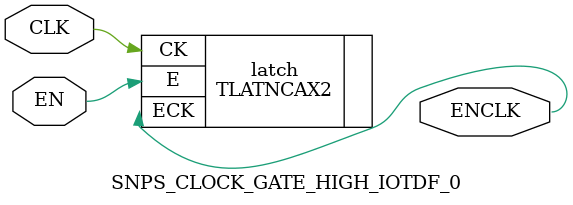
<source format=v>


module IOTDF ( clk, rst, in_en, iot_in, fn_sel, busy, valid, iot_out );
  input [7:0] iot_in;
  input [2:0] fn_sel;
  output [127:0] iot_out;
  input clk, rst, in_en;
  output busy, valid;
  wire   bigger, N1615, N1618, N1620, N1621, N1622, N1623, N1624, N1625,
         bigger_w, N1643, net810, net815, net820, net825, net830, net835,
         net840, net845, net850, net855, net860, net865, net870, net875,
         net880, net885, net890, net895, net900, net905, net910, net915,
         net920, net925, net930, net935, net940, net945, net950, net955,
         net960, net965, net970, net975, net980, net983, net986, net989, n866,
         n867, n868, n869, n870, n871, n872, n873, n874, n875, n876, n877,
         n878, n879, n880, n881, n882, n883, n884, n885, n886, n887, n888,
         n889, n890, n891, n892, n893, n894, n895, n896, n897, n898, n899,
         n900, n901, n902, n903, n904, n905, n906, n907, n908, n909, n910,
         n911, n912, n913, n914, n915, n916, n917, n918, n919, n920, n921,
         n922, n923, n924, n925, n926, n927, n928, n929, n930, n931, n932,
         n933, n934, n935, n936, n937, n938, n939, n940, n941, n942, n943,
         n944, n945, n946, n947, n948, n949, n950, n951, n952, n953, n954,
         n955, n956, n957, n958, n959, n960, n961, n962, n963, n964, n965,
         n966, n967, n968, n969, n970, n971, n972, n973, n974, n975, n976,
         n977, n978, n979, n980, n981, n982, n983, n984, n985, n986, n987,
         n988, n989, n990, n991, n992, n993, n994, n995, n996, n997, n998,
         n999, n1000, n1001, n1002, n1003, n1004, n1005, n1006, n1007, n1008,
         n1009, n1010, n1011, n1012, n1013, n1014, n1015, n1016, n1017, n1018,
         n1019, n1020, n1021, n1022, n1023, n1024, n1025, n1026, n1027, n1028,
         n1029, n1030, n1031, n1032, n1033, n1034, n1035, n1036, n1037, n1038,
         n1039, n1040, n1041, n1042, n1043, n1044, n1045, n1046, n1047, n1048,
         n1049, n1050, n1051, n1052, n1053, n1054, n1055, n1056, n1057, n1058,
         n1059, n1060, n1061, n1062, n1063, n1064, n1065, n1066, n1067, n1068,
         n1069, n1070, n1071, n1072, n1073, n1074, n1075, n1076, n1077, n1078,
         n1079, n1080, n1081, n1082, n1083, n1084, n1085, n1086, n1087, n1088,
         n1089, n1090, n1091, n1092, n1093, n1094, n1095, n1096, n1097, n1098,
         n1099, n1100, n1101, n1102, n1103, n1104, n1105, n1106, n1107, n1108,
         n1109, n1110, n1111, n1112, n1113, n1114, n1115, n1116, n1117, n1118,
         n1119, n1120, n1121, n1122, n1123, n1124, n1125, n1126, n1127, n1128,
         n1129, n1130, n1131, n1132, n1133, n1134, n1135, n1136, n1137, n1138,
         n1139, n1140, n1141, n1142, n1143, n1144, n1145, n1146, n1147, n1148,
         n1149, n1150, n1151, n1152, n1153, n1154, n1155, C1_Z_7, C1_Z_6,
         C1_Z_5, C1_Z_4, C1_Z_3, C1_Z_2, C1_Z_1, C1_Z_0, C2_Z_7, C2_Z_6,
         C2_Z_5, C2_Z_4, C2_Z_3, C2_Z_2, C2_Z_1, C2_Z_0,
         DP_OP_119J1_122_2518_n8, DP_OP_119J1_122_2518_n7,
         DP_OP_119J1_122_2518_n6, DP_OP_119J1_122_2518_n5,
         DP_OP_119J1_122_2518_n4, DP_OP_119J1_122_2518_n3,
         DP_OP_119J1_122_2518_n2, DP_OP_119J1_122_2518_n1, n1157, n1158, n1159,
         n1160, n1161, n1162, n1163, n1164, n1165, n1166, n1167, n1168, n1169,
         n1170, n1171, n1172, n1173, n1174, n1175, n1176, n1177, n1178, n1179,
         n1180, n1181, n1182, n1183, n1184, n1185, n1186, n1187, n1188, n1189,
         n1190, n1191, n1192, n1193, n1194, n1195, n1196, n1197, n1198, n1199,
         n1200, n1201, n1202, n1203, n1204, n1205, n1206, n1207, n1208, n1209,
         n1210, n1211, n1212, n1213, n1214, n1215, n1216, n1217, n1218, n1219,
         n1220, n1221, n1222, n1223, n1224, n1225, n1226, n1227, n1228, n1229,
         n1230, n1231, n1232, n1233, n1234, n1235, n1236, n1237, n1238, n1239,
         n1240, n1241, n1242, n1243, n1244, n1245, n1246, n1247, n1248, n1249,
         n1250, n1251, n1252, n1253, n1254, n1255, n1256, n1257, n1258, n1259,
         n1260, n1261, n1262, n1263, n1264, n1265, n1266, n1267, n1268, n1269,
         n1270, n1271, n1272, n1273, n1274, n1275, n1276, n1277, n1278, n1279,
         n1280, n1281, n1282, n1283, n1284, n1285, n1286, n1287, n1288, n1289,
         n1290, n1291, n1292, n1293, n1294, n1295, n1296, n1297, n1298, n1299,
         n1300, n1301, n1302, n1303, n1304, n1305, n1306, n1307, n1308, n1309,
         n1310, n1311, n1312, n1313, n1314, n1315, n1316, n1317, n1318, n1319,
         n1320, n1321, n1322, n1323, n1324, n1325, n1326, n1327, n1328, n1329,
         n1330, n1331, n1332, n1333, n1334, n1335, n1336, n1337, n1338, n1339,
         n1340, n1341, n1342, n1343, n1344, n1345, n1346, n1347, n1348, n1349,
         n1350, n1351, n1352, n1353, n1354, n1355, n1356, n1357, n1358, n1359,
         n1360, n1361, n1362, n1363, n1364, n1365, n1366, n1367, n1368, n1369,
         n1370, n1371, n1372, n1373, n1374, n1375, n1376, n1377, n1378, n1379,
         n1380, n1381, n1382, n1383, n1384, n1385, n1386, n1387, n1388, n1389,
         n1390, n1391, n1392, n1393, n1394, n1395, n1396, n1397, n1398, n1399,
         n1400, n1401, n1402, n1403, n1404, n1405, n1406, n1407, n1408, n1409,
         n1410, n1411, n1412, n1413, n1414, n1415, n1416, n1417, n1418, n1419,
         n1420, n1421, n1422, n1423, n1424, n1425, n1426, n1427, n1428, n1429,
         n1430, n1431, n1432, n1433, n1434, n1435, n1436, n1437, n1438, n1439,
         n1440, n1441, n1442, n1443, n1444, n1445, n1446, n1447, n1448, n1449,
         n1450, n1451, n1452, n1453, n1454, n1455, n1456, n1457, n1458, n1459,
         n1460, n1461, n1462, n1463, n1464, n1465, n1466, n1467, n1468, n1469,
         n1470, n1471, n1472, n1473, n1474, n1475, n1476, n1477, n1478, n1479,
         n1480, n1481, n1482, n1483, n1484, n1485, n1486, n1487, n1488, n1489,
         n1490, n1491, n1492, n1493, n1494, n1495, n1496, n1497, n1498, n1499,
         n1500, n1501, n1502, n1503, n1504, n1505, n1506, n1507, n1508, n1509,
         n1510, n1511, n1512, n1513, n1514, n1515, n1516, n1517, n1518, n1519,
         n1520, n1521, n1522, n1523, n1524, n1525, n1526, n1527, n1528, n1529,
         n1530, n1531, n1532, n1533, n1534, n1535, n1536, n1537, n1538, n1539,
         n1540, n1541, n1542, n1543, n1544, n1545, n1546, n1547, n1548, n1549,
         n1550, n1551, n1552, n1553, n1554, n1555, n1556, n1557, n1558, n1559,
         n1560, n1561, n1562, n1563, n1564, n1565, n1566, n1567, n1568, n1569,
         n1570, n1571, n1572, n1573, n1574, n1575, n1576, n1577, n1578, n1579,
         n1580, n1581, n1582, n1583, n1584, n1585, n1586, n1587, n1588, n1589,
         n1590, n1591, n1592, n1593, n1594, n1595, n1596, n1597, n1598, n1599,
         n1600, n1601, n1602, n1603, n1604, n1605, n1606, n1607, n1608, n1609,
         n1610, n1611, n1612, n1613, n1614, n16150, n1616, n1617, n16180,
         n1619, n16200, n16210, n16220, n16230, n16240, n16250, n1626, n1627,
         n1628, n1629, n1630, n1631, n1632, n1633, n1634, n1635, n1636, n1637,
         n1638, n1639, n1640, n1641, n1642, n16430, n1644, n1645, n1646, n1647,
         n1648, n1649, n1650, n1651, n1652, n1653, n1654, n1655, n1656, n1657,
         n1658, n1659, n1660, n1661, n1662, n1663, n1664, n1665, n1666, n1667,
         n1668, n1669, n1670, n1671, n1672, n1673, n1674, n1675, n1676, n1677,
         n1678, n1679, n1680, n1681, n1682, n1683, n1684, n1685, n1686, n1687,
         n1688, n1689, n1690, n1691, n1692, n1693, n1694, n1695, n1696, n1697,
         n1698, n1699, n1700, n1701, n1702, n1703, n1704, n1705, n1706, n1707,
         n1708, n1709, n1710, n1711, n1712, n1713, n1714, n1715, n1716, n1717,
         n1718, n1719, n1720, n1721, n1722, n1723, n1724, n1725, n1726, n1727,
         n1728, n1729, n1730, n1731, n1732, n1733, n1734, n1735, n1736, n1737,
         n1738, n1739, n1740, n1741, n1742, n1743, n1744, n1745, n1746, n1747,
         n1748, n1749, n1750, n1751, n1752, n1753, n1754, n1755, n1756, n1757,
         n1758, n1759, n1760, n1761, n1762, n1763, n1764, n1765, n1766, n1767,
         n1768, n1769, n1770, n1771, n1772, n1773, n1774, n1775, n1776, n1777,
         n1778, n1779, n1780, n1781, n1782, n1783, n1784, n1785, n1786, n1787,
         n1788, n1789, n1790, n1791, n1792, n1793, n1794, n1795, n1796, n1797,
         n1798, n1799, n1800, n1801, n1802, n1803, n1804, n1805, n1806, n1807,
         n1808, n1809, n1810, n1811, n1812, n1813, n1814, n1815, n1816, n1817,
         n1818, n1819, n1820, n1821, n1822, n1823, n1824, n1825, n1826, n1827,
         n1828, n1829, n1830, n1831, n1832, n1833, n1834, n1835, n1836, n1837,
         n1838, n1839, n1840, n1841, n1842, n1843, n1844, n1845, n1846, n1847,
         n1848, n1849, n1850, n1851, n1852, n1853, n1854, n1855, n1856, n1857,
         n1858, n1859, n1860, n1861, n1862, n1863, n1864, n1865, n1866, n1867,
         n1868, n1869, n1870, n1871, n1872, n1873, n1874, n1875, n1876, n1877,
         n1878, n1879, n1880, n1881, n1882, n1883, n1884, n1885, n1886, n1887,
         n1888, n1889, n1890, n1891, n1892, n1893, n1894, n1895, n1896, n1897,
         n1898, n1899, n1900, n1901, n1902, n1903, n1904, n1905, n1906, n1907,
         n1908, n1909, n1910, n1911, n1912, n1913, n1914, n1915, n1916, n1917,
         n1918, n1919, n1920, n1921, n1922, n1923, n1924, n1925, n1926, n1927,
         n1928, n1929, n1930, n1931, n1932, n1933, n1934, n1935, n1936, n1937,
         n1938, n1939, n1940, n1941, n1942, n1943, n1944, n1945, n1946, n1947,
         n1948, n1949, n1950, n1951, n1952, n1953, n1954, n1955, n1956, n1957,
         n1958, n1959, n1960, n1961, n1962, n1963, n1964, n1965, n1966, n1967,
         n1968, n1969, n1970, n1971, n1972, n1973, n1974, n1975, n1976, n1977,
         n1978, n1979, n1980, n1981, n1982, n1983, n1984, n1985, n1986, n1987,
         n1988, n1989, n1990, n1991, n1992, n1993, n1994, n1995, n1996, n1997,
         n1998, n1999, n2000, n2001, n2002, n2003, n2004, n2005, n2006, n2007,
         n2008, n2009, n2010, n2011, n2012, n2013, n2014, n2015, n2016, n2017,
         n2018, n2019, n2020, n2021, n2022, n2023, n2024, n2025, n2026, n2027,
         n2028, n2029, n2030, n2031, n2032, n2033, n2034, n2035, n2036, n2037,
         n2038, n2039, n2040, n2041, n2042, n2043, n2044, n2045, n2046, n2047,
         n2048, n2049, n2050;
  wire   [31:0] iot_data_1;
  wire   [2:0] peak_value;
  wire   [14:0] iot_data_2;
  wire   [6:0] counter_128;
  wire   [7:0] sum_8b;
  wire   [1:0] stt_c;

  SNPS_CLOCK_GATE_HIGH_IOTDF_0 clk_gate_iot_data_1_reg_0_ ( .CLK(clk), .EN(
        n994), .ENCLK(net810) );
  SNPS_CLOCK_GATE_HIGH_IOTDF_33 clk_gate_iot_data_1_reg_1_ ( .CLK(clk), .EN(
        n995), .ENCLK(net815) );
  SNPS_CLOCK_GATE_HIGH_IOTDF_32 clk_gate_iot_data_1_reg_2_ ( .CLK(clk), .EN(
        n996), .ENCLK(net820) );
  SNPS_CLOCK_GATE_HIGH_IOTDF_31 clk_gate_iot_data_1_reg_3_ ( .CLK(clk), .EN(
        n997), .ENCLK(net825) );
  SNPS_CLOCK_GATE_HIGH_IOTDF_30 clk_gate_iot_data_1_reg_4_ ( .CLK(clk), .EN(
        n998), .ENCLK(net830) );
  SNPS_CLOCK_GATE_HIGH_IOTDF_29 clk_gate_iot_data_1_reg_5_ ( .CLK(clk), .EN(
        n999), .ENCLK(net835) );
  SNPS_CLOCK_GATE_HIGH_IOTDF_28 clk_gate_iot_data_1_reg_6_ ( .CLK(clk), .EN(
        n1000), .ENCLK(net840) );
  SNPS_CLOCK_GATE_HIGH_IOTDF_27 clk_gate_iot_data_1_reg_7_ ( .CLK(clk), .EN(
        n1001), .ENCLK(net845) );
  SNPS_CLOCK_GATE_HIGH_IOTDF_26 clk_gate_iot_data_1_reg_8_ ( .CLK(clk), .EN(
        n1002), .ENCLK(net850) );
  SNPS_CLOCK_GATE_HIGH_IOTDF_25 clk_gate_iot_data_1_reg_9_ ( .CLK(clk), .EN(
        n1003), .ENCLK(net855) );
  SNPS_CLOCK_GATE_HIGH_IOTDF_24 clk_gate_iot_data_1_reg_10_ ( .CLK(clk), .EN(
        n1004), .ENCLK(net860) );
  SNPS_CLOCK_GATE_HIGH_IOTDF_23 clk_gate_iot_data_1_reg_11_ ( .CLK(clk), .EN(
        n1005), .ENCLK(net865) );
  SNPS_CLOCK_GATE_HIGH_IOTDF_22 clk_gate_iot_data_1_reg_12_ ( .CLK(clk), .EN(
        n1006), .ENCLK(net870) );
  SNPS_CLOCK_GATE_HIGH_IOTDF_21 clk_gate_iot_data_1_reg_13_ ( .CLK(clk), .EN(
        n1007), .ENCLK(net875) );
  SNPS_CLOCK_GATE_HIGH_IOTDF_20 clk_gate_iot_data_1_reg_14_ ( .CLK(clk), .EN(
        n1008), .ENCLK(net880) );
  SNPS_CLOCK_GATE_HIGH_IOTDF_19 clk_gate_iot_data_1_reg_15_ ( .CLK(clk), .EN(
        n1009), .ENCLK(net885) );
  SNPS_CLOCK_GATE_HIGH_IOTDF_18 clk_gate_iot_data_2_reg_0_ ( .CLK(clk), .EN(
        n1138), .ENCLK(net890) );
  SNPS_CLOCK_GATE_HIGH_IOTDF_17 clk_gate_iot_data_2_reg_1_ ( .CLK(clk), .EN(
        n1139), .ENCLK(net895) );
  SNPS_CLOCK_GATE_HIGH_IOTDF_16 clk_gate_iot_data_2_reg_2_ ( .CLK(clk), .EN(
        n1140), .ENCLK(net900) );
  SNPS_CLOCK_GATE_HIGH_IOTDF_15 clk_gate_iot_data_2_reg_3_ ( .CLK(clk), .EN(
        n1141), .ENCLK(net905) );
  SNPS_CLOCK_GATE_HIGH_IOTDF_14 clk_gate_iot_data_2_reg_4_ ( .CLK(clk), .EN(
        n1142), .ENCLK(net910) );
  SNPS_CLOCK_GATE_HIGH_IOTDF_13 clk_gate_iot_data_2_reg_5_ ( .CLK(clk), .EN(
        n1143), .ENCLK(net915) );
  SNPS_CLOCK_GATE_HIGH_IOTDF_12 clk_gate_iot_data_2_reg_6_ ( .CLK(clk), .EN(
        n1144), .ENCLK(net920) );
  SNPS_CLOCK_GATE_HIGH_IOTDF_11 clk_gate_iot_data_2_reg_7_ ( .CLK(clk), .EN(
        n1145), .ENCLK(net925) );
  SNPS_CLOCK_GATE_HIGH_IOTDF_10 clk_gate_iot_data_2_reg_8_ ( .CLK(clk), .EN(
        n1146), .ENCLK(net930) );
  SNPS_CLOCK_GATE_HIGH_IOTDF_9 clk_gate_iot_data_2_reg_9_ ( .CLK(clk), .EN(
        n1147), .ENCLK(net935) );
  SNPS_CLOCK_GATE_HIGH_IOTDF_8 clk_gate_iot_data_2_reg_10_ ( .CLK(clk), .EN(
        n1148), .ENCLK(net940) );
  SNPS_CLOCK_GATE_HIGH_IOTDF_7 clk_gate_iot_data_2_reg_11_ ( .CLK(clk), .EN(
        n1149), .ENCLK(net945) );
  SNPS_CLOCK_GATE_HIGH_IOTDF_6 clk_gate_iot_data_2_reg_12_ ( .CLK(clk), .EN(
        n1150), .ENCLK(net950) );
  SNPS_CLOCK_GATE_HIGH_IOTDF_5 clk_gate_iot_data_2_reg_13_ ( .CLK(clk), .EN(
        n1151), .ENCLK(net955) );
  SNPS_CLOCK_GATE_HIGH_IOTDF_4 clk_gate_iot_data_2_reg_14_ ( .CLK(clk), .EN(
        n1152), .ENCLK(net960) );
  SNPS_CLOCK_GATE_HIGH_IOTDF_3 clk_gate_iot_data_2_reg_15_ ( .CLK(clk), .EN(
        n1153), .ENCLK(net965) );
  SNPS_CLOCK_GATE_HIGH_IOTDF_2 clk_gate_counter_128_reg ( .CLK(clk), .EN(N1618), .ENCLK(net970) );
  SNPS_CLOCK_GATE_HIGH_IOTDF_1 clk_gate_peak_value_reg ( .CLK(clk), .EN(net975), .ENCLK(net989) );
  DFFRX1 bigger_r_reg ( .D(bigger_w), .CK(clk), .RN(n2019), .Q(bigger), .QN(
        n2014) );
  DFFRX1 peak_value_reg_0_ ( .D(net986), .CK(net989), .RN(n2020), .Q(
        peak_value[0]), .QN(n1933) );
  DFFRX1 stt_c_reg_1_ ( .D(n1154), .CK(clk), .RN(n2020), .Q(stt_c[1]), .QN(
        n1932) );
  DFFRX1 stt_c_reg_0_ ( .D(n1155), .CK(clk), .RN(n2020), .Q(stt_c[0]), .QN(
        n2015) );
  DFFRX1 peak_value_reg_1_ ( .D(net983), .CK(net989), .RN(n2020), .QN(n2016)
         );
  DFFRX1 peak_value_reg_2_ ( .D(net980), .CK(net989), .RN(n2020), .Q(
        peak_value[2]), .QN(n2017) );
  DFFRX1 counter_128_reg_6_ ( .D(N1625), .CK(net970), .RN(n2020), .Q(
        counter_128[6]) );
  DFFRX1 counter_128_reg_5_ ( .D(N1624), .CK(net970), .RN(n2020), .Q(
        counter_128[5]), .QN(n2018) );
  DFFRX1 counter_128_reg_4_ ( .D(N1623), .CK(net970), .RN(n2020), .Q(
        counter_128[4]) );
  DFFRX1 counter_128_reg_3_ ( .D(N1622), .CK(net970), .RN(n2020), .Q(
        counter_128[3]), .QN(n1847) );
  DFFRX1 counter_128_reg_2_ ( .D(N1621), .CK(net970), .RN(n2020), .Q(
        counter_128[2]), .QN(n1935) );
  DFFRX1 counter_128_reg_1_ ( .D(N1620), .CK(net970), .RN(n2020), .Q(
        counter_128[1]) );
  DFFRX1 counter_128_reg_0_ ( .D(n1934), .CK(net970), .RN(n2020), .Q(
        counter_128[0]), .QN(n1934) );
  DFFRX1 iot_data_2_reg_15__0_ ( .D(n1137), .CK(net965), .RN(n2020), .Q(
        iot_data_2[0]), .QN(n2013) );
  DFFRX1 iot_data_2_reg_14__0_ ( .D(n1129), .CK(net960), .RN(n2020), .Q(
        iot_data_2[8]), .QN(n1940) );
  DFFRX1 iot_data_2_reg_13__0_ ( .D(n1121), .CK(net955), .RN(n2020), .QN(n1854) );
  DFFRX1 iot_data_2_reg_12__0_ ( .D(n1113), .CK(net950), .RN(n2020), .QN(n1849) );
  DFFRX1 iot_data_2_reg_11__0_ ( .D(n1105), .CK(net945), .RN(n2020), .QN(n1936) );
  DFFRX1 iot_data_2_reg_10__0_ ( .D(n1097), .CK(net940), .RN(n2020), .QN(n1851) );
  DFFRX1 iot_data_2_reg_9__0_ ( .D(n1089), .CK(net935), .RN(n2020), .QN(n1856)
         );
  DFFRX1 iot_data_2_reg_8__0_ ( .D(n1081), .CK(net930), .RN(n2020), .QN(n1938)
         );
  DFFRX1 iot_data_2_reg_7__0_ ( .D(n1073), .CK(net925), .RN(n2020), .QN(n1850)
         );
  DFFRX1 iot_data_2_reg_6__0_ ( .D(n1065), .CK(net920), .RN(n2020), .QN(n1852)
         );
  DFFRX1 iot_data_2_reg_5__0_ ( .D(n1057), .CK(net915), .RN(n2020), .QN(n1941)
         );
  DFFRX1 iot_data_2_reg_4__0_ ( .D(n1049), .CK(net910), .RN(n2020), .QN(n1942)
         );
  DFFRX1 iot_data_2_reg_3__0_ ( .D(n1041), .CK(net905), .RN(n2020), .QN(n1855)
         );
  DFFRX1 iot_data_2_reg_2__0_ ( .D(n1033), .CK(net900), .RN(n2020), .QN(n2021)
         );
  DFFRX1 iot_data_2_reg_1__0_ ( .D(n1025), .CK(net895), .RN(n2020), .QN(n1937)
         );
  DFFRX1 iot_data_2_reg_0__0_ ( .D(n1017), .CK(net890), .RN(n2019), .QN(n1939)
         );
  DFFRX1 iot_data_2_reg_15__1_ ( .D(n1136), .CK(net965), .RN(n2020), .Q(
        iot_data_2[1]), .QN(n2012) );
  DFFRX1 iot_data_2_reg_14__1_ ( .D(n1128), .CK(net960), .RN(n2020), .Q(
        iot_data_2[9]), .QN(n1815) );
  DFFRX1 iot_data_2_reg_13__1_ ( .D(n1120), .CK(net955), .RN(n2020), .QN(n1862) );
  DFFRX1 iot_data_2_reg_12__1_ ( .D(n1112), .CK(net950), .RN(n2020), .QN(n1858) );
  DFFRX1 iot_data_2_reg_11__1_ ( .D(n1104), .CK(net945), .RN(n2020), .QN(n1943) );
  DFFRX1 iot_data_2_reg_10__1_ ( .D(n1096), .CK(net940), .RN(n2019), .QN(n1860) );
  DFFRX1 iot_data_2_reg_9__1_ ( .D(n1088), .CK(net935), .RN(n2020), .QN(n1864)
         );
  DFFRX1 iot_data_2_reg_8__1_ ( .D(n1080), .CK(net930), .RN(n2020), .QN(n1944)
         );
  DFFRX1 iot_data_2_reg_7__1_ ( .D(n1072), .CK(net925), .RN(n2020), .QN(n1859)
         );
  DFFRX1 iot_data_2_reg_6__1_ ( .D(n1064), .CK(net920), .RN(n2019), .QN(n1947)
         );
  DFFRX1 iot_data_2_reg_5__1_ ( .D(n1056), .CK(net915), .RN(n2020), .QN(n1948)
         );
  DFFRX1 iot_data_2_reg_4__1_ ( .D(n1048), .CK(net910), .RN(n2020), .QN(n1949)
         );
  DFFRX1 iot_data_2_reg_3__1_ ( .D(n1040), .CK(net905), .RN(n2020), .QN(n1863)
         );
  DFFRX1 iot_data_2_reg_2__1_ ( .D(n1032), .CK(net900), .RN(n2020), .QN(n1861)
         );
  DFFRX1 iot_data_2_reg_1__1_ ( .D(n1024), .CK(net895), .RN(n2020), .QN(n1945)
         );
  DFFRX1 iot_data_2_reg_0__1_ ( .D(n1016), .CK(net890), .RN(n2020), .QN(n1946)
         );
  DFFRX1 iot_data_2_reg_15__2_ ( .D(n1135), .CK(net965), .RN(n2020), .Q(
        iot_data_2[2]), .QN(n1931) );
  DFFRX1 iot_data_2_reg_14__2_ ( .D(n1127), .CK(net960), .RN(n2020), .Q(
        iot_data_2[10]), .QN(n1954) );
  DFFRX1 iot_data_2_reg_13__2_ ( .D(n1119), .CK(net955), .RN(n2019), .QN(n1869) );
  DFFRX1 iot_data_2_reg_12__2_ ( .D(n1111), .CK(net950), .RN(n2020), .QN(n1866) );
  DFFRX1 iot_data_2_reg_11__2_ ( .D(n1103), .CK(net945), .RN(n2020), .QN(n1950) );
  DFFRX1 iot_data_2_reg_10__2_ ( .D(n1095), .CK(net940), .RN(n2020), .QN(n1867) );
  DFFRX1 iot_data_2_reg_9__2_ ( .D(n1087), .CK(net935), .RN(n2019), .QN(n1871)
         );
  DFFRX1 iot_data_2_reg_8__2_ ( .D(n1079), .CK(net930), .RN(n2019), .QN(n1951)
         );
  DFFRX1 iot_data_2_reg_7__2_ ( .D(n1071), .CK(net925), .RN(n2019), .QN(n1817)
         );
  DFFRX1 iot_data_2_reg_6__2_ ( .D(n1063), .CK(net920), .RN(n2019), .QN(n1868)
         );
  DFFRX1 iot_data_2_reg_5__2_ ( .D(n1055), .CK(net915), .RN(n2019), .QN(n1955)
         );
  DFFRX1 iot_data_2_reg_4__2_ ( .D(n1047), .CK(net910), .RN(n2019), .QN(n1956)
         );
  DFFRX1 iot_data_2_reg_3__2_ ( .D(n1039), .CK(net905), .RN(n2019), .QN(n1870)
         );
  DFFRX1 iot_data_2_reg_2__2_ ( .D(n1031), .CK(net900), .RN(n2019), .QN(n1819)
         );
  DFFRX1 iot_data_2_reg_1__2_ ( .D(n1023), .CK(net895), .RN(n2019), .QN(n1952)
         );
  DFFRX1 iot_data_2_reg_0__2_ ( .D(n1015), .CK(net890), .RN(n2019), .QN(n1953)
         );
  DFFRX1 iot_data_2_reg_15__3_ ( .D(n1134), .CK(net965), .RN(n2019), .Q(
        iot_data_2[3]), .QN(n1830) );
  DFFRX1 iot_data_2_reg_14__3_ ( .D(n1126), .CK(net960), .RN(n2019), .Q(
        iot_data_2[11]), .QN(n1961) );
  DFFRX1 iot_data_2_reg_13__3_ ( .D(n1118), .CK(net955), .RN(n2019), .QN(n1878) );
  DFFRX1 iot_data_2_reg_12__3_ ( .D(n1110), .CK(net950), .RN(n2020), .QN(n1873) );
  DFFRX1 iot_data_2_reg_11__3_ ( .D(n1102), .CK(net945), .RN(n2020), .QN(n1957) );
  DFFRX1 iot_data_2_reg_10__3_ ( .D(n1094), .CK(net940), .RN(n2020), .QN(n1876) );
  DFFRX1 iot_data_2_reg_9__3_ ( .D(n1086), .CK(net935), .RN(n2020), .QN(n1880)
         );
  DFFRX1 iot_data_2_reg_8__3_ ( .D(n1078), .CK(net930), .RN(n2020), .QN(n1958)
         );
  DFFRX1 iot_data_2_reg_7__3_ ( .D(n1070), .CK(net925), .RN(n2019), .QN(n1874)
         );
  DFFRX1 iot_data_2_reg_6__3_ ( .D(n1062), .CK(net920), .RN(n2020), .QN(n1801)
         );
  DFFRX1 iot_data_2_reg_5__3_ ( .D(n1054), .CK(net915), .RN(n2019), .QN(n1962)
         );
  DFFRX1 iot_data_2_reg_4__3_ ( .D(n1046), .CK(net910), .RN(n2020), .QN(n1963)
         );
  DFFRX1 iot_data_2_reg_3__3_ ( .D(n1038), .CK(net905), .RN(n2020), .QN(n1879)
         );
  DFFRX1 iot_data_2_reg_2__3_ ( .D(n1030), .CK(net900), .RN(n2019), .QN(n1877)
         );
  DFFRX1 iot_data_2_reg_1__3_ ( .D(n1022), .CK(net895), .RN(n2019), .QN(n1959)
         );
  DFFRX1 iot_data_2_reg_0__3_ ( .D(n1014), .CK(net890), .RN(n2019), .QN(n1960)
         );
  DFFRX1 iot_data_2_reg_15__4_ ( .D(n1133), .CK(net965), .RN(n2020), .Q(
        iot_data_2[4]), .QN(n1897) );
  DFFRX1 iot_data_2_reg_14__4_ ( .D(n1125), .CK(net960), .RN(n2020), .Q(
        iot_data_2[12]), .QN(n1970) );
  DFFRX1 iot_data_2_reg_13__4_ ( .D(n1117), .CK(net955), .RN(n2020), .QN(n1886) );
  DFFRX1 iot_data_2_reg_12__4_ ( .D(n1109), .CK(net950), .RN(n2020), .QN(n1883) );
  DFFRX1 iot_data_2_reg_11__4_ ( .D(n1101), .CK(net945), .RN(n2020), .QN(n1965) );
  DFFRX1 iot_data_2_reg_10__4_ ( .D(n1093), .CK(net940), .RN(n2020), .QN(n1884) );
  DFFRX1 iot_data_2_reg_9__4_ ( .D(n1085), .CK(net935), .RN(n2020), .QN(n1888)
         );
  DFFRX1 iot_data_2_reg_8__4_ ( .D(n1077), .CK(net930), .RN(n2020), .QN(n1967)
         );
  DFFRX1 iot_data_2_reg_7__4_ ( .D(n1069), .CK(net925), .RN(n2020), .QN(n1804)
         );
  DFFRX1 iot_data_2_reg_6__4_ ( .D(n1061), .CK(net920), .RN(n2020), .QN(n1885)
         );
  DFFRX1 iot_data_2_reg_5__4_ ( .D(n1053), .CK(net915), .RN(n2020), .QN(n1971)
         );
  DFFRX1 iot_data_2_reg_4__4_ ( .D(n1045), .CK(net910), .RN(n2020), .QN(n1972)
         );
  DFFRX1 iot_data_2_reg_3__4_ ( .D(n1037), .CK(net905), .RN(n2020), .QN(n1887)
         );
  DFFRX1 iot_data_2_reg_2__4_ ( .D(n1029), .CK(net900), .RN(n2020), .QN(n1833)
         );
  DFFRX1 iot_data_2_reg_1__4_ ( .D(n1021), .CK(net895), .RN(n2020), .QN(n1968)
         );
  DFFRX1 iot_data_2_reg_0__4_ ( .D(n1013), .CK(net890), .RN(n2020), .QN(n1969)
         );
  DFFRX1 iot_data_2_reg_15__5_ ( .D(n1132), .CK(net965), .RN(n2020), .Q(
        iot_data_2[5]), .QN(n1839) );
  DFFRX1 iot_data_2_reg_14__5_ ( .D(n1124), .CK(net960), .RN(n2020), .Q(
        iot_data_2[13]), .QN(n1983) );
  DFFRX1 iot_data_2_reg_13__5_ ( .D(n1116), .CK(net955), .RN(n2020), .QN(n1900) );
  DFFRX1 iot_data_2_reg_12__5_ ( .D(n1108), .CK(net950), .RN(n2020), .QN(n1893) );
  DFFRX1 iot_data_2_reg_11__5_ ( .D(n1100), .CK(net945), .RN(n2019), .QN(n1975) );
  DFFRX1 iot_data_2_reg_10__5_ ( .D(n1092), .CK(net940), .RN(n2020), .QN(n1895) );
  DFFRX1 iot_data_2_reg_9__5_ ( .D(n1084), .CK(net935), .RN(n2020), .QN(n1902)
         );
  DFFRX1 iot_data_2_reg_8__5_ ( .D(n1076), .CK(net930), .RN(n2020), .QN(n1977)
         );
  DFFRX1 iot_data_2_reg_7__5_ ( .D(n1068), .CK(net925), .RN(n2019), .QN(n1894)
         );
  DFFRX1 iot_data_2_reg_6__5_ ( .D(n1060), .CK(net920), .RN(n2020), .QN(n1899)
         );
  DFFRX1 iot_data_2_reg_5__5_ ( .D(n1052), .CK(net915), .RN(n2020), .QN(n1984)
         );
  DFFRX1 iot_data_2_reg_4__5_ ( .D(n1044), .CK(net910), .RN(n2020), .QN(n1985)
         );
  DFFRX1 iot_data_2_reg_3__5_ ( .D(n1036), .CK(net905), .RN(n2020), .QN(n1901)
         );
  DFFRX1 iot_data_2_reg_2__5_ ( .D(n1028), .CK(net900), .RN(n2019), .QN(n1837)
         );
  DFFRX1 iot_data_2_reg_1__5_ ( .D(n1020), .CK(net895), .RN(n2020), .QN(n1978)
         );
  DFFRX1 iot_data_2_reg_0__5_ ( .D(n1012), .CK(net890), .RN(n2020), .QN(n1980)
         );
  DFFRX1 iot_data_2_reg_15__6_ ( .D(n1131), .CK(net965), .RN(n2019), .Q(
        iot_data_2[6]), .QN(n1846) );
  DFFRX1 iot_data_2_reg_14__6_ ( .D(n1123), .CK(net960), .RN(n2020), .QN(n1840) );
  DFFRX1 iot_data_2_reg_13__6_ ( .D(n1115), .CK(net955), .RN(n2019), .QN(n1913) );
  DFFRX1 iot_data_2_reg_12__6_ ( .D(n1107), .CK(net950), .RN(n2020), .QN(n1906) );
  DFFRX1 iot_data_2_reg_11__6_ ( .D(n1099), .CK(net945), .RN(n2020), .QN(n1988) );
  DFFRX1 iot_data_2_reg_10__6_ ( .D(n1091), .CK(net940), .RN(n2020), .QN(n1908) );
  DFFRX1 iot_data_2_reg_9__6_ ( .D(n1083), .CK(net935), .RN(n2019), .QN(n1915)
         );
  DFFRX1 iot_data_2_reg_8__6_ ( .D(n1075), .CK(net930), .RN(n2020), .QN(n1990)
         );
  DFFRX1 iot_data_2_reg_7__6_ ( .D(n1067), .CK(net925), .RN(n2020), .QN(n1907)
         );
  DFFRX1 iot_data_2_reg_6__6_ ( .D(n1059), .CK(net920), .RN(n2020), .QN(n1996)
         );
  DFFRX1 iot_data_2_reg_5__6_ ( .D(n1051), .CK(net915), .RN(n2020), .QN(n1997)
         );
  DFFRX1 iot_data_2_reg_4__6_ ( .D(n1043), .CK(net910), .RN(n2019), .QN(n1998)
         );
  DFFRX1 iot_data_2_reg_3__6_ ( .D(n1035), .CK(net905), .RN(n2019), .QN(n1914)
         );
  DFFRX1 iot_data_2_reg_2__6_ ( .D(n1027), .CK(net900), .RN(n2020), .QN(n1910)
         );
  DFFRX1 iot_data_2_reg_1__6_ ( .D(n1019), .CK(net895), .RN(n2020), .QN(n1991)
         );
  DFFRX1 iot_data_2_reg_0__6_ ( .D(n1011), .CK(net890), .RN(n2020), .QN(n1993)
         );
  DFFRX1 iot_data_2_reg_15__7_ ( .D(n1130), .CK(net965), .RN(n2020), .Q(
        iot_data_2[7]), .QN(n1930) );
  DFFRX1 iot_data_2_reg_14__7_ ( .D(n1122), .CK(net960), .RN(n2020), .Q(
        iot_data_2[14]), .QN(n2009) );
  DFFRX1 iot_data_2_reg_13__7_ ( .D(n1114), .CK(net955), .RN(n2020), .QN(n1927) );
  DFFRX1 iot_data_2_reg_12__7_ ( .D(n1106), .CK(net950), .RN(n2020), .QN(n1922) );
  DFFRX1 iot_data_2_reg_11__7_ ( .D(n1098), .CK(net945), .RN(n2020), .QN(n2001) );
  DFFRX1 iot_data_2_reg_10__7_ ( .D(n1090), .CK(net940), .RN(n2020), .QN(n1923) );
  DFFRX1 iot_data_2_reg_9__7_ ( .D(n1082), .CK(net935), .RN(n2020), .QN(n1929)
         );
  DFFRX1 iot_data_2_reg_8__7_ ( .D(n1074), .CK(net930), .RN(n2020), .QN(n2003)
         );
  DFFRX1 iot_data_2_reg_7__7_ ( .D(n1066), .CK(net925), .RN(n2019), .QN(n1843)
         );
  DFFRX1 iot_data_2_reg_6__7_ ( .D(n1058), .CK(net920), .RN(n2019), .QN(n1925)
         );
  DFFRX1 iot_data_2_reg_5__7_ ( .D(n1050), .CK(net915), .RN(n2020), .QN(n2010)
         );
  DFFRX1 iot_data_2_reg_4__7_ ( .D(n1042), .CK(net910), .RN(n2020), .QN(n2011)
         );
  DFFRX1 iot_data_2_reg_3__7_ ( .D(n1034), .CK(net905), .RN(n2020), .QN(n1928)
         );
  DFFRX1 iot_data_2_reg_2__7_ ( .D(n1026), .CK(net900), .RN(n2019), .QN(n1845)
         );
  DFFRX1 iot_data_2_reg_1__7_ ( .D(n1018), .CK(net895), .RN(n2019), .QN(n2004)
         );
  DFFRX1 iot_data_2_reg_0__7_ ( .D(n1010), .CK(net890), .RN(n2019), .QN(n2007)
         );
  DFFRX1 iot_data_1_reg_15__0_ ( .D(n993), .CK(net885), .RN(n2020), .Q(
        iot_data_1[0]), .QN(n1812) );
  DFFRX1 iot_data_1_reg_14__0_ ( .D(n985), .CK(net880), .RN(n2020), .Q(
        iot_data_1[8]), .QN(n2022) );
  DFFRX1 iot_data_1_reg_13__0_ ( .D(n977), .CK(net875), .RN(n2019), .QN(n2024)
         );
  DFFRX1 iot_data_1_reg_12__0_ ( .D(n969), .CK(net870), .RN(n2019), .QN(n1788)
         );
  DFFRX1 iot_data_1_reg_11__0_ ( .D(n961), .CK(net865), .RN(n2020), .QN(n2032)
         );
  DFFRX1 iot_data_1_reg_10__0_ ( .D(n953), .CK(net860), .RN(n2019), .QN(n1810)
         );
  DFFRX1 iot_data_1_reg_9__0_ ( .D(n945), .CK(net855), .RN(n2020), .Q(
        iot_data_1[16]), .QN(n2037) );
  DFFRX1 iot_data_1_reg_8__0_ ( .D(n937), .CK(net850), .RN(n2020), .QN(n1811)
         );
  DFFRX1 iot_data_1_reg_7__0_ ( .D(n929), .CK(net845), .RN(n2019), .QN(n2043)
         );
  DFFRX1 iot_data_1_reg_6__0_ ( .D(n921), .CK(net840), .RN(n2020), .QN(n1791)
         );
  DFFRX1 iot_data_1_reg_5__0_ ( .D(n913), .CK(net835), .RN(n2020), .QN(n2048)
         );
  DFFRX1 iot_data_1_reg_4__0_ ( .D(n905), .CK(net830), .RN(n2020), .QN(n2049)
         );
  DFFRX1 iot_data_1_reg_3__0_ ( .D(n897), .CK(net825), .RN(n2019), .QN(n1790)
         );
  DFFRX1 iot_data_1_reg_2__0_ ( .D(n889), .CK(net820), .RN(n2020), .Q(
        iot_data_1[24]), .QN(n1853) );
  DFFRX1 iot_data_1_reg_1__0_ ( .D(n881), .CK(net815), .RN(n2020), .QN(n1789)
         );
  DFFRX1 iot_data_1_reg_0__0_ ( .D(n873), .CK(net810), .RN(n2019), .QN(n1848)
         );
  DFFRX1 iot_data_1_reg_15__1_ ( .D(n992), .CK(net885), .RN(n2020), .Q(
        iot_data_1[1]), .QN(n1865) );
  DFFRX1 iot_data_1_reg_14__1_ ( .D(n984), .CK(net880), .RN(n2020), .Q(
        iot_data_1[9]), .QN(n1159) );
  DFFRX1 iot_data_1_reg_13__1_ ( .D(n976), .CK(net875), .RN(n2020), .QN(n2025)
         );
  DFFRX1 iot_data_1_reg_12__1_ ( .D(n968), .CK(net870), .RN(n2020), .QN(n2029)
         );
  DFFRX1 iot_data_1_reg_11__1_ ( .D(n960), .CK(net865), .RN(n2020), .QN(n1792)
         );
  DFFRX1 iot_data_1_reg_10__1_ ( .D(n952), .CK(net860), .RN(n2020), .QN(n2033)
         );
  DFFRX1 iot_data_1_reg_9__1_ ( .D(n944), .CK(net855), .RN(n2019), .Q(
        iot_data_1[17]), .QN(n2038) );
  DFFRX1 iot_data_1_reg_8__1_ ( .D(n936), .CK(net850), .RN(n2020), .QN(n2040)
         );
  DFFRX1 iot_data_1_reg_7__1_ ( .D(n928), .CK(net845), .RN(n2020), .QN(n2044)
         );
  DFFRX1 iot_data_1_reg_6__1_ ( .D(n920), .CK(net840), .RN(n2020), .QN(n1793)
         );
  DFFRX1 iot_data_1_reg_5__1_ ( .D(n912), .CK(net835), .RN(n2020), .QN(n1795)
         );
  DFFRX1 iot_data_1_reg_4__1_ ( .D(n904), .CK(net830), .RN(n2020), .QN(n2050)
         );
  DFFRX1 iot_data_1_reg_3__1_ ( .D(n896), .CK(net825), .RN(n2020), .QN(n1794)
         );
  DFFRX1 iot_data_1_reg_2__1_ ( .D(n888), .CK(net820), .RN(n2020), .Q(
        iot_data_1[25]), .QN(n1814) );
  DFFRX1 iot_data_1_reg_1__1_ ( .D(n880), .CK(net815), .RN(n2020), .QN(n1813)
         );
  DFFRX1 iot_data_1_reg_0__1_ ( .D(n872), .CK(net810), .RN(n2020), .QN(n1857)
         );
  DFFRX1 iot_data_1_reg_15__2_ ( .D(n991), .CK(net885), .RN(n2020), .Q(
        iot_data_1[2]), .QN(n1823) );
  DFFRX1 iot_data_1_reg_14__2_ ( .D(n983), .CK(net880), .RN(n2020), .Q(
        iot_data_1[10]), .QN(n1161) );
  DFFRX1 iot_data_1_reg_13__2_ ( .D(n975), .CK(net875), .RN(n2020), .QN(n2026)
         );
  DFFRX1 iot_data_1_reg_12__2_ ( .D(n967), .CK(net870), .RN(n2019), .QN(n2030)
         );
  DFFRX1 iot_data_1_reg_11__2_ ( .D(n959), .CK(net865), .RN(n2020), .QN(n1796)
         );
  DFFRX1 iot_data_1_reg_10__2_ ( .D(n951), .CK(net860), .RN(n2019), .QN(n2034)
         );
  DFFRX1 iot_data_1_reg_9__2_ ( .D(n943), .CK(net855), .RN(n2020), .Q(
        iot_data_1[18]), .QN(n2039) );
  DFFRX1 iot_data_1_reg_8__2_ ( .D(n935), .CK(net850), .RN(n2020), .QN(n2041)
         );
  DFFRX1 iot_data_1_reg_7__2_ ( .D(n927), .CK(net845), .RN(n2019), .QN(n2045)
         );
  DFFRX1 iot_data_1_reg_6__2_ ( .D(n919), .CK(net840), .RN(n2019), .QN(n1798)
         );
  DFFRX1 iot_data_1_reg_5__2_ ( .D(n911), .CK(net835), .RN(n2019), .QN(n1818)
         );
  DFFRX1 iot_data_1_reg_4__2_ ( .D(n903), .CK(net830), .RN(n2020), .QN(n1820)
         );
  DFFRX1 iot_data_1_reg_3__2_ ( .D(n895), .CK(net825), .RN(n2020), .QN(n1799)
         );
  DFFRX1 iot_data_1_reg_2__2_ ( .D(n887), .CK(net820), .RN(n2019), .Q(
        iot_data_1[26]), .QN(n1160) );
  DFFRX1 iot_data_1_reg_1__2_ ( .D(n879), .CK(net815), .RN(n2020), .QN(n1797)
         );
  DFFRX1 iot_data_1_reg_0__2_ ( .D(n871), .CK(net810), .RN(n2020), .QN(n1816)
         );
  DFFRX1 iot_data_1_reg_15__3_ ( .D(n990), .CK(net885), .RN(n2020), .Q(
        iot_data_1[3]), .QN(n1162) );
  DFFRX1 iot_data_1_reg_14__3_ ( .D(n982), .CK(net880), .RN(n2020), .Q(
        iot_data_1[11]), .QN(n1875) );
  DFFRX1 iot_data_1_reg_13__3_ ( .D(n974), .CK(net875), .RN(n2020), .QN(n2027)
         );
  DFFRX1 iot_data_1_reg_12__3_ ( .D(n966), .CK(net870), .RN(n2020), .QN(n1821)
         );
  DFFRX1 iot_data_1_reg_11__3_ ( .D(n958), .CK(net865), .RN(n2020), .QN(n1800)
         );
  DFFRX1 iot_data_1_reg_10__3_ ( .D(n950), .CK(net860), .RN(n2019), .QN(n2035)
         );
  DFFRX1 iot_data_1_reg_9__3_ ( .D(n942), .CK(net855), .RN(n2020), .Q(
        iot_data_1[19]), .QN(n1827) );
  DFFRX1 iot_data_1_reg_8__3_ ( .D(n934), .CK(net850), .RN(n2020), .QN(n1872)
         );
  DFFRX1 iot_data_1_reg_7__3_ ( .D(n926), .CK(net845), .RN(n2020), .QN(n2046)
         );
  DFFRX1 iot_data_1_reg_6__3_ ( .D(n918), .CK(net840), .RN(n2019), .QN(n2047)
         );
  DFFRX1 iot_data_1_reg_5__3_ ( .D(n910), .CK(net835), .RN(n2020), .QN(n1802)
         );
  DFFRX1 iot_data_1_reg_4__3_ ( .D(n902), .CK(net830), .RN(n2020), .QN(n1803)
         );
  DFFRX1 iot_data_1_reg_3__3_ ( .D(n894), .CK(net825), .RN(n2020), .QN(n1826)
         );
  DFFRX1 iot_data_1_reg_2__3_ ( .D(n886), .CK(net820), .RN(n2020), .Q(
        iot_data_1[27]), .QN(n1825) );
  DFFRX1 iot_data_1_reg_1__3_ ( .D(n878), .CK(net815), .RN(n2020), .QN(n1822)
         );
  DFFRX1 iot_data_1_reg_0__3_ ( .D(n870), .CK(net810), .RN(n2019), .QN(n1824)
         );
  DFFRX1 iot_data_1_reg_15__4_ ( .D(n989), .CK(net885), .RN(n2020), .Q(
        iot_data_1[4]), .QN(n1163) );
  DFFRX1 iot_data_1_reg_14__4_ ( .D(n981), .CK(net880), .RN(n2020), .Q(
        iot_data_1[12]), .QN(n2023) );
  DFFRX1 iot_data_1_reg_13__4_ ( .D(n973), .CK(net875), .RN(n2020), .QN(n2028)
         );
  DFFRX1 iot_data_1_reg_12__4_ ( .D(n965), .CK(net870), .RN(n2020), .QN(n2031)
         );
  DFFRX1 iot_data_1_reg_11__4_ ( .D(n957), .CK(net865), .RN(n2020), .QN(n1828)
         );
  DFFRX1 iot_data_1_reg_10__4_ ( .D(n949), .CK(net860), .RN(n2020), .QN(n2036)
         );
  DFFRX1 iot_data_1_reg_9__4_ ( .D(n941), .CK(net855), .RN(n2020), .Q(
        iot_data_1[20]), .QN(n1834) );
  DFFRX1 iot_data_1_reg_8__4_ ( .D(n933), .CK(net850), .RN(n2020), .QN(n1882)
         );
  DFFRX1 iot_data_1_reg_7__4_ ( .D(n925), .CK(net845), .RN(n2020), .QN(n1964)
         );
  DFFRX1 iot_data_1_reg_6__4_ ( .D(n917), .CK(net840), .RN(n2020), .QN(n1831)
         );
  DFFRX1 iot_data_1_reg_5__4_ ( .D(n909), .CK(net835), .RN(n2020), .QN(n1835)
         );
  DFFRX1 iot_data_1_reg_4__4_ ( .D(n901), .CK(net830), .RN(n2020), .QN(n1805)
         );
  DFFRX1 iot_data_1_reg_3__4_ ( .D(n893), .CK(net825), .RN(n2020), .QN(n1832)
         );
  DFFRX1 iot_data_1_reg_2__4_ ( .D(n885), .CK(net820), .RN(n2020), .Q(
        iot_data_1[28]), .QN(n1966) );
  DFFRX1 iot_data_1_reg_1__4_ ( .D(n877), .CK(net815), .RN(n2020), .QN(n1881)
         );
  DFFRX1 iot_data_1_reg_0__4_ ( .D(n869), .CK(net810), .RN(n2020), .QN(n1829)
         );
  DFFRX1 iot_data_1_reg_15__5_ ( .D(n988), .CK(net885), .RN(n2020), .Q(
        iot_data_1[5]), .QN(n1807) );
  DFFRX1 iot_data_1_reg_14__5_ ( .D(n980), .CK(net880), .RN(n2020), .Q(
        iot_data_1[13]), .QN(n1892) );
  DFFRX1 iot_data_1_reg_13__5_ ( .D(n972), .CK(net875), .RN(n2019), .QN(n1979)
         );
  DFFRX1 iot_data_1_reg_12__5_ ( .D(n964), .CK(net870), .RN(n2019), .QN(n1973)
         );
  DFFRX1 iot_data_1_reg_11__5_ ( .D(n956), .CK(net865), .RN(n2020), .QN(n1889)
         );
  DFFRX1 iot_data_1_reg_10__5_ ( .D(n948), .CK(net860), .RN(n2020), .QN(n1974)
         );
  DFFRX1 iot_data_1_reg_9__5_ ( .D(n940), .CK(net855), .RN(n2020), .Q(
        iot_data_1[21]), .QN(n1982) );
  DFFRX1 iot_data_1_reg_8__5_ ( .D(n932), .CK(net850), .RN(n2020), .QN(n2042)
         );
  DFFRX1 iot_data_1_reg_7__5_ ( .D(n924), .CK(net845), .RN(n2020), .QN(n1806)
         );
  DFFRX1 iot_data_1_reg_6__5_ ( .D(n916), .CK(net840), .RN(n2020), .QN(n1976)
         );
  DFFRX1 iot_data_1_reg_5__5_ ( .D(n908), .CK(net835), .RN(n2019), .QN(n1896)
         );
  DFFRX1 iot_data_1_reg_4__5_ ( .D(n900), .CK(net830), .RN(n2020), .QN(n1898)
         );
  DFFRX1 iot_data_1_reg_3__5_ ( .D(n892), .CK(net825), .RN(n2020), .QN(n1981)
         );
  DFFRX1 iot_data_1_reg_2__5_ ( .D(n884), .CK(net820), .RN(n2020), .Q(
        iot_data_1[29]), .QN(n1891) );
  DFFRX1 iot_data_1_reg_1__5_ ( .D(n876), .CK(net815), .RN(n2020), .QN(n1836)
         );
  DFFRX1 iot_data_1_reg_0__5_ ( .D(n868), .CK(net810), .RN(n2020), .QN(n1890)
         );
  DFFRX1 iot_data_1_reg_15__6_ ( .D(n987), .CK(net885), .RN(n2020), .Q(
        iot_data_1[6]), .QN(n1918) );
  DFFRX1 iot_data_1_reg_14__6_ ( .D(n979), .CK(net880), .RN(n2019), .Q(
        iot_data_1[14]), .QN(n1809) );
  DFFRX1 iot_data_1_reg_13__6_ ( .D(n971), .CK(net875), .RN(n2020), .QN(n1992)
         );
  DFFRX1 iot_data_1_reg_12__6_ ( .D(n963), .CK(net870), .RN(n2020), .QN(n1986)
         );
  DFFRX1 iot_data_1_reg_11__6_ ( .D(n955), .CK(net865), .RN(n2020), .QN(n1903)
         );
  DFFRX1 iot_data_1_reg_10__6_ ( .D(n947), .CK(net860), .RN(n2020), .QN(n1987)
         );
  DFFRX1 iot_data_1_reg_9__6_ ( .D(n939), .CK(net855), .RN(n2020), .Q(
        iot_data_1[22]), .QN(n1995) );
  DFFRX1 iot_data_1_reg_8__6_ ( .D(n931), .CK(net850), .RN(n2019), .QN(n1838)
         );
  DFFRX1 iot_data_1_reg_7__6_ ( .D(n923), .CK(net845), .RN(n2020), .QN(n1808)
         );
  DFFRX1 iot_data_1_reg_6__6_ ( .D(n915), .CK(net840), .RN(n2020), .QN(n1909)
         );
  DFFRX1 iot_data_1_reg_5__6_ ( .D(n907), .CK(net835), .RN(n2020), .QN(n1911)
         );
  DFFRX1 iot_data_1_reg_4__6_ ( .D(n899), .CK(net830), .RN(n2020), .QN(n1912)
         );
  DFFRX1 iot_data_1_reg_3__6_ ( .D(n891), .CK(net825), .RN(n2020), .QN(n1994)
         );
  DFFRX1 iot_data_1_reg_2__6_ ( .D(n883), .CK(net820), .RN(n2019), .Q(
        iot_data_1[30]), .QN(n1989) );
  DFFRX1 iot_data_1_reg_1__6_ ( .D(n875), .CK(net815), .RN(n2020), .QN(n1904)
         );
  DFFRX1 iot_data_1_reg_0__6_ ( .D(n867), .CK(net810), .RN(n2019), .QN(n1905)
         );
  DFFRX1 iot_data_1_reg_15__7_ ( .D(n986), .CK(net885), .RN(n2020), .Q(
        iot_data_1[7]), .QN(n1844) );
  DFFRX1 iot_data_1_reg_14__7_ ( .D(n978), .CK(net880), .RN(n2020), .Q(
        iot_data_1[15]), .QN(n1921) );
  DFFRX1 iot_data_1_reg_13__7_ ( .D(n970), .CK(net875), .RN(n2020), .QN(n2006)
         );
  DFFRX1 iot_data_1_reg_12__7_ ( .D(n962), .CK(net870), .RN(n2020), .QN(n1999)
         );
  DFFRX1 iot_data_1_reg_11__7_ ( .D(n954), .CK(net865), .RN(n2020), .QN(n1916)
         );
  DFFRX1 iot_data_1_reg_10__7_ ( .D(n946), .CK(net860), .RN(n2020), .QN(n2000)
         );
  DFFRX1 iot_data_1_reg_9__7_ ( .D(n938), .CK(net855), .RN(n2020), .Q(
        iot_data_1[23]), .QN(n2005) );
  DFFRX1 iot_data_1_reg_8__7_ ( .D(n930), .CK(net850), .RN(n2020), .QN(n1842)
         );
  DFFRX1 iot_data_1_reg_7__7_ ( .D(n922), .CK(net845), .RN(n2020), .QN(n1917)
         );
  DFFRX1 iot_data_1_reg_6__7_ ( .D(n914), .CK(net840), .RN(n2020), .QN(n2002)
         );
  DFFRX1 iot_data_1_reg_5__7_ ( .D(n906), .CK(net835), .RN(n2020), .QN(n1924)
         );
  DFFRX1 iot_data_1_reg_4__7_ ( .D(n898), .CK(net830), .RN(n2019), .QN(n1926)
         );
  DFFRX1 iot_data_1_reg_3__7_ ( .D(n890), .CK(net825), .RN(n2020), .QN(n2008)
         );
  DFFRX1 iot_data_1_reg_2__7_ ( .D(n882), .CK(net820), .RN(n2020), .Q(
        iot_data_1[31]), .QN(n1920) );
  DFFRX1 iot_data_1_reg_1__7_ ( .D(n874), .CK(net815), .RN(n2020), .QN(n1841)
         );
  DFFRX1 iot_data_1_reg_0__7_ ( .D(n866), .CK(net810), .RN(n2020), .QN(n1919)
         );
  DFFRX1 busy_r_reg ( .D(N1615), .CK(clk), .RN(n2019), .Q(busy) );
  DFFRX1 valid_r_reg ( .D(N1643), .CK(clk), .RN(n2020), .Q(valid) );
  ADDFXL DP_OP_119J1_122_2518_U6 ( .A(C2_Z_3), .B(C1_Z_3), .CI(
        DP_OP_119J1_122_2518_n6), .CO(DP_OP_119J1_122_2518_n5), .S(sum_8b[3])
         );
  ADDFXL DP_OP_119J1_122_2518_U5 ( .A(C2_Z_4), .B(C1_Z_4), .CI(
        DP_OP_119J1_122_2518_n5), .CO(DP_OP_119J1_122_2518_n4), .S(sum_8b[4])
         );
  ADDFXL DP_OP_119J1_122_2518_U7 ( .A(C2_Z_2), .B(C1_Z_2), .CI(
        DP_OP_119J1_122_2518_n7), .CO(DP_OP_119J1_122_2518_n6), .S(sum_8b[2])
         );
  ADDFXL DP_OP_119J1_122_2518_U8 ( .A(C2_Z_1), .B(C1_Z_1), .CI(
        DP_OP_119J1_122_2518_n8), .CO(DP_OP_119J1_122_2518_n7), .S(sum_8b[1])
         );
  ADDFXL DP_OP_119J1_122_2518_U9 ( .A(C2_Z_0), .B(C1_Z_0), .CI(bigger), .CO(
        DP_OP_119J1_122_2518_n8), .S(sum_8b[0]) );
  ADDFXL DP_OP_119J1_122_2518_U4 ( .A(C2_Z_5), .B(C1_Z_5), .CI(
        DP_OP_119J1_122_2518_n4), .CO(DP_OP_119J1_122_2518_n3), .S(sum_8b[5])
         );
  ADDFXL DP_OP_119J1_122_2518_U2 ( .A(C2_Z_7), .B(C1_Z_7), .CI(
        DP_OP_119J1_122_2518_n2), .CO(DP_OP_119J1_122_2518_n1), .S(sum_8b[7])
         );
  ADDFXL DP_OP_119J1_122_2518_U3 ( .A(C2_Z_6), .B(C1_Z_6), .CI(
        DP_OP_119J1_122_2518_n3), .CO(DP_OP_119J1_122_2518_n2), .S(sum_8b[6])
         );
  OR2X2 U1312 ( .A(n1300), .B(n1830), .Y(n1299) );
  INVXL U1313 ( .A(fn_sel[1]), .Y(n1372) );
  INVXL U1314 ( .A(fn_sel[2]), .Y(n1373) );
  NOR2XL U1315 ( .A(n1372), .B(n1305), .Y(n1570) );
  OR2X2 U1316 ( .A(n1742), .B(n1741), .Y(N1620) );
  OA21X1 U1317 ( .A0(n1699), .A1(n1698), .B0(n1697), .Y(n1779) );
  CLKBUFX3 U1318 ( .A(n1779), .Y(n1157) );
  BUFX2 U1319 ( .A(n1779), .Y(n1158) );
  INVX12 U1320 ( .A(rst), .Y(n2020) );
  NAND2X1 U1321 ( .A(n1741), .B(n1170), .Y(n1188) );
  INVX1 U1322 ( .A(n1665), .Y(n1684) );
  INVX1 U1323 ( .A(n1668), .Y(n1769) );
  OR2X2 U1324 ( .A(n1304), .B(n1307), .Y(n1286) );
  NAND2X4 U1325 ( .A(n1570), .B(valid), .Y(n1761) );
  AND2X1 U1326 ( .A(counter_128[1]), .B(n1934), .Y(n1741) );
  INVXL U1327 ( .A(n1177), .Y(n1180) );
  NOR4XL U1328 ( .A(n1695), .B(n1694), .C(n1693), .D(n1692), .Y(n1696) );
  NOR2XL U1329 ( .A(n1769), .B(n1944), .Y(n1475) );
  NOR4XL U1330 ( .A(n1208), .B(n1207), .C(n1206), .D(n1205), .Y(n1209) );
  MXI2X1 U1331 ( .A(n1237), .B(n1844), .S0(n1651), .Y(C1_Z_7) );
  NOR4XL U1332 ( .A(n1203), .B(n1202), .C(n1201), .D(n1200), .Y(n1204) );
  MXI2X1 U1333 ( .A(n1226), .B(n1807), .S0(n1651), .Y(C1_Z_5) );
  NOR4XL U1334 ( .A(n1662), .B(n1661), .C(n1660), .D(n1659), .Y(n1663) );
  NOR2XL U1335 ( .A(n1728), .B(n1702), .Y(n1704) );
  MXI2X1 U1336 ( .A(n1181), .B(n1830), .S0(n1651), .Y(C2_Z_3) );
  NOR4XL U1337 ( .A(n1176), .B(n1175), .C(n1174), .D(n1173), .Y(n1181) );
  AOI211XL U1338 ( .A0(sum_8b[2]), .A1(n1731), .B0(n1715), .C0(n1714), .Y(
        n1734) );
  NOR2XL U1339 ( .A(n1728), .B(n1713), .Y(n1715) );
  NOR4XL U1340 ( .A(n1185), .B(n1184), .C(n1183), .D(n1182), .Y(n1186) );
  NOR2XL U1341 ( .A(n1769), .B(n1977), .Y(n1653) );
  NOR4XL U1342 ( .A(n1219), .B(n1218), .C(n1217), .D(n1216), .Y(n1220) );
  NOR2XL U1343 ( .A(n1769), .B(n1958), .Y(n1164) );
  NOR4XL U1344 ( .A(n16220), .B(n16210), .C(n16200), .D(n1619), .Y(n16230) );
  NOR4XL U1345 ( .A(n1341), .B(n1340), .C(n1339), .D(n1338), .Y(n1342) );
  NOR2XL U1346 ( .A(n1769), .B(n2040), .Y(n1238) );
  NOR4XL U1347 ( .A(n1478), .B(n1477), .C(n1476), .D(n1475), .Y(n1479) );
  NOR4XL U1348 ( .A(n1466), .B(n1465), .C(n1464), .D(n1463), .Y(n1467) );
  NOR2XL U1349 ( .A(n1769), .B(n1938), .Y(n1463) );
  AND2X1 U1350 ( .A(n1177), .B(n1741), .Y(n1665) );
  NAND3XL U1351 ( .A(DP_OP_119J1_122_2518_n1), .B(n1651), .C(n1570), .Y(n1336)
         );
  XNOR2X1 U1352 ( .A(bigger_w), .B(bigger), .Y(n1337) );
  NOR2XL U1353 ( .A(n1728), .B(n1716), .Y(n1718) );
  NOR2XL U1354 ( .A(n1728), .B(n1720), .Y(n1722) );
  NOR4XL U1355 ( .A(n1639), .B(n1638), .C(n1637), .D(n1636), .Y(n1640) );
  AOI211XL U1356 ( .A0(sum_8b[3]), .A1(n1731), .B0(n1712), .C0(n1711), .Y(
        n1735) );
  NOR2XL U1357 ( .A(n1728), .B(n1710), .Y(n1712) );
  MXI2X1 U1358 ( .A(n1259), .B(n1823), .S0(n1651), .Y(C1_Z_2) );
  MXI2X1 U1359 ( .A(n1215), .B(n1812), .S0(n1651), .Y(C1_Z_0) );
  NAND2XL U1360 ( .A(n1651), .B(iot_data_2[0]), .Y(n1473) );
  NOR2XL U1361 ( .A(fn_sel[1]), .B(fn_sel[0]), .Y(n1375) );
  NOR2XL U1362 ( .A(fn_sel[1]), .B(n1373), .Y(n1755) );
  NAND2XL U1363 ( .A(DP_OP_119J1_122_2518_n1), .B(n1293), .Y(n1332) );
  AOI211XL U1364 ( .A0(peak_value[2]), .A1(n1758), .B0(n1757), .C0(n1683), .Y(
        net980) );
  NOR2XL U1365 ( .A(peak_value[2]), .B(n1758), .Y(n1683) );
  NOR2XL U1366 ( .A(n1769), .B(n2042), .Y(n1216) );
  NOR2XL U1367 ( .A(n1769), .B(n1872), .Y(n1619) );
  NOR2XL U1368 ( .A(n1769), .B(n1951), .Y(n1338) );
  NAND2XL U1369 ( .A(n1375), .B(n1373), .Y(n1567) );
  NOR2XL U1370 ( .A(n1769), .B(n2003), .Y(n1194) );
  NOR4XL U1371 ( .A(n1230), .B(n1229), .C(n1228), .D(n1227), .Y(n1231) );
  NOR2XL U1372 ( .A(n1769), .B(n1838), .Y(n1685) );
  NOR2XL U1373 ( .A(n1769), .B(n1882), .Y(n1630) );
  NOR4XL U1374 ( .A(n1644), .B(n16430), .C(n1642), .D(n1641), .Y(n1645) );
  INVXL U1375 ( .A(n1350), .Y(n1357) );
  INVXL U1376 ( .A(n1567), .Y(n1351) );
  NOR4XL U1377 ( .A(n1197), .B(n1196), .C(n1195), .D(n1194), .Y(n1198) );
  NOR4XL U1378 ( .A(n1236), .B(n1235), .C(n1234), .D(n1233), .Y(n1237) );
  NOR4XL U1379 ( .A(n1192), .B(n1191), .C(n1190), .D(n1189), .Y(n1193) );
  NOR4XL U1380 ( .A(n1589), .B(n1588), .C(n1587), .D(n1586), .Y(n1590) );
  NOR4XL U1381 ( .A(n1656), .B(n1655), .C(n1654), .D(n1653), .Y(n1657) );
  NOR4XL U1382 ( .A(n1225), .B(n1224), .C(n1223), .D(n1222), .Y(n1226) );
  NOR4XL U1383 ( .A(n1575), .B(n1574), .C(n1573), .D(n1572), .Y(n1576) );
  NOR4XL U1384 ( .A(n1557), .B(n1556), .C(n1555), .D(n1554), .Y(n1558) );
  NOR4XL U1385 ( .A(n1167), .B(n1166), .C(n1165), .D(n1164), .Y(n1168) );
  NOR4XL U1386 ( .A(n1628), .B(n1627), .C(n1626), .D(n16250), .Y(n1629) );
  NOR4XL U1387 ( .A(n1543), .B(n1542), .C(n1541), .D(n1540), .Y(n1544) );
  NOR4XL U1388 ( .A(n1258), .B(n1257), .C(n1256), .D(n1255), .Y(n1259) );
  NOR4XL U1389 ( .A(n1347), .B(n1346), .C(n1345), .D(n1344), .Y(n1349) );
  NOR4XL U1390 ( .A(n1247), .B(n1246), .C(n1245), .D(n1244), .Y(n1248) );
  NOR4XL U1391 ( .A(n1484), .B(n1483), .C(n1482), .D(n1481), .Y(n1486) );
  NOR4XL U1392 ( .A(n1515), .B(n1514), .C(n1513), .D(n1512), .Y(n1516) );
  NOR3XL U1393 ( .A(n1701), .B(n1568), .C(n1508), .Y(n1731) );
  NOR4XL U1394 ( .A(n1214), .B(n1213), .C(n1212), .D(n1211), .Y(n1215) );
  NOR4XL U1395 ( .A(n1472), .B(n1471), .C(n1470), .D(n1469), .Y(n1474) );
  NOR4XL U1396 ( .A(n1498), .B(n1497), .C(n1496), .D(n1495), .Y(n1499) );
  INVXL U1397 ( .A(n1505), .Y(n1611) );
  NOR2XL U1398 ( .A(n1372), .B(n1371), .Y(n1374) );
  NAND2XL U1399 ( .A(N1618), .B(n1357), .Y(n1613) );
  INVXL U1400 ( .A(n1731), .Y(n1358) );
  NOR3XL U1401 ( .A(n1372), .B(n1359), .C(n1371), .Y(n1505) );
  INVXL U1402 ( .A(n1570), .Y(n1568) );
  OAI211XL U1403 ( .A0(n1844), .A1(n1691), .B0(n1605), .C0(n1604), .Y(n1610)
         );
  OAI211XL U1404 ( .A0(n1918), .A1(n1691), .B0(n1591), .C0(n1590), .Y(n1595)
         );
  OAI211XL U1405 ( .A0(n1772), .A1(n1909), .B0(n1593), .C0(n1592), .Y(n1594)
         );
  OAI211XL U1406 ( .A0(n1807), .A1(n1691), .B0(n1577), .C0(n1576), .Y(n1581)
         );
  OAI211XL U1407 ( .A0(n1772), .A1(n1976), .B0(n1579), .C0(n1578), .Y(n1580)
         );
  OAI211XL U1408 ( .A0(n1163), .A1(n1691), .B0(n1559), .C0(n1558), .Y(n1563)
         );
  OAI211XL U1409 ( .A0(n1772), .A1(n1831), .B0(n1561), .C0(n1560), .Y(n1562)
         );
  OAI211XL U1410 ( .A0(n1162), .A1(n1691), .B0(n1545), .C0(n1544), .Y(n1549)
         );
  OAI211XL U1411 ( .A0(n1772), .A1(n2047), .B0(n1547), .C0(n1546), .Y(n1548)
         );
  OAI211XL U1412 ( .A0(n1823), .A1(n1691), .B0(n1531), .C0(n1530), .Y(n1535)
         );
  OAI211XL U1413 ( .A0(n1772), .A1(n1798), .B0(n1533), .C0(n1532), .Y(n1534)
         );
  AOI211XL U1414 ( .A0(sum_8b[1]), .A1(n1731), .B0(n1730), .C0(n1729), .Y(
        n1733) );
  OAI211XL U1415 ( .A0(n1865), .A1(n1691), .B0(n1517), .C0(n1516), .Y(n1521)
         );
  OAI211XL U1416 ( .A0(n1772), .A1(n1793), .B0(n1519), .C0(n1518), .Y(n1520)
         );
  AOI211XL U1417 ( .A0(sum_8b[0]), .A1(n1731), .B0(n1726), .C0(n1725), .Y(
        n1732) );
  NOR2XL U1418 ( .A(n1724), .B(n1728), .Y(n1726) );
  INVXL U1419 ( .A(n1507), .Y(n16150) );
  INVXL U1420 ( .A(n1700), .Y(n1614) );
  INVXL U1421 ( .A(n1493), .Y(n1617) );
  INVXL U1422 ( .A(iot_in[7]), .Y(n1716) );
  AOI211XL U1423 ( .A0(iot_in[7]), .A1(n1461), .B0(n1505), .C0(n1412), .Y(
        n1787) );
  NOR4XL U1424 ( .A(n1409), .B(n1408), .C(n1407), .D(n1406), .Y(n1410) );
  NOR4XL U1425 ( .A(n1405), .B(n1404), .C(n1403), .D(n1402), .Y(n1411) );
  AOI211XL U1426 ( .A0(iot_in[6]), .A1(n1461), .B0(n1505), .C0(n1400), .Y(
        n1786) );
  NOR4XL U1427 ( .A(n1397), .B(n1396), .C(n1395), .D(n1394), .Y(n1398) );
  NOR4XL U1428 ( .A(n1393), .B(n1392), .C(n1391), .D(n1390), .Y(n1399) );
  INVXL U1429 ( .A(iot_in[5]), .Y(n1706) );
  AOI211XL U1430 ( .A0(iot_in[5]), .A1(n1461), .B0(n1505), .C0(n1436), .Y(
        n1785) );
  NOR4XL U1431 ( .A(n1433), .B(n1432), .C(n1431), .D(n1430), .Y(n1434) );
  NOR4XL U1432 ( .A(n1429), .B(n1428), .C(n1427), .D(n1426), .Y(n1435) );
  INVXL U1433 ( .A(iot_in[4]), .Y(n1702) );
  AOI211XL U1434 ( .A0(iot_in[4]), .A1(n1461), .B0(n1505), .C0(n1388), .Y(
        n1784) );
  NOR4XL U1435 ( .A(n1381), .B(n1380), .C(n1379), .D(n1378), .Y(n1387) );
  INVXL U1436 ( .A(iot_in[3]), .Y(n1710) );
  AOI211XL U1437 ( .A0(iot_in[3]), .A1(n1461), .B0(n1505), .C0(n1460), .Y(
        n1783) );
  NOR4XL U1438 ( .A(n1457), .B(n1456), .C(n1455), .D(n1454), .Y(n1458) );
  NOR4XL U1439 ( .A(n1453), .B(n1452), .C(n1451), .D(n1450), .Y(n1459) );
  INVXL U1440 ( .A(iot_in[2]), .Y(n1713) );
  AOI211XL U1441 ( .A0(iot_in[2]), .A1(n1461), .B0(n1505), .C0(n1448), .Y(
        n1782) );
  NOR4XL U1442 ( .A(n1445), .B(n1444), .C(n1443), .D(n1442), .Y(n1446) );
  NOR4XL U1443 ( .A(n1441), .B(n1440), .C(n1439), .D(n1438), .Y(n1447) );
  AOI211XL U1444 ( .A0(iot_in[1]), .A1(n1461), .B0(n1505), .C0(n1424), .Y(
        n1781) );
  NOR4XL U1445 ( .A(n1421), .B(n1420), .C(n1419), .D(n1418), .Y(n1422) );
  NOR4XL U1446 ( .A(n1417), .B(n1416), .C(n1415), .D(n1414), .Y(n1423) );
  AOI211XL U1447 ( .A0(iot_in[0]), .A1(n1461), .B0(n1505), .C0(n1370), .Y(
        n1780) );
  NOR4XL U1448 ( .A(n1367), .B(n1366), .C(n1365), .D(n1364), .Y(n1368) );
  NOR4XL U1449 ( .A(n1363), .B(n1362), .C(n1361), .D(n1360), .Y(n1369) );
  NAND2XL U1450 ( .A(n1570), .B(n1754), .Y(n1493) );
  INVXL U1451 ( .A(n1739), .Y(n1738) );
  INVXL U1452 ( .A(n1691), .Y(n1737) );
  NAND2XL U1453 ( .A(n1568), .B(n1754), .Y(n1376) );
  INVXL U1454 ( .A(n1371), .Y(n1699) );
  NAND2XL U1455 ( .A(n1681), .B(n1682), .Y(n1757) );
  OAI211XL U1456 ( .A0(n1330), .A1(n1329), .B0(n1328), .C0(n1327), .Y(n1331)
         );
  AOI211XL U1457 ( .A0(n1307), .A1(n1306), .B0(n1372), .C0(n1359), .Y(n1328)
         );
  NAND4XL U1458 ( .A(n1326), .B(n1325), .C(n1324), .D(n1323), .Y(n1327) );
  INVXL U1459 ( .A(n1508), .Y(N1618) );
  AOI211XL U1460 ( .A0(sum_8b[7]), .A1(n1617), .B0(n1717), .C0(n1616), .Y(
        n16180) );
  INVXL U1461 ( .A(n1598), .Y(n987) );
  AOI211XL U1462 ( .A0(sum_8b[6]), .A1(n1617), .B0(n1721), .C0(n1597), .Y(
        n1598) );
  INVXL U1463 ( .A(n1584), .Y(n988) );
  AOI211XL U1464 ( .A0(sum_8b[5]), .A1(n1617), .B0(n1707), .C0(n1583), .Y(
        n1584) );
  INVXL U1465 ( .A(n1566), .Y(n989) );
  AOI211XL U1466 ( .A0(sum_8b[3]), .A1(n1617), .B0(n1711), .C0(n1551), .Y(
        n1552) );
  AOI211XL U1467 ( .A0(sum_8b[2]), .A1(n1617), .B0(n1714), .C0(n1537), .Y(
        n1538) );
  AOI211XL U1468 ( .A0(sum_8b[1]), .A1(n1617), .B0(n1729), .C0(n1523), .Y(
        n1524) );
  AOI211XL U1469 ( .A0(n1699), .A1(n2020), .B0(n1264), .C0(n1263), .Y(n1265)
         );
  NOR3XL U1470 ( .A(n1375), .B(n1755), .C(n1262), .Y(n1260) );
  NOR2XL U1471 ( .A(peak_value[0]), .B(n1757), .Y(net986) );
  OAI211XL U1472 ( .A0(n1334), .A1(n1333), .B0(n1332), .C0(n1331), .Y(n1335)
         );
  AOI211XL U1473 ( .A0(sum_8b[4]), .A1(n1731), .B0(n1704), .C0(n1703), .Y(
        n1705) );
  AOI211XL U1474 ( .A0(sum_8b[5]), .A1(n1731), .B0(n1708), .C0(n1707), .Y(
        n1709) );
  AOI211XL U1475 ( .A0(sum_8b[6]), .A1(n1731), .B0(n1722), .C0(n1721), .Y(
        n1723) );
  AOI211XL U1476 ( .A0(sum_8b[7]), .A1(n1731), .B0(n1718), .C0(n1717), .Y(
        n1719) );
  INVXL U1477 ( .A(n1651), .Y(n1606) );
  NAND2XL U1478 ( .A(iot_data_2[9]), .B(n1159), .Y(n1308) );
  NOR2XL U1479 ( .A(iot_data_2[11]), .B(n1875), .Y(n1315) );
  NOR2XL U1480 ( .A(n1769), .B(n1842), .Y(n1227) );
  NOR2XL U1481 ( .A(n1769), .B(n1990), .Y(n1182) );
  NOR2XL U1482 ( .A(n1769), .B(n1967), .Y(n1641) );
  NOR2XL U1483 ( .A(n1769), .B(n2041), .Y(n1249) );
  NOR2XL U1484 ( .A(n1811), .B(n1769), .Y(n1205) );
  NAND4XL U1485 ( .A(iot_data_1[2]), .B(iot_data_1[1]), .C(iot_data_1[11]), 
        .D(iot_data_1[10]), .Y(n1744) );
  NOR4XL U1486 ( .A(n1688), .B(n1687), .C(n1686), .D(n1685), .Y(n1689) );
  NOR4XL U1487 ( .A(n1633), .B(n1632), .C(n1631), .D(n1630), .Y(n1634) );
  NOR4XL U1488 ( .A(n1252), .B(n1251), .C(n1250), .D(n1249), .Y(n1253) );
  NOR4XL U1489 ( .A(n1241), .B(n1240), .C(n1239), .D(n1238), .Y(n1242) );
  NAND2XL U1490 ( .A(n1665), .B(iot_data_1[31]), .Y(n1607) );
  NOR4XL U1491 ( .A(n1603), .B(n1602), .C(n1601), .D(n1600), .Y(n1604) );
  NAND2XL U1492 ( .A(n1665), .B(iot_data_1[29]), .Y(n1578) );
  NAND2XL U1493 ( .A(n1665), .B(iot_data_1[28]), .Y(n1560) );
  NAND2XL U1494 ( .A(n1665), .B(iot_data_1[27]), .Y(n1546) );
  NOR4XL U1495 ( .A(n1529), .B(n1528), .C(n1527), .D(n1526), .Y(n1530) );
  NAND2XL U1496 ( .A(n1665), .B(iot_data_1[24]), .Y(n1501) );
  NOR2XL U1497 ( .A(n2012), .B(iot_data_1[1]), .Y(n1295) );
  OAI211XL U1498 ( .A0(n1163), .A1(n1807), .B0(n1748), .C0(n1747), .Y(n1749)
         );
  OAI211XL U1499 ( .A0(n1772), .A1(n2002), .B0(n1608), .C0(n1607), .Y(n1609)
         );
  NOR4XL U1500 ( .A(n1650), .B(n1649), .C(n1648), .D(n1647), .Y(n1652) );
  OAI211XL U1501 ( .A0(n1772), .A1(n1791), .B0(n1502), .C0(n1501), .Y(n1503)
         );
  NAND2XL U1502 ( .A(iot_data_2[7]), .B(n1844), .Y(n1306) );
  INVXL U1503 ( .A(n1491), .Y(n1354) );
  INVXL U1504 ( .A(n1178), .Y(n1179) );
  NOR2XL U1505 ( .A(n1728), .B(n1706), .Y(n1708) );
  MXI2X1 U1506 ( .A(n1248), .B(n1865), .S0(n1651), .Y(C1_Z_1) );
  NOR4XL U1507 ( .A(n1385), .B(n1384), .C(n1383), .D(n1382), .Y(n1386) );
  NAND3XL U1508 ( .A(n1754), .B(n1651), .C(n1701), .Y(n1262) );
  NAND2XL U1509 ( .A(fn_sel[0]), .B(n1373), .Y(n1305) );
  AND2X1 U1510 ( .A(n1742), .B(n1170), .Y(n1668) );
  AOI32XL U1511 ( .A0(n1752), .A1(n1844), .A2(n1751), .B0(iot_data_1[7]), .B1(
        n1750), .Y(n1753) );
  NOR2XL U1512 ( .A(n1728), .B(n1727), .Y(n1730) );
  INVXL U1513 ( .A(n1353), .Y(n1698) );
  INVXL U1514 ( .A(n1376), .Y(n1264) );
  NAND2XL U1515 ( .A(n1668), .B(n1678), .Y(n1669) );
  AOI211XL U1516 ( .A0(sum_8b[4]), .A1(n1617), .B0(n1703), .C0(n1565), .Y(
        n1566) );
  INVXL U1517 ( .A(iot_in[6]), .Y(n1720) );
  INVXL U1518 ( .A(iot_in[1]), .Y(n1727) );
  OAI211XL U1519 ( .A0(n1680), .A1(n1765), .B0(n1776), .C0(n1677), .Y(n1008)
         );
  AOI32XL U1520 ( .A0(n1568), .A1(n1489), .A2(n1492), .B0(n1691), .B1(n1489), 
        .Y(n1153) );
  INVXL U1521 ( .A(n16180), .Y(n986) );
  INVXL U1522 ( .A(n1552), .Y(n990) );
  OAI211XL U1523 ( .A0(n1493), .A1(n1720), .B0(n1786), .C0(n1401), .Y(n1131)
         );
  OAI211XL U1524 ( .A0(n1493), .A1(n1706), .B0(n1785), .C0(n1437), .Y(n1132)
         );
  OAI211XL U1525 ( .A0(n1493), .A1(n1702), .B0(n1784), .C0(n1389), .Y(n1133)
         );
  NOR2BX1 U1526 ( .AN(counter_128[1]), .B(n1934), .Y(n1740) );
  NAND2XL U1527 ( .A(counter_128[2]), .B(n1740), .Y(n1739) );
  NAND2X1 U1528 ( .A(n1738), .B(n1847), .Y(n1771) );
  NOR2XL U1529 ( .A(counter_128[3]), .B(counter_128[2]), .Y(n1177) );
  NAND2X1 U1530 ( .A(n1740), .B(n1177), .Y(n1775) );
  OAI22XL U1531 ( .A0(n1771), .A1(n1801), .B0(n1775), .B1(n1877), .Y(n1169) );
  NOR2XL U1532 ( .A(n1934), .B(counter_128[1]), .Y(n1742) );
  NAND2X1 U1533 ( .A(n1177), .B(n1742), .Y(n1777) );
  NOR2XL U1534 ( .A(n1847), .B(counter_128[2]), .Y(n1170) );
  NAND2X1 U1535 ( .A(n1740), .B(n1170), .Y(n1768) );
  OAI22XL U1536 ( .A0(n1777), .A1(n1960), .B0(n1768), .B1(n1876), .Y(n1167) );
  NOR2XL U1537 ( .A(counter_128[1]), .B(counter_128[0]), .Y(n1178) );
  NAND2X1 U1538 ( .A(n1178), .B(n1170), .Y(n1770) );
  OAI22XL U1539 ( .A0(n1684), .A1(n1959), .B0(n1770), .B1(n1874), .Y(n1166) );
  NOR2XL U1540 ( .A(n1847), .B(n1935), .Y(n1172) );
  NAND2X1 U1541 ( .A(n1742), .B(n1172), .Y(n1766) );
  NAND2X1 U1542 ( .A(n1178), .B(n1172), .Y(n1767) );
  OAI22XL U1543 ( .A0(n1766), .A1(n1873), .B0(n1767), .B1(n1957), .Y(n1165) );
  NAND2BX1 U1544 ( .AN(n1169), .B(n1168), .Y(n1176) );
  NOR2XL U1545 ( .A(counter_128[3]), .B(n1935), .Y(n1171) );
  NAND2X1 U1546 ( .A(n1171), .B(n1742), .Y(n1773) );
  OAI22XL U1547 ( .A0(n1773), .A1(n1963), .B0(n1188), .B1(n1880), .Y(n1175) );
  NAND2X1 U1548 ( .A(counter_128[3]), .B(n1738), .Y(n1691) );
  NAND2X1 U1549 ( .A(n1178), .B(n1171), .Y(n1774) );
  OAI22XL U1550 ( .A0(n1961), .A1(n1691), .B0(n1774), .B1(n1879), .Y(n1174) );
  NAND2X1 U1551 ( .A(n1171), .B(n1741), .Y(n1772) );
  NAND2X1 U1552 ( .A(n1172), .B(n1741), .Y(n1765) );
  OAI22XL U1553 ( .A0(n1772), .A1(n1962), .B0(n1765), .B1(n1878), .Y(n1173) );
  NOR2X1 U1554 ( .A(n1180), .B(n1179), .Y(n1651) );
  OAI22XL U1555 ( .A0(n1771), .A1(n1996), .B0(n1775), .B1(n1910), .Y(n1187) );
  OAI22XL U1556 ( .A0(n1777), .A1(n1993), .B0(n1768), .B1(n1908), .Y(n1185) );
  OAI22XL U1557 ( .A0(n1684), .A1(n1991), .B0(n1770), .B1(n1907), .Y(n1184) );
  OAI22XL U1558 ( .A0(n1766), .A1(n1906), .B0(n1767), .B1(n1988), .Y(n1183) );
  NAND2BX1 U1559 ( .AN(n1187), .B(n1186), .Y(n1192) );
  OAI22XL U1560 ( .A0(n1773), .A1(n1998), .B0(n1188), .B1(n1915), .Y(n1191) );
  OAI22XL U1561 ( .A0(n1840), .A1(n1691), .B0(n1774), .B1(n1914), .Y(n1190) );
  OAI22XL U1562 ( .A0(n1772), .A1(n1997), .B0(n1765), .B1(n1913), .Y(n1189) );
  MXI2X1 U1563 ( .A(n1193), .B(n1846), .S0(n1651), .Y(C2_Z_6) );
  OAI22XL U1564 ( .A0(n1771), .A1(n1925), .B0(n1775), .B1(n1845), .Y(n1199) );
  OAI22XL U1565 ( .A0(n1777), .A1(n2007), .B0(n1768), .B1(n1923), .Y(n1197) );
  OAI22XL U1566 ( .A0(n1684), .A1(n2004), .B0(n1770), .B1(n1843), .Y(n1196) );
  OAI22XL U1567 ( .A0(n1766), .A1(n1922), .B0(n1767), .B1(n2001), .Y(n1195) );
  NAND2BX1 U1568 ( .AN(n1199), .B(n1198), .Y(n1203) );
  OAI22XL U1569 ( .A0(n1773), .A1(n2011), .B0(n1188), .B1(n1929), .Y(n1202) );
  OAI22XL U1570 ( .A0(n2009), .A1(n1691), .B0(n1774), .B1(n1928), .Y(n1201) );
  OAI22XL U1571 ( .A0(n1772), .A1(n2010), .B0(n1765), .B1(n1927), .Y(n1200) );
  MXI2X1 U1572 ( .A(n1204), .B(n1930), .S0(n1651), .Y(C2_Z_7) );
  NOR3XL U1573 ( .A(counter_128[5]), .B(counter_128[6]), .C(counter_128[4]), 
        .Y(n1701) );
  AO21X1 U1574 ( .A0(n1372), .A1(n1305), .B0(n1570), .Y(n1350) );
  AO21X1 U1575 ( .A0(n1701), .A1(n1357), .B0(n1755), .Y(n1490) );
  NAND2XL U1576 ( .A(in_en), .B(n1932), .Y(n1353) );
  NAND2XL U1577 ( .A(stt_c[0]), .B(n1698), .Y(n1508) );
  AOI211XL U1578 ( .A0(n1737), .A1(n1490), .B0(n1351), .C0(n1508), .Y(n1489)
         );
  NAND2XL U1579 ( .A(bigger), .B(n1357), .Y(n1492) );
  OAI22XL U1580 ( .A0(n2022), .A1(n1691), .B0(n1774), .B1(n1790), .Y(n1210) );
  OAI22XL U1581 ( .A0(n1848), .A1(n1777), .B0(n1768), .B1(n1810), .Y(n1208) );
  OAI22XL U1582 ( .A0(n1684), .A1(n1789), .B0(n1770), .B1(n2043), .Y(n1207) );
  OAI22XL U1583 ( .A0(n1766), .A1(n1788), .B0(n1767), .B1(n2032), .Y(n1206) );
  NAND2BX1 U1584 ( .AN(n1210), .B(n1209), .Y(n1214) );
  OAI22XL U1585 ( .A0(n1853), .A1(n1775), .B0(n1791), .B1(n1771), .Y(n1213) );
  OAI22XL U1586 ( .A0(n2049), .A1(n1773), .B0(n1188), .B1(n2037), .Y(n1212) );
  OAI22XL U1587 ( .A0(n2024), .A1(n1765), .B0(n2048), .B1(n1772), .Y(n1211) );
  OAI22XL U1588 ( .A0(n1771), .A1(n1976), .B0(n1775), .B1(n1891), .Y(n1221) );
  OAI22XL U1589 ( .A0(n1777), .A1(n1890), .B0(n1768), .B1(n1974), .Y(n1219) );
  OAI22XL U1590 ( .A0(n1684), .A1(n1836), .B0(n1770), .B1(n1806), .Y(n1218) );
  OAI22XL U1591 ( .A0(n1766), .A1(n1973), .B0(n1767), .B1(n1889), .Y(n1217) );
  NAND2BX1 U1592 ( .AN(n1221), .B(n1220), .Y(n1225) );
  OAI22XL U1593 ( .A0(n1773), .A1(n1898), .B0(n1188), .B1(n1982), .Y(n1224) );
  OAI22XL U1594 ( .A0(n1892), .A1(n1691), .B0(n1774), .B1(n1981), .Y(n1223) );
  OAI22XL U1595 ( .A0(n1772), .A1(n1896), .B0(n1765), .B1(n1979), .Y(n1222) );
  OAI22XL U1596 ( .A0(n1771), .A1(n2002), .B0(n1775), .B1(n1920), .Y(n1232) );
  OAI22XL U1597 ( .A0(n1777), .A1(n1919), .B0(n1768), .B1(n2000), .Y(n1230) );
  OAI22XL U1598 ( .A0(n1684), .A1(n1841), .B0(n1770), .B1(n1917), .Y(n1229) );
  OAI22XL U1599 ( .A0(n1766), .A1(n1999), .B0(n1767), .B1(n1916), .Y(n1228) );
  NAND2BX1 U1600 ( .AN(n1232), .B(n1231), .Y(n1236) );
  OAI22XL U1601 ( .A0(n1773), .A1(n1926), .B0(n1188), .B1(n2005), .Y(n1235) );
  OAI22XL U1602 ( .A0(n1921), .A1(n1691), .B0(n1774), .B1(n2008), .Y(n1234) );
  OAI22XL U1603 ( .A0(n1772), .A1(n1924), .B0(n1765), .B1(n2006), .Y(n1233) );
  OAI22XL U1604 ( .A0(n1771), .A1(n1793), .B0(n1775), .B1(n1814), .Y(n1243) );
  OAI22XL U1605 ( .A0(n1777), .A1(n1857), .B0(n1768), .B1(n2033), .Y(n1241) );
  OAI22XL U1606 ( .A0(n1684), .A1(n1813), .B0(n1770), .B1(n2044), .Y(n1240) );
  OAI22XL U1607 ( .A0(n1766), .A1(n2029), .B0(n1767), .B1(n1792), .Y(n1239) );
  NAND2BX1 U1608 ( .AN(n1243), .B(n1242), .Y(n1247) );
  OAI22XL U1609 ( .A0(n1773), .A1(n2050), .B0(n1188), .B1(n2038), .Y(n1246) );
  OAI22XL U1610 ( .A0(n1159), .A1(n1691), .B0(n1774), .B1(n1794), .Y(n1245) );
  OAI22XL U1611 ( .A0(n1772), .A1(n1795), .B0(n1765), .B1(n2025), .Y(n1244) );
  OAI22XL U1612 ( .A0(n1771), .A1(n1798), .B0(n1775), .B1(n1160), .Y(n1254) );
  OAI22XL U1613 ( .A0(n1777), .A1(n1816), .B0(n1768), .B1(n2034), .Y(n1252) );
  OAI22XL U1614 ( .A0(n1684), .A1(n1797), .B0(n1770), .B1(n2045), .Y(n1251) );
  OAI22XL U1615 ( .A0(n1766), .A1(n2030), .B0(n1767), .B1(n1796), .Y(n1250) );
  NAND2BX1 U1616 ( .AN(n1254), .B(n1253), .Y(n1258) );
  OAI22XL U1617 ( .A0(n1773), .A1(n1820), .B0(n1188), .B1(n2039), .Y(n1257) );
  OAI22XL U1618 ( .A0(n1161), .A1(n1691), .B0(n1774), .B1(n1799), .Y(n1256) );
  OAI22XL U1619 ( .A0(n1772), .A1(n1818), .B0(n1765), .B1(n2026), .Y(n1255) );
  NAND2XL U1620 ( .A(n2016), .B(n1933), .Y(n1759) );
  NOR2XL U1621 ( .A(n1932), .B(stt_c[0]), .Y(n1754) );
  OAI31XL U1622 ( .A0(peak_value[2]), .A1(n1373), .A2(n1759), .B0(n1260), .Y(
        n1261) );
  OAI31XL U1623 ( .A0(stt_c[1]), .A1(n2015), .A2(n1691), .B0(n1261), .Y(n1154)
         );
  AOI211XL U1624 ( .A0(fn_sel[1]), .A1(fn_sel[0]), .B0(fn_sel[2]), .C0(n1375), 
        .Y(n1266) );
  NAND2XL U1625 ( .A(stt_c[1]), .B(stt_c[0]), .Y(n1681) );
  NAND2XL U1626 ( .A(n1932), .B(n2015), .Y(n1371) );
  OAI31XL U1627 ( .A0(stt_c[1]), .A1(n1737), .A2(n2015), .B0(n1262), .Y(n1263)
         );
  OAI21XL U1628 ( .A0(n1266), .A1(n1681), .B0(n1265), .Y(n1155) );
  NOR2XL U1629 ( .A(n1931), .B(iot_data_1[2]), .Y(n1269) );
  INVXL U1630 ( .A(n1269), .Y(n1296) );
  NAND2XL U1631 ( .A(n1830), .B(n1296), .Y(n1270) );
  NAND2XL U1632 ( .A(n2012), .B(iot_data_1[1]), .Y(n1294) );
  INVXL U1633 ( .A(n1294), .Y(n1267) );
  INVXL U1634 ( .A(n1295), .Y(n1325) );
  OAI31XL U1635 ( .A0(iot_data_1[0]), .A1(n1267), .A2(n2013), .B0(n1325), .Y(
        n1268) );
  NOR2XL U1636 ( .A(iot_data_2[2]), .B(n1823), .Y(n1300) );
  OAI22XL U1637 ( .A0(iot_data_2[5]), .A1(n1807), .B0(iot_data_2[4]), .B1(
        n1163), .Y(n1304) );
  OAI22XL U1638 ( .A0(iot_data_2[6]), .A1(n1918), .B0(iot_data_2[7]), .B1(
        n1844), .Y(n1307) );
  AOI211XL U1639 ( .A0(iot_data_1[3]), .A1(n1830), .B0(n1300), .C0(n1286), .Y(
        n1271) );
  AOI222XL U1640 ( .A0(n1270), .A1(n1162), .B0(iot_data_2[3]), .B1(n1269), 
        .C0(n1268), .C1(n1271), .Y(n1287) );
  INVXL U1641 ( .A(n1271), .Y(n1285) );
  NOR2XL U1642 ( .A(iot_data_1[15]), .B(n2009), .Y(n1322) );
  NAND2XL U1643 ( .A(n2023), .B(iot_data_2[12]), .Y(n1313) );
  INVXL U1644 ( .A(n1313), .Y(n1278) );
  NOR2XL U1645 ( .A(n1892), .B(iot_data_2[13]), .Y(n1275) );
  INVXL U1646 ( .A(n1275), .Y(n1318) );
  NOR2XL U1647 ( .A(iot_data_1[13]), .B(n1983), .Y(n1316) );
  NOR2XL U1648 ( .A(iot_data_1[10]), .B(n1954), .Y(n1311) );
  AOI211XL U1649 ( .A0(iot_data_2[9]), .A1(n1159), .B0(iot_data_2[8]), .C0(
        n2022), .Y(n1272) );
  NOR2XL U1650 ( .A(iot_data_2[9]), .B(n1159), .Y(n1309) );
  AOI211XL U1651 ( .A0(iot_data_1[10]), .A1(n1954), .B0(n1272), .C0(n1309), 
        .Y(n1273) );
  OAI22XL U1652 ( .A0(iot_data_2[11]), .A1(n1875), .B0(n1311), .B1(n1273), .Y(
        n1276) );
  NAND2XL U1653 ( .A(iot_data_2[11]), .B(n1875), .Y(n1312) );
  NAND2XL U1654 ( .A(n1970), .B(iot_data_1[12]), .Y(n1319) );
  INVXL U1655 ( .A(n1319), .Y(n1274) );
  AOI211XL U1656 ( .A0(n1276), .A1(n1312), .B0(n1275), .C0(n1274), .Y(n1277)
         );
  AOI211XL U1657 ( .A0(n1278), .A1(n1318), .B0(n1316), .C0(n1277), .Y(n1279)
         );
  OA21XL U1658 ( .A0(n1840), .A1(iot_data_1[14]), .B0(n1279), .Y(n1281) );
  NOR2XL U1659 ( .A(iot_data_2[14]), .B(n1921), .Y(n1280) );
  AOI211XL U1660 ( .A0(iot_data_1[14]), .A1(n1840), .B0(n1281), .C0(n1280), 
        .Y(n1283) );
  NAND2XL U1661 ( .A(iot_data_1[0]), .B(n2013), .Y(n1282) );
  OAI211XL U1662 ( .A0(n1322), .A1(n1283), .B0(n1282), .C0(n1294), .Y(n1284)
         );
  OAI22XL U1663 ( .A0(n1287), .A1(n1286), .B0(n1285), .B1(n1284), .Y(n1334) );
  NOR2XL U1664 ( .A(iot_data_2[5]), .B(n1807), .Y(n1292) );
  OAI22XL U1665 ( .A0(n1897), .A1(iot_data_1[4]), .B0(n1839), .B1(
        iot_data_1[5]), .Y(n1301) );
  INVXL U1666 ( .A(n1301), .Y(n1291) );
  NAND2XL U1667 ( .A(iot_data_1[7]), .B(n1930), .Y(n1289) );
  OAI22XL U1668 ( .A0(iot_data_1[7]), .A1(n1930), .B0(iot_data_1[6]), .B1(
        n1846), .Y(n1329) );
  INVXL U1669 ( .A(fn_sel[0]), .Y(n1748) );
  OAI22XL U1670 ( .A0(fn_sel[2]), .A1(n1372), .B0(n1373), .B1(n1748), .Y(n1288) );
  AOI211XL U1671 ( .A0(n1289), .A1(n1329), .B0(n1288), .C0(n1375), .Y(n1290)
         );
  OAI31XL U1672 ( .A0(n1292), .A1(n1291), .A2(n1307), .B0(n1290), .Y(n1333) );
  NOR2XL U1673 ( .A(n1568), .B(stt_c[1]), .Y(n1491) );
  OAI21XL U1674 ( .A0(n2015), .A1(n1354), .B0(n1493), .Y(n1293) );
  NAND2XL U1675 ( .A(iot_data_2[5]), .B(n1807), .Y(n1303) );
  OAI31XL U1676 ( .A0(iot_data_2[0]), .A1(n1295), .A2(n1812), .B0(n1294), .Y(
        n1298) );
  OAI21XL U1677 ( .A0(iot_data_1[3]), .A1(n1830), .B0(n1296), .Y(n1297) );
  NOR3XL U1678 ( .A(n1301), .B(n1329), .C(n1297), .Y(n1326) );
  AOI222XL U1679 ( .A0(n1830), .A1(n1300), .B0(n1299), .B1(iot_data_1[3]), 
        .C0(n1298), .C1(n1326), .Y(n1302) );
  AOI2BB2X1 U1680 ( .B0(n1304), .B1(n1303), .A0N(n1302), .A1N(n1301), .Y(n1330) );
  OAI21XL U1681 ( .A0(fn_sel[0]), .A1(n1373), .B0(n1305), .Y(n1359) );
  NAND2XL U1682 ( .A(iot_data_2[0]), .B(n1812), .Y(n1324) );
  OAI31XL U1683 ( .A0(iot_data_1[8]), .A1(n1309), .A2(n1940), .B0(n1308), .Y(
        n1310) );
  OAI22XL U1684 ( .A0(iot_data_2[10]), .A1(n1161), .B0(n1311), .B1(n1310), .Y(
        n1314) );
  OAI211XL U1685 ( .A0(n1315), .A1(n1314), .B0(n1313), .C0(n1312), .Y(n1317)
         );
  AOI32XL U1686 ( .A0(n1319), .A1(n1318), .A2(n1317), .B0(n1316), .B1(n1318), 
        .Y(n1320) );
  AOI222XL U1687 ( .A0(iot_data_1[14]), .A1(n1840), .B0(iot_data_1[14]), .B1(
        n1320), .C0(n1840), .C1(n1320), .Y(n1321) );
  OAI22XL U1688 ( .A0(iot_data_2[14]), .A1(n1921), .B0(n1322), .B1(n1321), .Y(
        n1323) );
  OA21XL U1689 ( .A0(n1154), .A1(n1155), .B0(n1335), .Y(bigger_w) );
  OAI31XL U1690 ( .A0(n1337), .A1(n1372), .A2(n1373), .B0(n1336), .Y(n1682) );
  OAI22XL U1691 ( .A0(n1771), .A1(n1868), .B0(n1775), .B1(n1819), .Y(n1343) );
  OAI22XL U1692 ( .A0(n1777), .A1(n1953), .B0(n1768), .B1(n1867), .Y(n1341) );
  OAI22XL U1693 ( .A0(n1684), .A1(n1952), .B0(n1770), .B1(n1817), .Y(n1340) );
  OAI22XL U1694 ( .A0(n1766), .A1(n1866), .B0(n1767), .B1(n1950), .Y(n1339) );
  NAND2BX1 U1695 ( .AN(n1343), .B(n1342), .Y(n1347) );
  OAI22XL U1696 ( .A0(n1773), .A1(n1956), .B0(n1188), .B1(n1871), .Y(n1346) );
  OAI22XL U1697 ( .A0(n1954), .A1(n1691), .B0(n1774), .B1(n1870), .Y(n1345) );
  OAI22XL U1698 ( .A0(n1772), .A1(n1955), .B0(n1765), .B1(n1869), .Y(n1344) );
  NAND2XL U1699 ( .A(n1651), .B(iot_data_2[2]), .Y(n1348) );
  OAI21XL U1700 ( .A0(n1349), .A1(n1651), .B0(n1348), .Y(C2_Z_2) );
  NOR2XL U1701 ( .A(bigger), .B(n1350), .Y(n1487) );
  AOI211X1 U1702 ( .A0(n1701), .A1(n1491), .B0(n1487), .C0(n1490), .Y(n1680)
         );
  NAND2XL U1703 ( .A(n1570), .B(n2015), .Y(n1352) );
  AOI211X1 U1704 ( .A0(n1353), .A1(n1352), .B0(n1699), .C0(n1351), .Y(n1776)
         );
  NOR2X1 U1705 ( .A(n1701), .B(n1354), .Y(n1678) );
  NAND2BX1 U1706 ( .AN(n1771), .B(n1678), .Y(n1355) );
  OAI211XL U1707 ( .A0(n1680), .A1(n1772), .B0(n1776), .C0(n1355), .Y(n1000)
         );
  NAND2BX1 U1708 ( .AN(n1777), .B(n1678), .Y(n1356) );
  OAI211XL U1709 ( .A0(n1680), .A1(n1606), .B0(n1776), .C0(n1356), .Y(n994) );
  INVXL U1710 ( .A(iot_in[0]), .Y(n1724) );
  OAI21XL U1711 ( .A0(n1613), .A1(n2014), .B0(n1358), .Y(n1461) );
  OAI22XL U1712 ( .A0(n1766), .A1(n1854), .B0(n1777), .B1(n1937), .Y(n1363) );
  OAI22XL U1713 ( .A0(n1606), .A1(n1939), .B0(n1769), .B1(n1856), .Y(n1362) );
  OAI22XL U1714 ( .A0(n1774), .A1(n1942), .B0(n1775), .B1(n1855), .Y(n1361) );
  OAI22XL U1715 ( .A0(n2013), .A1(n1691), .B0(n1771), .B1(n1850), .Y(n1360) );
  OAI22XL U1716 ( .A0(n1940), .A1(n1765), .B0(n1772), .B1(n1852), .Y(n1367) );
  OAI22XL U1717 ( .A0(n1773), .A1(n1941), .B0(n1684), .B1(n2021), .Y(n1366) );
  OAI22XL U1718 ( .A0(n1767), .A1(n1849), .B0(n1770), .B1(n1938), .Y(n1365) );
  OAI22XL U1719 ( .A0(n1768), .A1(n1936), .B0(n1188), .B1(n1851), .Y(n1364) );
  AOI211XL U1720 ( .A0(n1369), .A1(n1368), .B0(bigger), .C0(n1613), .Y(n1370)
         );
  OAI21XL U1721 ( .A0(n1375), .A1(n1374), .B0(n1373), .Y(n1697) );
  OAI211XL U1722 ( .A0(n1698), .A1(n2015), .B0(n1697), .C0(n1376), .Y(n1507)
         );
  NAND2XL U1723 ( .A(n1507), .B(iot_data_2[0]), .Y(n1377) );
  OAI211XL U1724 ( .A0(n1493), .A1(n1724), .B0(n1780), .C0(n1377), .Y(n1137)
         );
  OAI22XL U1725 ( .A0(n1766), .A1(n1886), .B0(n1777), .B1(n1968), .Y(n1381) );
  OAI22XL U1726 ( .A0(n1606), .A1(n1969), .B0(n1769), .B1(n1888), .Y(n1380) );
  OAI22XL U1727 ( .A0(n1774), .A1(n1972), .B0(n1775), .B1(n1887), .Y(n1379) );
  OAI22XL U1728 ( .A0(n1897), .A1(n1691), .B0(n1771), .B1(n1804), .Y(n1378) );
  OAI22XL U1729 ( .A0(n1970), .A1(n1765), .B0(n1772), .B1(n1885), .Y(n1385) );
  OAI22XL U1730 ( .A0(n1773), .A1(n1971), .B0(n1684), .B1(n1833), .Y(n1384) );
  OAI22XL U1731 ( .A0(n1767), .A1(n1883), .B0(n1770), .B1(n1967), .Y(n1383) );
  OAI22XL U1732 ( .A0(n1768), .A1(n1965), .B0(n1188), .B1(n1884), .Y(n1382) );
  AOI211XL U1733 ( .A0(n1387), .A1(n1386), .B0(bigger), .C0(n1613), .Y(n1388)
         );
  NAND2XL U1734 ( .A(n1507), .B(iot_data_2[4]), .Y(n1389) );
  OAI22XL U1735 ( .A0(n1766), .A1(n1913), .B0(n1777), .B1(n1991), .Y(n1393) );
  OAI22XL U1736 ( .A0(n1606), .A1(n1993), .B0(n1769), .B1(n1915), .Y(n1392) );
  OAI22XL U1737 ( .A0(n1774), .A1(n1998), .B0(n1775), .B1(n1914), .Y(n1391) );
  OAI22XL U1738 ( .A0(n1846), .A1(n1691), .B0(n1771), .B1(n1907), .Y(n1390) );
  OAI22XL U1739 ( .A0(n1840), .A1(n1765), .B0(n1772), .B1(n1996), .Y(n1397) );
  OAI22XL U1740 ( .A0(n1773), .A1(n1997), .B0(n1684), .B1(n1910), .Y(n1396) );
  OAI22XL U1741 ( .A0(n1767), .A1(n1906), .B0(n1770), .B1(n1990), .Y(n1395) );
  OAI22XL U1742 ( .A0(n1768), .A1(n1988), .B0(n1188), .B1(n1908), .Y(n1394) );
  AOI211XL U1743 ( .A0(n1399), .A1(n1398), .B0(bigger), .C0(n1613), .Y(n1400)
         );
  NAND2XL U1744 ( .A(n1507), .B(iot_data_2[6]), .Y(n1401) );
  OAI22XL U1745 ( .A0(n1766), .A1(n1927), .B0(n1777), .B1(n2004), .Y(n1405) );
  OAI22XL U1746 ( .A0(n1606), .A1(n2007), .B0(n1769), .B1(n1929), .Y(n1404) );
  OAI22XL U1747 ( .A0(n1774), .A1(n2011), .B0(n1775), .B1(n1928), .Y(n1403) );
  OAI22XL U1748 ( .A0(n1930), .A1(n1691), .B0(n1771), .B1(n1843), .Y(n1402) );
  OAI22XL U1749 ( .A0(n2009), .A1(n1765), .B0(n1772), .B1(n1925), .Y(n1409) );
  OAI22XL U1750 ( .A0(n1773), .A1(n2010), .B0(n1684), .B1(n1845), .Y(n1408) );
  OAI22XL U1751 ( .A0(n1767), .A1(n1922), .B0(n1770), .B1(n2003), .Y(n1407) );
  OAI22XL U1752 ( .A0(n1768), .A1(n2001), .B0(n1188), .B1(n1923), .Y(n1406) );
  AOI211XL U1753 ( .A0(n1411), .A1(n1410), .B0(bigger), .C0(n1613), .Y(n1412)
         );
  NAND2XL U1754 ( .A(n1507), .B(iot_data_2[7]), .Y(n1413) );
  OAI211XL U1755 ( .A0(n1493), .A1(n1716), .B0(n1787), .C0(n1413), .Y(n1130)
         );
  OAI22XL U1756 ( .A0(n1766), .A1(n1862), .B0(n1777), .B1(n1945), .Y(n1417) );
  OAI22XL U1757 ( .A0(n1606), .A1(n1946), .B0(n1769), .B1(n1864), .Y(n1416) );
  OAI22XL U1758 ( .A0(n1774), .A1(n1949), .B0(n1775), .B1(n1863), .Y(n1415) );
  OAI22XL U1759 ( .A0(n2012), .A1(n1691), .B0(n1771), .B1(n1859), .Y(n1414) );
  OAI22XL U1760 ( .A0(n1815), .A1(n1765), .B0(n1772), .B1(n1947), .Y(n1421) );
  OAI22XL U1761 ( .A0(n1773), .A1(n1948), .B0(n1684), .B1(n1861), .Y(n1420) );
  OAI22XL U1762 ( .A0(n1767), .A1(n1858), .B0(n1770), .B1(n1944), .Y(n1419) );
  OAI22XL U1763 ( .A0(n1768), .A1(n1943), .B0(n1188), .B1(n1860), .Y(n1418) );
  AOI211XL U1764 ( .A0(n1423), .A1(n1422), .B0(bigger), .C0(n1613), .Y(n1424)
         );
  NAND2XL U1765 ( .A(n1507), .B(iot_data_2[1]), .Y(n1425) );
  OAI211XL U1766 ( .A0(n1493), .A1(n1727), .B0(n1781), .C0(n1425), .Y(n1136)
         );
  OAI22XL U1767 ( .A0(n1766), .A1(n1900), .B0(n1777), .B1(n1978), .Y(n1429) );
  OAI22XL U1768 ( .A0(n1606), .A1(n1980), .B0(n1769), .B1(n1902), .Y(n1428) );
  OAI22XL U1769 ( .A0(n1774), .A1(n1985), .B0(n1775), .B1(n1901), .Y(n1427) );
  OAI22XL U1770 ( .A0(n1839), .A1(n1691), .B0(n1771), .B1(n1894), .Y(n1426) );
  OAI22XL U1771 ( .A0(n1983), .A1(n1765), .B0(n1772), .B1(n1899), .Y(n1433) );
  OAI22XL U1772 ( .A0(n1773), .A1(n1984), .B0(n1684), .B1(n1837), .Y(n1432) );
  OAI22XL U1773 ( .A0(n1767), .A1(n1893), .B0(n1770), .B1(n1977), .Y(n1431) );
  OAI22XL U1774 ( .A0(n1768), .A1(n1975), .B0(n1188), .B1(n1895), .Y(n1430) );
  AOI211XL U1775 ( .A0(n1435), .A1(n1434), .B0(bigger), .C0(n1613), .Y(n1436)
         );
  NAND2XL U1776 ( .A(n1507), .B(iot_data_2[5]), .Y(n1437) );
  OAI22XL U1777 ( .A0(n1766), .A1(n1869), .B0(n1777), .B1(n1952), .Y(n1441) );
  OAI22XL U1778 ( .A0(n1606), .A1(n1953), .B0(n1769), .B1(n1871), .Y(n1440) );
  OAI22XL U1779 ( .A0(n1774), .A1(n1956), .B0(n1775), .B1(n1870), .Y(n1439) );
  OAI22XL U1780 ( .A0(n1931), .A1(n1691), .B0(n1771), .B1(n1817), .Y(n1438) );
  OAI22XL U1781 ( .A0(n1954), .A1(n1765), .B0(n1772), .B1(n1868), .Y(n1445) );
  OAI22XL U1782 ( .A0(n1773), .A1(n1955), .B0(n1684), .B1(n1819), .Y(n1444) );
  OAI22XL U1783 ( .A0(n1767), .A1(n1866), .B0(n1770), .B1(n1951), .Y(n1443) );
  OAI22XL U1784 ( .A0(n1768), .A1(n1950), .B0(n1188), .B1(n1867), .Y(n1442) );
  AOI211XL U1785 ( .A0(n1447), .A1(n1446), .B0(bigger), .C0(n1613), .Y(n1448)
         );
  NAND2XL U1786 ( .A(n1507), .B(iot_data_2[2]), .Y(n1449) );
  OAI211XL U1787 ( .A0(n1493), .A1(n1713), .B0(n1782), .C0(n1449), .Y(n1135)
         );
  OAI22XL U1788 ( .A0(n1766), .A1(n1878), .B0(n1777), .B1(n1959), .Y(n1453) );
  OAI22XL U1789 ( .A0(n1606), .A1(n1960), .B0(n1769), .B1(n1880), .Y(n1452) );
  OAI22XL U1790 ( .A0(n1774), .A1(n1963), .B0(n1775), .B1(n1879), .Y(n1451) );
  OAI22XL U1791 ( .A0(n1830), .A1(n1691), .B0(n1771), .B1(n1874), .Y(n1450) );
  OAI22XL U1792 ( .A0(n1961), .A1(n1765), .B0(n1772), .B1(n1801), .Y(n1457) );
  OAI22XL U1793 ( .A0(n1773), .A1(n1962), .B0(n1684), .B1(n1877), .Y(n1456) );
  OAI22XL U1794 ( .A0(n1767), .A1(n1873), .B0(n1770), .B1(n1958), .Y(n1455) );
  OAI22XL U1795 ( .A0(n1768), .A1(n1957), .B0(n1188), .B1(n1876), .Y(n1454) );
  AOI211XL U1796 ( .A0(n1459), .A1(n1458), .B0(bigger), .C0(n1613), .Y(n1460)
         );
  NAND2XL U1797 ( .A(n1507), .B(iot_data_2[3]), .Y(n1462) );
  OAI211XL U1798 ( .A0(n1493), .A1(n1710), .B0(n1783), .C0(n1462), .Y(n1134)
         );
  OAI22XL U1799 ( .A0(n1771), .A1(n1852), .B0(n1775), .B1(n2021), .Y(n1468) );
  OAI22XL U1800 ( .A0(n1777), .A1(n1939), .B0(n1768), .B1(n1851), .Y(n1466) );
  OAI22XL U1801 ( .A0(n1684), .A1(n1937), .B0(n1770), .B1(n1850), .Y(n1465) );
  OAI22XL U1802 ( .A0(n1766), .A1(n1849), .B0(n1767), .B1(n1936), .Y(n1464) );
  NAND2BX1 U1803 ( .AN(n1468), .B(n1467), .Y(n1472) );
  OAI22XL U1804 ( .A0(n1773), .A1(n1942), .B0(n1188), .B1(n1856), .Y(n1471) );
  OAI22XL U1805 ( .A0(n1940), .A1(n1691), .B0(n1774), .B1(n1855), .Y(n1470) );
  OAI22XL U1806 ( .A0(n1772), .A1(n1941), .B0(n1765), .B1(n1854), .Y(n1469) );
  OAI21XL U1807 ( .A0(n1474), .A1(n1651), .B0(n1473), .Y(C2_Z_0) );
  OAI22XL U1808 ( .A0(n1771), .A1(n1947), .B0(n1775), .B1(n1861), .Y(n1480) );
  OAI22XL U1809 ( .A0(n1777), .A1(n1946), .B0(n1768), .B1(n1860), .Y(n1478) );
  OAI22XL U1810 ( .A0(n1684), .A1(n1945), .B0(n1770), .B1(n1859), .Y(n1477) );
  OAI22XL U1811 ( .A0(n1766), .A1(n1858), .B0(n1767), .B1(n1943), .Y(n1476) );
  NAND2BX1 U1812 ( .AN(n1480), .B(n1479), .Y(n1484) );
  OAI22XL U1813 ( .A0(n1773), .A1(n1949), .B0(n1188), .B1(n1864), .Y(n1483) );
  OAI22XL U1814 ( .A0(n1815), .A1(n1691), .B0(n1774), .B1(n1863), .Y(n1482) );
  OAI22XL U1815 ( .A0(n1772), .A1(n1948), .B0(n1765), .B1(n1862), .Y(n1481) );
  NAND2XL U1816 ( .A(n1651), .B(iot_data_2[1]), .Y(n1485) );
  OAI21XL U1817 ( .A0(n1486), .A1(n1651), .B0(n1485), .Y(C2_Z_1) );
  CLKBUFX3 U1818 ( .A(n2020), .Y(n2019) );
  NAND2XL U1819 ( .A(n1737), .B(counter_128[4]), .Y(n1736) );
  NOR2XL U1820 ( .A(n2018), .B(n1736), .Y(n1743) );
  AOI21XL U1821 ( .A0(n2018), .A1(n1736), .B0(n1743), .Y(N1624) );
  OAI21XL U1822 ( .A0(n1701), .A1(n1487), .B0(n1737), .Y(n1488) );
  NAND2XL U1823 ( .A(n1489), .B(n1488), .Y(n1009) );
  NOR3BX1 U1824 ( .AN(n1492), .B(n1491), .C(n1490), .Y(n1778) );
  OAI21XL U1825 ( .A0(n1778), .A1(n1606), .B0(n1776), .Y(n1138) );
  OAI21XL U1826 ( .A0(n1778), .A1(n1684), .B0(n1776), .Y(n1140) );
  OAI21XL U1827 ( .A0(n1778), .A1(n1188), .B0(n1776), .Y(n1148) );
  OAI22XL U1828 ( .A0(n1771), .A1(n2043), .B0(n1775), .B1(n1790), .Y(n1494) );
  AOI211XL U1829 ( .A0(iot_data_1[16]), .A1(n1668), .B0(n2014), .C0(n1494), 
        .Y(n1500) );
  OAI22XL U1830 ( .A0(n1767), .A1(n1788), .B0(n1773), .B1(n2048), .Y(n1498) );
  OAI22XL U1831 ( .A0(n1774), .A1(n2049), .B0(n1766), .B1(n2024), .Y(n1497) );
  OAI22XL U1832 ( .A0(n1768), .A1(n2032), .B0(n1188), .B1(n1810), .Y(n1496) );
  OAI22XL U1833 ( .A0(n2022), .A1(n1765), .B0(n1777), .B1(n1789), .Y(n1495) );
  OAI211XL U1834 ( .A0(n1812), .A1(n1691), .B0(n1500), .C0(n1499), .Y(n1504)
         );
  OA22X1 U1835 ( .A0(n1606), .A1(n1848), .B0(n1770), .B1(n1811), .Y(n1502) );
  OAI22XL U1836 ( .A0(bigger), .A1(iot_in[0]), .B0(n1504), .B1(n1503), .Y(
        n1506) );
  OAI21XL U1837 ( .A0(n1613), .A1(n1506), .B0(n1611), .Y(n1725) );
  AOI2BB1X1 U1838 ( .A0N(n1570), .A1N(n1755), .B0(n1508), .Y(n1700) );
  OAI22XL U1839 ( .A0(n16150), .A1(n1812), .B0(n1614), .B1(n1724), .Y(n1509)
         );
  AOI211XL U1840 ( .A0(sum_8b[0]), .A1(n1617), .B0(n1725), .C0(n1509), .Y(
        n1510) );
  INVXL U1841 ( .A(n1510), .Y(n993) );
  OAI22XL U1842 ( .A0(n1771), .A1(n2044), .B0(n1775), .B1(n1794), .Y(n1511) );
  AOI211XL U1843 ( .A0(iot_data_1[17]), .A1(n1668), .B0(n2014), .C0(n1511), 
        .Y(n1517) );
  OAI22XL U1844 ( .A0(n1767), .A1(n2029), .B0(n1773), .B1(n1795), .Y(n1515) );
  OAI22XL U1845 ( .A0(n1774), .A1(n2050), .B0(n1766), .B1(n2025), .Y(n1514) );
  OAI22XL U1846 ( .A0(n1768), .A1(n1792), .B0(n1188), .B1(n2033), .Y(n1513) );
  OAI22XL U1847 ( .A0(n1159), .A1(n1765), .B0(n1777), .B1(n1813), .Y(n1512) );
  OA22X1 U1848 ( .A0(n1606), .A1(n1857), .B0(n1770), .B1(n2040), .Y(n1519) );
  NAND2XL U1849 ( .A(n1665), .B(iot_data_1[25]), .Y(n1518) );
  OAI22XL U1850 ( .A0(bigger), .A1(iot_in[1]), .B0(n1521), .B1(n1520), .Y(
        n1522) );
  OAI21XL U1851 ( .A0(n1613), .A1(n1522), .B0(n1611), .Y(n1729) );
  OAI22XL U1852 ( .A0(n16150), .A1(n1865), .B0(n1614), .B1(n1727), .Y(n1523)
         );
  INVXL U1853 ( .A(n1524), .Y(n992) );
  OAI22XL U1854 ( .A0(n1771), .A1(n2045), .B0(n1775), .B1(n1799), .Y(n1525) );
  AOI211XL U1855 ( .A0(iot_data_1[18]), .A1(n1668), .B0(n2014), .C0(n1525), 
        .Y(n1531) );
  OAI22XL U1856 ( .A0(n1767), .A1(n2030), .B0(n1773), .B1(n1818), .Y(n1529) );
  OAI22XL U1857 ( .A0(n1774), .A1(n1820), .B0(n1766), .B1(n2026), .Y(n1528) );
  OAI22XL U1858 ( .A0(n1768), .A1(n1796), .B0(n1188), .B1(n2034), .Y(n1527) );
  OAI22XL U1859 ( .A0(n1161), .A1(n1765), .B0(n1777), .B1(n1797), .Y(n1526) );
  OA22X1 U1860 ( .A0(n1606), .A1(n1816), .B0(n1770), .B1(n2041), .Y(n1533) );
  NAND2XL U1861 ( .A(n1665), .B(iot_data_1[26]), .Y(n1532) );
  OAI22XL U1862 ( .A0(bigger), .A1(iot_in[2]), .B0(n1535), .B1(n1534), .Y(
        n1536) );
  OAI21XL U1863 ( .A0(n1613), .A1(n1536), .B0(n1611), .Y(n1714) );
  OAI22XL U1864 ( .A0(n16150), .A1(n1823), .B0(n1614), .B1(n1713), .Y(n1537)
         );
  INVXL U1865 ( .A(n1538), .Y(n991) );
  OAI22XL U1866 ( .A0(n1771), .A1(n2046), .B0(n1775), .B1(n1826), .Y(n1539) );
  AOI211XL U1867 ( .A0(iot_data_1[19]), .A1(n1668), .B0(n2014), .C0(n1539), 
        .Y(n1545) );
  OAI22XL U1868 ( .A0(n1767), .A1(n1821), .B0(n1773), .B1(n1802), .Y(n1543) );
  OAI22XL U1869 ( .A0(n1774), .A1(n1803), .B0(n1766), .B1(n2027), .Y(n1542) );
  OAI22XL U1870 ( .A0(n1768), .A1(n1800), .B0(n1188), .B1(n2035), .Y(n1541) );
  OAI22XL U1871 ( .A0(n1875), .A1(n1765), .B0(n1777), .B1(n1822), .Y(n1540) );
  OA22X1 U1872 ( .A0(n1606), .A1(n1824), .B0(n1770), .B1(n1872), .Y(n1547) );
  OAI22XL U1873 ( .A0(bigger), .A1(iot_in[3]), .B0(n1549), .B1(n1548), .Y(
        n1550) );
  OAI21XL U1874 ( .A0(n1613), .A1(n1550), .B0(n1611), .Y(n1711) );
  OAI22XL U1875 ( .A0(n16150), .A1(n1162), .B0(n1614), .B1(n1710), .Y(n1551)
         );
  OAI22XL U1876 ( .A0(n1771), .A1(n1964), .B0(n1775), .B1(n1832), .Y(n1553) );
  AOI211XL U1877 ( .A0(iot_data_1[20]), .A1(n1668), .B0(n2014), .C0(n1553), 
        .Y(n1559) );
  OAI22XL U1878 ( .A0(n1767), .A1(n2031), .B0(n1773), .B1(n1835), .Y(n1557) );
  OAI22XL U1879 ( .A0(n1774), .A1(n1805), .B0(n1766), .B1(n2028), .Y(n1556) );
  OAI22XL U1880 ( .A0(n1768), .A1(n1828), .B0(n1188), .B1(n2036), .Y(n1555) );
  OAI22XL U1881 ( .A0(n2023), .A1(n1765), .B0(n1777), .B1(n1881), .Y(n1554) );
  OA22X1 U1882 ( .A0(n1606), .A1(n1829), .B0(n1770), .B1(n1882), .Y(n1561) );
  OAI22XL U1883 ( .A0(bigger), .A1(iot_in[4]), .B0(n1563), .B1(n1562), .Y(
        n1564) );
  OAI21XL U1884 ( .A0(n1613), .A1(n1564), .B0(n1611), .Y(n1703) );
  OAI22XL U1885 ( .A0(n16150), .A1(n1163), .B0(n1614), .B1(n1702), .Y(n1565)
         );
  AOI31XL U1886 ( .A0(bigger), .A1(n1568), .A2(n1567), .B0(n1755), .Y(n1569)
         );
  NAND3X1 U1887 ( .A(valid), .B(n1569), .C(n1568), .Y(n1764) );
  CLKBUFX3 U1888 ( .A(n1764), .Y(n1762) );
  NAND2BX1 U1889 ( .AN(n1569), .B(valid), .Y(n1763) );
  CLKBUFX3 U1890 ( .A(n1763), .Y(n1760) );
  OAI222XL U1891 ( .A0(n1762), .A1(n1850), .B0(n1760), .B1(n2043), .C0(n2046), 
        .C1(n1761), .Y(iot_out[56]) );
  OAI222XL U1892 ( .A0(n1762), .A1(n1859), .B0(n1760), .B1(n2044), .C0(n1964), 
        .C1(n1761), .Y(iot_out[57]) );
  OAI222XL U1893 ( .A0(n1762), .A1(n1885), .B0(n1760), .B1(n1831), .C0(n2002), 
        .C1(n1761), .Y(iot_out[52]) );
  OAI222XL U1894 ( .A0(n1762), .A1(n1941), .B0(n1760), .B1(n2048), .C0(n1802), 
        .C1(n1761), .Y(iot_out[40]) );
  OAI222XL U1895 ( .A0(n1762), .A1(n1970), .B0(n1761), .B1(n1921), .C0(n1760), 
        .C1(n2023), .Y(iot_out[116]) );
  OAI222XL U1896 ( .A0(n1762), .A1(n1874), .B0(n1760), .B1(n2046), .C0(n1808), 
        .C1(n1761), .Y(iot_out[59]) );
  OAI222XL U1897 ( .A0(n1762), .A1(n1942), .B0(n1760), .B1(n2049), .C0(n1803), 
        .C1(n1761), .Y(iot_out[32]) );
  OAI222XL U1898 ( .A0(n1762), .A1(n1914), .B0(n1761), .B1(n2050), .C0(n1760), 
        .C1(n1994), .Y(iot_out[30]) );
  OAI222XL U1899 ( .A0(n1762), .A1(n1845), .B0(n1761), .B1(n1799), .C0(n1760), 
        .C1(n1920), .Y(iot_out[23]) );
  OAI222XL U1900 ( .A0(n1762), .A1(n1837), .B0(n1761), .B1(n1790), .C0(n1760), 
        .C1(n1891), .Y(iot_out[21]) );
  OAI222XL U1901 ( .A0(n1762), .A1(n1962), .B0(n1760), .B1(n1802), .C0(n1911), 
        .C1(n1761), .Y(iot_out[43]) );
  OAI222XL U1902 ( .A0(n1762), .A1(n1955), .B0(n1760), .B1(n1818), .C0(n1896), 
        .C1(n1761), .Y(iot_out[42]) );
  OAI222XL U1903 ( .A0(n1762), .A1(n1948), .B0(n1760), .B1(n1795), .C0(n1835), 
        .C1(n1761), .Y(iot_out[41]) );
  OAI222XL U1904 ( .A0(n1762), .A1(n1998), .B0(n1761), .B1(n1795), .C0(n1760), 
        .C1(n1912), .Y(iot_out[38]) );
  OAI222XL U1905 ( .A0(n1762), .A1(n1978), .B0(n1761), .B1(n1853), .C0(n1760), 
        .C1(n1836), .Y(iot_out[13]) );
  OAI222XL U1906 ( .A0(n1762), .A1(n2011), .B0(n1761), .B1(n1818), .C0(n1760), 
        .C1(n1926), .Y(iot_out[39]) );
  OAI222XL U1907 ( .A0(n1762), .A1(n1959), .B0(n1760), .B1(n1822), .C0(n1904), 
        .C1(n1761), .Y(iot_out[11]) );
  OAI222XL U1908 ( .A0(n1762), .A1(n1985), .B0(n1761), .B1(n2048), .C0(n1760), 
        .C1(n1898), .Y(iot_out[37]) );
  OAI222XL U1909 ( .A0(n1762), .A1(n1945), .B0(n1760), .B1(n1813), .C0(n1881), 
        .C1(n1761), .Y(iot_out[9]) );
  OAI222XL U1910 ( .A0(n1762), .A1(n1937), .B0(n1760), .B1(n1789), .C0(n1822), 
        .C1(n1761), .Y(iot_out[8]) );
  OAI222XL U1911 ( .A0(n1762), .A1(n1993), .B0(n1761), .B1(n1813), .C0(n1760), 
        .C1(n1905), .Y(iot_out[6]) );
  OAI222XL U1912 ( .A0(n1762), .A1(n1961), .B0(n1761), .B1(n1809), .C0(n1760), 
        .C1(n1875), .Y(iot_out[115]) );
  OAI222XL U1913 ( .A0(n1762), .A1(n1949), .B0(n1760), .B1(n2050), .C0(n1805), 
        .C1(n1761), .Y(iot_out[33]) );
  OAI222XL U1914 ( .A0(n1762), .A1(n1953), .B0(n1760), .B1(n1816), .C0(n1890), 
        .C1(n1761), .Y(iot_out[2]) );
  OAI222XL U1915 ( .A0(n1762), .A1(n1971), .B0(n1760), .B1(n1835), .C0(n1924), 
        .C1(n1761), .Y(iot_out[44]) );
  OAI222XL U1916 ( .A0(n1762), .A1(n1893), .B0(n1761), .B1(n2024), .C0(n1760), 
        .C1(n1973), .Y(iot_out[101]) );
  OAI222XL U1917 ( .A0(n1762), .A1(n1843), .B0(n1761), .B1(n2041), .C0(n1760), 
        .C1(n1917), .Y(iot_out[63]) );
  OAI222XL U1918 ( .A0(n1762), .A1(n1915), .B0(n1761), .B1(n2033), .C0(n1760), 
        .C1(n1995), .Y(iot_out[78]) );
  OAI222XL U1919 ( .A0(n1762), .A1(n2001), .B0(n1761), .B1(n2030), .C0(n1760), 
        .C1(n1916), .Y(iot_out[95]) );
  OAI222XL U1920 ( .A0(n1762), .A1(n1929), .B0(n1761), .B1(n2034), .C0(n1760), 
        .C1(n2005), .Y(iot_out[79]) );
  OAI222XL U1921 ( .A0(n1762), .A1(n1940), .B0(n1761), .B1(n1875), .C0(n1760), 
        .C1(n2022), .Y(iot_out[112]) );
  OAI222XL U1922 ( .A0(n1762), .A1(n1944), .B0(n1760), .B1(n2040), .C0(n1882), 
        .C1(n1761), .Y(iot_out[65]) );
  OAI222XL U1923 ( .A0(n1762), .A1(n1975), .B0(n1761), .B1(n1788), .C0(n1760), 
        .C1(n1889), .Y(iot_out[93]) );
  OAI222XL U1924 ( .A0(n1762), .A1(n1927), .B0(n1761), .B1(n1161), .C0(n1760), 
        .C1(n2006), .Y(iot_out[111]) );
  OAI222XL U1925 ( .A0(n1762), .A1(n1900), .B0(n1761), .B1(n2022), .C0(n1760), 
        .C1(n1979), .Y(iot_out[109]) );
  OAI222XL U1926 ( .A0(n1762), .A1(n1951), .B0(n1760), .B1(n2041), .C0(n2042), 
        .C1(n1761), .Y(iot_out[66]) );
  OAI222XL U1927 ( .A0(n1762), .A1(n1906), .B0(n1761), .B1(n2025), .C0(n1760), 
        .C1(n1986), .Y(iot_out[102]) );
  OAI222XL U1928 ( .A0(n1762), .A1(n1923), .B0(n1761), .B1(n1796), .C0(n1760), 
        .C1(n2000), .Y(iot_out[87]) );
  OAI222XL U1929 ( .A0(n1762), .A1(n1988), .B0(n1761), .B1(n2029), .C0(n1760), 
        .C1(n1903), .Y(iot_out[94]) );
  OAI222XL U1930 ( .A0(n1762), .A1(n1804), .B0(n1760), .B1(n1964), .C0(n1917), 
        .C1(n1761), .Y(iot_out[60]) );
  OAI222XL U1931 ( .A0(n1762), .A1(n1895), .B0(n1761), .B1(n2032), .C0(n1760), 
        .C1(n1974), .Y(iot_out[85]) );
  OAI222XL U1932 ( .A0(n1762), .A1(n1908), .B0(n1761), .B1(n1792), .C0(n1760), 
        .C1(n1987), .Y(iot_out[86]) );
  OAI22XL U1933 ( .A0(n1771), .A1(n1806), .B0(n1775), .B1(n1981), .Y(n1571) );
  AOI211XL U1934 ( .A0(iot_data_1[21]), .A1(n1668), .B0(n2014), .C0(n1571), 
        .Y(n1577) );
  OAI22XL U1935 ( .A0(n1767), .A1(n1973), .B0(n1773), .B1(n1896), .Y(n1575) );
  OAI22XL U1936 ( .A0(n1774), .A1(n1898), .B0(n1766), .B1(n1979), .Y(n1574) );
  OAI22XL U1937 ( .A0(n1768), .A1(n1889), .B0(n1188), .B1(n1974), .Y(n1573) );
  OAI22XL U1938 ( .A0(n1892), .A1(n1765), .B0(n1777), .B1(n1836), .Y(n1572) );
  OA22X1 U1939 ( .A0(n1606), .A1(n1890), .B0(n1770), .B1(n2042), .Y(n1579) );
  OAI22XL U1940 ( .A0(bigger), .A1(iot_in[5]), .B0(n1581), .B1(n1580), .Y(
        n1582) );
  OAI21XL U1941 ( .A0(n1613), .A1(n1582), .B0(n1611), .Y(n1707) );
  OAI22XL U1942 ( .A0(n16150), .A1(n1807), .B0(n1614), .B1(n1706), .Y(n1583)
         );
  OAI22XL U1943 ( .A0(n1771), .A1(n1808), .B0(n1775), .B1(n1994), .Y(n1585) );
  AOI211XL U1944 ( .A0(iot_data_1[22]), .A1(n1668), .B0(n2014), .C0(n1585), 
        .Y(n1591) );
  OAI22XL U1945 ( .A0(n1767), .A1(n1986), .B0(n1773), .B1(n1911), .Y(n1589) );
  OAI22XL U1946 ( .A0(n1774), .A1(n1912), .B0(n1766), .B1(n1992), .Y(n1588) );
  OAI22XL U1947 ( .A0(n1768), .A1(n1903), .B0(n1188), .B1(n1987), .Y(n1587) );
  OAI22XL U1948 ( .A0(n1809), .A1(n1765), .B0(n1777), .B1(n1904), .Y(n1586) );
  OA22X1 U1949 ( .A0(n1606), .A1(n1905), .B0(n1770), .B1(n1838), .Y(n1593) );
  NAND2XL U1950 ( .A(n1665), .B(iot_data_1[30]), .Y(n1592) );
  OAI22XL U1951 ( .A0(bigger), .A1(iot_in[6]), .B0(n1595), .B1(n1594), .Y(
        n1596) );
  OAI21XL U1952 ( .A0(n1613), .A1(n1596), .B0(n1611), .Y(n1721) );
  OAI22XL U1953 ( .A0(n16150), .A1(n1918), .B0(n1614), .B1(n1720), .Y(n1597)
         );
  OAI22XL U1954 ( .A0(n1771), .A1(n1917), .B0(n1775), .B1(n2008), .Y(n1599) );
  AOI211XL U1955 ( .A0(iot_data_1[23]), .A1(n1668), .B0(n2014), .C0(n1599), 
        .Y(n1605) );
  OAI22XL U1956 ( .A0(n1767), .A1(n1999), .B0(n1773), .B1(n1924), .Y(n1603) );
  OAI22XL U1957 ( .A0(n1774), .A1(n1926), .B0(n1766), .B1(n2006), .Y(n1602) );
  OAI22XL U1958 ( .A0(n1768), .A1(n1916), .B0(n1188), .B1(n2000), .Y(n1601) );
  OAI22XL U1959 ( .A0(n1921), .A1(n1765), .B0(n1777), .B1(n1841), .Y(n1600) );
  OA22X1 U1960 ( .A0(n1606), .A1(n1919), .B0(n1770), .B1(n1842), .Y(n1608) );
  OAI22XL U1961 ( .A0(bigger), .A1(iot_in[7]), .B0(n1610), .B1(n1609), .Y(
        n1612) );
  OAI21XL U1962 ( .A0(n1613), .A1(n1612), .B0(n1611), .Y(n1717) );
  OAI22XL U1963 ( .A0(n16150), .A1(n1844), .B0(n1716), .B1(n1614), .Y(n1616)
         );
  OAI22XL U1964 ( .A0(n1771), .A1(n2047), .B0(n1775), .B1(n1825), .Y(n16240)
         );
  OAI22XL U1965 ( .A0(n1777), .A1(n1824), .B0(n1768), .B1(n2035), .Y(n16220)
         );
  OAI22XL U1966 ( .A0(n1684), .A1(n1822), .B0(n1770), .B1(n2046), .Y(n16210)
         );
  OAI22XL U1967 ( .A0(n1766), .A1(n1821), .B0(n1767), .B1(n1800), .Y(n16200)
         );
  NAND2BX1 U1968 ( .AN(n16240), .B(n16230), .Y(n1628) );
  OAI22XL U1969 ( .A0(n1773), .A1(n1803), .B0(n1188), .B1(n1827), .Y(n1627) );
  OAI22XL U1970 ( .A0(n1875), .A1(n1691), .B0(n1774), .B1(n1826), .Y(n1626) );
  OAI22XL U1971 ( .A0(n1772), .A1(n1802), .B0(n1765), .B1(n2027), .Y(n16250)
         );
  MXI2X1 U1972 ( .A(n1629), .B(n1162), .S0(n1651), .Y(C1_Z_3) );
  OAI22XL U1973 ( .A0(n1771), .A1(n1831), .B0(n1775), .B1(n1966), .Y(n1635) );
  OAI22XL U1974 ( .A0(n1777), .A1(n1829), .B0(n1768), .B1(n2036), .Y(n1633) );
  OAI22XL U1975 ( .A0(n1684), .A1(n1881), .B0(n1770), .B1(n1964), .Y(n1632) );
  OAI22XL U1976 ( .A0(n1766), .A1(n2031), .B0(n1767), .B1(n1828), .Y(n1631) );
  NAND2BX1 U1977 ( .AN(n1635), .B(n1634), .Y(n1639) );
  OAI22XL U1978 ( .A0(n1773), .A1(n1805), .B0(n1188), .B1(n1834), .Y(n1638) );
  OAI22XL U1979 ( .A0(n2023), .A1(n1691), .B0(n1774), .B1(n1832), .Y(n1637) );
  OAI22XL U1980 ( .A0(n1772), .A1(n1835), .B0(n1765), .B1(n2028), .Y(n1636) );
  MXI2X1 U1981 ( .A(n1640), .B(n1163), .S0(n1651), .Y(C1_Z_4) );
  OAI22XL U1982 ( .A0(n1771), .A1(n1885), .B0(n1775), .B1(n1833), .Y(n1646) );
  OAI22XL U1983 ( .A0(n1777), .A1(n1969), .B0(n1768), .B1(n1884), .Y(n1644) );
  OAI22XL U1984 ( .A0(n1684), .A1(n1968), .B0(n1770), .B1(n1804), .Y(n16430)
         );
  OAI22XL U1985 ( .A0(n1766), .A1(n1883), .B0(n1767), .B1(n1965), .Y(n1642) );
  NAND2BX1 U1986 ( .AN(n1646), .B(n1645), .Y(n1650) );
  OAI22XL U1987 ( .A0(n1773), .A1(n1972), .B0(n1188), .B1(n1888), .Y(n1649) );
  OAI22XL U1988 ( .A0(n1970), .A1(n1691), .B0(n1774), .B1(n1887), .Y(n1648) );
  OAI22XL U1989 ( .A0(n1772), .A1(n1971), .B0(n1765), .B1(n1886), .Y(n1647) );
  MXI2X1 U1990 ( .A(n1652), .B(n1897), .S0(n1651), .Y(C2_Z_4) );
  OAI22XL U1991 ( .A0(n1771), .A1(n1899), .B0(n1775), .B1(n1837), .Y(n1658) );
  OAI22XL U1992 ( .A0(n1777), .A1(n1980), .B0(n1768), .B1(n1895), .Y(n1656) );
  OAI22XL U1993 ( .A0(n1684), .A1(n1978), .B0(n1770), .B1(n1894), .Y(n1655) );
  OAI22XL U1994 ( .A0(n1766), .A1(n1893), .B0(n1767), .B1(n1975), .Y(n1654) );
  NAND2BX1 U1995 ( .AN(n1658), .B(n1657), .Y(n1662) );
  OAI22XL U1996 ( .A0(n1773), .A1(n1985), .B0(n1188), .B1(n1902), .Y(n1661) );
  OAI22XL U1997 ( .A0(n1983), .A1(n1691), .B0(n1774), .B1(n1901), .Y(n1660) );
  OAI22XL U1998 ( .A0(n1772), .A1(n1984), .B0(n1765), .B1(n1900), .Y(n1659) );
  MXI2X1 U1999 ( .A(n1663), .B(n1839), .S0(n1651), .Y(C2_Z_5) );
  NAND2BX1 U2000 ( .AN(n1775), .B(n1678), .Y(n1664) );
  OAI211XL U2001 ( .A0(n1680), .A1(n1684), .B0(n1776), .C0(n1664), .Y(n996) );
  NAND2XL U2002 ( .A(n1665), .B(n1678), .Y(n1666) );
  OAI211XL U2003 ( .A0(n1680), .A1(n1777), .B0(n1776), .C0(n1666), .Y(n995) );
  NAND2BX1 U2004 ( .AN(n1774), .B(n1678), .Y(n1667) );
  OAI211XL U2005 ( .A0(n1680), .A1(n1775), .B0(n1776), .C0(n1667), .Y(n997) );
  OAI211XL U2006 ( .A0(n1680), .A1(n1770), .B0(n1776), .C0(n1669), .Y(n1002)
         );
  NAND2BX1 U2007 ( .AN(n1188), .B(n1678), .Y(n1670) );
  OAI211XL U2008 ( .A0(n1680), .A1(n1769), .B0(n1776), .C0(n1670), .Y(n1003)
         );
  NAND2BX1 U2009 ( .AN(n1773), .B(n1678), .Y(n1671) );
  OAI211XL U2010 ( .A0(n1680), .A1(n1774), .B0(n1776), .C0(n1671), .Y(n998) );
  NAND2BX1 U2011 ( .AN(n1766), .B(n1678), .Y(n1672) );
  OAI211XL U2012 ( .A0(n1680), .A1(n1767), .B0(n1776), .C0(n1672), .Y(n1006)
         );
  NAND2BX1 U2013 ( .AN(n1767), .B(n1678), .Y(n1673) );
  OAI211XL U2014 ( .A0(n1680), .A1(n1768), .B0(n1776), .C0(n1673), .Y(n1005)
         );
  NAND2BX1 U2015 ( .AN(n1772), .B(n1678), .Y(n1674) );
  OAI211XL U2016 ( .A0(n1680), .A1(n1773), .B0(n1776), .C0(n1674), .Y(n999) );
  NAND2BX1 U2017 ( .AN(n1770), .B(n1678), .Y(n1675) );
  OAI211XL U2018 ( .A0(n1680), .A1(n1771), .B0(n1776), .C0(n1675), .Y(n1001)
         );
  NAND2BX1 U2019 ( .AN(n1768), .B(n1678), .Y(n1676) );
  OAI211XL U2020 ( .A0(n1680), .A1(n1188), .B0(n1776), .C0(n1676), .Y(n1004)
         );
  NAND2XL U2021 ( .A(n1737), .B(n1678), .Y(n1677) );
  NAND2BX1 U2022 ( .AN(n1765), .B(n1678), .Y(n1679) );
  OAI211XL U2023 ( .A0(n1680), .A1(n1766), .B0(n1776), .C0(n1679), .Y(n1007)
         );
  NAND2BX1 U2024 ( .AN(n1682), .B(n1681), .Y(net975) );
  NOR2XL U2025 ( .A(n2016), .B(n1933), .Y(n1758) );
  OAI22XL U2026 ( .A0(n1771), .A1(n1909), .B0(n1775), .B1(n1989), .Y(n1690) );
  OAI22XL U2027 ( .A0(n1777), .A1(n1905), .B0(n1768), .B1(n1987), .Y(n1688) );
  OAI22XL U2028 ( .A0(n1684), .A1(n1904), .B0(n1770), .B1(n1808), .Y(n1687) );
  OAI22XL U2029 ( .A0(n1766), .A1(n1986), .B0(n1767), .B1(n1903), .Y(n1686) );
  NAND2BX1 U2030 ( .AN(n1690), .B(n1689), .Y(n1695) );
  OAI22XL U2031 ( .A0(n1773), .A1(n1912), .B0(n1188), .B1(n1995), .Y(n1694) );
  OAI22XL U2032 ( .A0(n1809), .A1(n1691), .B0(n1774), .B1(n1994), .Y(n1693) );
  OAI22XL U2033 ( .A0(n1772), .A1(n1911), .B0(n1765), .B1(n1992), .Y(n1692) );
  MXI2X1 U2034 ( .A(n1696), .B(n1918), .S0(n1651), .Y(C1_Z_6) );
  OAI21XL U2035 ( .A0(n1701), .A1(n1755), .B0(n1700), .Y(n1728) );
  OAI21XL U2036 ( .A0(n1158), .A1(n2023), .B0(n1705), .Y(n981) );
  OAI21XL U2037 ( .A0(n1779), .A1(n1892), .B0(n1709), .Y(n980) );
  OAI21XL U2038 ( .A0(n1157), .A1(n1875), .B0(n1735), .Y(n982) );
  OAI21XL U2039 ( .A0(n1158), .A1(n1161), .B0(n1734), .Y(n983) );
  OAI21XL U2040 ( .A0(n1779), .A1(n1921), .B0(n1719), .Y(n978) );
  OAI21XL U2041 ( .A0(n1158), .A1(n1809), .B0(n1723), .Y(n979) );
  OAI21XL U2042 ( .A0(n1157), .A1(n2022), .B0(n1732), .Y(n985) );
  OAI21XL U2043 ( .A0(n1158), .A1(n1159), .B0(n1733), .Y(n984) );
  OAI21XL U2044 ( .A0(n1158), .A1(n2049), .B0(n1732), .Y(n905) );
  OAI21XL U2045 ( .A0(n1157), .A1(n2037), .B0(n1732), .Y(n945) );
  OAI21XL U2046 ( .A0(n1157), .A1(n1848), .B0(n1732), .Y(n873) );
  OAI21XL U2047 ( .A0(n1157), .A1(n1810), .B0(n1732), .Y(n953) );
  OAI21XL U2048 ( .A0(n1158), .A1(n2024), .B0(n1732), .Y(n977) );
  OAI21XL U2049 ( .A0(n1158), .A1(n2048), .B0(n1732), .Y(n913) );
  OAI21XL U2050 ( .A0(n1158), .A1(n1853), .B0(n1732), .Y(n889) );
  OAI21XL U2051 ( .A0(n1158), .A1(n1791), .B0(n1732), .Y(n921) );
  OAI21XL U2052 ( .A0(n1158), .A1(n1811), .B0(n1732), .Y(n937) );
  OAI21XL U2053 ( .A0(n1158), .A1(n1790), .B0(n1732), .Y(n897) );
  OAI21XL U2054 ( .A0(n1157), .A1(n1789), .B0(n1732), .Y(n881) );
  OAI21XL U2055 ( .A0(n1158), .A1(n2043), .B0(n1732), .Y(n929) );
  OAI21XL U2056 ( .A0(n1158), .A1(n1788), .B0(n1732), .Y(n969) );
  OAI21XL U2057 ( .A0(n1158), .A1(n2032), .B0(n1732), .Y(n961) );
  OAI21XL U2058 ( .A0(n1157), .A1(n2050), .B0(n1733), .Y(n904) );
  OAI21XL U2059 ( .A0(n1157), .A1(n2038), .B0(n1733), .Y(n944) );
  OAI21XL U2060 ( .A0(n1158), .A1(n1857), .B0(n1733), .Y(n872) );
  OAI21XL U2061 ( .A0(n1158), .A1(n2033), .B0(n1733), .Y(n952) );
  OAI21XL U2062 ( .A0(n1157), .A1(n1795), .B0(n1733), .Y(n912) );
  OAI21XL U2063 ( .A0(n1157), .A1(n2025), .B0(n1733), .Y(n976) );
  OAI21XL U2064 ( .A0(n1157), .A1(n1793), .B0(n1733), .Y(n920) );
  OAI21XL U2065 ( .A0(n1158), .A1(n1814), .B0(n1733), .Y(n888) );
  OAI21XL U2066 ( .A0(n1158), .A1(n2040), .B0(n1733), .Y(n936) );
  OAI21XL U2067 ( .A0(n1157), .A1(n1794), .B0(n1733), .Y(n896) );
  OAI21XL U2068 ( .A0(n1158), .A1(n1813), .B0(n1733), .Y(n880) );
  OAI21XL U2069 ( .A0(n1158), .A1(n2044), .B0(n1733), .Y(n928) );
  OAI21XL U2070 ( .A0(n1779), .A1(n2029), .B0(n1733), .Y(n968) );
  OAI21XL U2071 ( .A0(n1157), .A1(n1792), .B0(n1733), .Y(n960) );
  OAI21XL U2072 ( .A0(n1158), .A1(n1820), .B0(n1734), .Y(n903) );
  OAI21XL U2073 ( .A0(n1157), .A1(n2039), .B0(n1734), .Y(n943) );
  OAI21XL U2074 ( .A0(n1157), .A1(n1816), .B0(n1734), .Y(n871) );
  OAI21XL U2075 ( .A0(n1158), .A1(n2034), .B0(n1734), .Y(n951) );
  OAI21XL U2076 ( .A0(n1157), .A1(n1818), .B0(n1734), .Y(n911) );
  OAI21XL U2077 ( .A0(n1158), .A1(n2026), .B0(n1734), .Y(n975) );
  OAI21XL U2078 ( .A0(n1158), .A1(n1798), .B0(n1734), .Y(n919) );
  OAI21XL U2079 ( .A0(n1779), .A1(n1160), .B0(n1734), .Y(n887) );
  OAI21XL U2080 ( .A0(n1158), .A1(n2041), .B0(n1734), .Y(n935) );
  OAI21XL U2081 ( .A0(n1158), .A1(n1799), .B0(n1734), .Y(n895) );
  OAI21XL U2082 ( .A0(n1779), .A1(n1797), .B0(n1734), .Y(n879) );
  OAI21XL U2083 ( .A0(n1158), .A1(n2045), .B0(n1734), .Y(n927) );
  OAI21XL U2084 ( .A0(n1157), .A1(n2030), .B0(n1734), .Y(n967) );
  OAI21XL U2085 ( .A0(n1157), .A1(n1796), .B0(n1734), .Y(n959) );
  OAI21XL U2086 ( .A0(n1158), .A1(n1803), .B0(n1735), .Y(n902) );
  OAI21XL U2087 ( .A0(n1158), .A1(n1827), .B0(n1735), .Y(n942) );
  OAI21XL U2088 ( .A0(n1158), .A1(n1824), .B0(n1735), .Y(n870) );
  OAI21XL U2089 ( .A0(n1158), .A1(n2035), .B0(n1735), .Y(n950) );
  OAI21XL U2090 ( .A0(n1157), .A1(n1802), .B0(n1735), .Y(n910) );
  OAI21XL U2091 ( .A0(n1157), .A1(n2027), .B0(n1735), .Y(n974) );
  OAI21XL U2092 ( .A0(n1158), .A1(n2047), .B0(n1735), .Y(n918) );
  OAI21XL U2093 ( .A0(n1779), .A1(n1825), .B0(n1735), .Y(n886) );
  OAI21XL U2094 ( .A0(n1157), .A1(n1872), .B0(n1735), .Y(n934) );
  OAI21XL U2095 ( .A0(n1157), .A1(n1826), .B0(n1735), .Y(n894) );
  OAI21XL U2096 ( .A0(n1779), .A1(n1822), .B0(n1735), .Y(n878) );
  OAI21XL U2097 ( .A0(n1158), .A1(n2046), .B0(n1735), .Y(n926) );
  OAI21XL U2098 ( .A0(n1779), .A1(n1821), .B0(n1735), .Y(n966) );
  OAI21XL U2099 ( .A0(n1158), .A1(n1800), .B0(n1735), .Y(n958) );
  OAI21XL U2100 ( .A0(n1157), .A1(n1805), .B0(n1705), .Y(n901) );
  OAI21XL U2101 ( .A0(n1158), .A1(n1834), .B0(n1705), .Y(n941) );
  OAI21XL U2102 ( .A0(n1157), .A1(n1829), .B0(n1705), .Y(n869) );
  OAI21XL U2103 ( .A0(n1157), .A1(n2036), .B0(n1705), .Y(n949) );
  OAI21XL U2104 ( .A0(n1157), .A1(n1835), .B0(n1705), .Y(n909) );
  OAI21XL U2105 ( .A0(n1779), .A1(n2028), .B0(n1705), .Y(n973) );
  OAI21XL U2106 ( .A0(n1158), .A1(n1831), .B0(n1705), .Y(n917) );
  OAI21XL U2107 ( .A0(n1779), .A1(n1966), .B0(n1705), .Y(n885) );
  OAI21XL U2108 ( .A0(n1158), .A1(n1882), .B0(n1705), .Y(n933) );
  OAI21XL U2109 ( .A0(n1157), .A1(n1832), .B0(n1705), .Y(n893) );
  OAI21XL U2110 ( .A0(n1157), .A1(n1881), .B0(n1705), .Y(n877) );
  OAI21XL U2111 ( .A0(n1157), .A1(n1964), .B0(n1705), .Y(n925) );
  OAI21XL U2112 ( .A0(n1158), .A1(n2031), .B0(n1705), .Y(n965) );
  OAI21XL U2113 ( .A0(n1157), .A1(n1828), .B0(n1705), .Y(n957) );
  OAI21XL U2114 ( .A0(n1157), .A1(n1898), .B0(n1709), .Y(n900) );
  OAI21XL U2115 ( .A0(n1158), .A1(n1982), .B0(n1709), .Y(n940) );
  OAI21XL U2116 ( .A0(n1158), .A1(n1890), .B0(n1709), .Y(n868) );
  OAI21XL U2117 ( .A0(n1157), .A1(n1974), .B0(n1709), .Y(n948) );
  OAI21XL U2118 ( .A0(n1779), .A1(n1896), .B0(n1709), .Y(n908) );
  OAI21XL U2119 ( .A0(n1157), .A1(n1979), .B0(n1709), .Y(n972) );
  OAI21XL U2120 ( .A0(n1158), .A1(n1976), .B0(n1709), .Y(n916) );
  OAI21XL U2121 ( .A0(n1779), .A1(n1891), .B0(n1709), .Y(n884) );
  OAI21XL U2122 ( .A0(n1157), .A1(n2042), .B0(n1709), .Y(n932) );
  OAI21XL U2123 ( .A0(n1158), .A1(n1981), .B0(n1709), .Y(n892) );
  OAI21XL U2124 ( .A0(n1158), .A1(n1836), .B0(n1709), .Y(n876) );
  OAI21XL U2125 ( .A0(n1157), .A1(n1806), .B0(n1709), .Y(n924) );
  OAI21XL U2126 ( .A0(n1158), .A1(n1973), .B0(n1709), .Y(n964) );
  OAI21XL U2127 ( .A0(n1158), .A1(n1889), .B0(n1709), .Y(n956) );
  OAI21XL U2128 ( .A0(n1157), .A1(n1912), .B0(n1723), .Y(n899) );
  OAI21XL U2129 ( .A0(n1157), .A1(n1995), .B0(n1723), .Y(n939) );
  OAI21XL U2130 ( .A0(n1157), .A1(n1905), .B0(n1723), .Y(n867) );
  OAI21XL U2131 ( .A0(n1157), .A1(n1987), .B0(n1723), .Y(n947) );
  OAI21XL U2132 ( .A0(n1158), .A1(n1911), .B0(n1723), .Y(n907) );
  OAI21XL U2133 ( .A0(n1779), .A1(n1992), .B0(n1723), .Y(n971) );
  OAI21XL U2134 ( .A0(n1157), .A1(n1909), .B0(n1723), .Y(n915) );
  OAI21XL U2135 ( .A0(n1779), .A1(n1989), .B0(n1723), .Y(n883) );
  OAI21XL U2136 ( .A0(n1157), .A1(n1838), .B0(n1723), .Y(n931) );
  OAI21XL U2137 ( .A0(n1157), .A1(n1994), .B0(n1723), .Y(n891) );
  OAI21XL U2138 ( .A0(n1157), .A1(n1904), .B0(n1723), .Y(n875) );
  OAI21XL U2139 ( .A0(n1158), .A1(n1808), .B0(n1723), .Y(n923) );
  OAI21XL U2140 ( .A0(n1157), .A1(n1986), .B0(n1723), .Y(n963) );
  OAI21XL U2141 ( .A0(n1157), .A1(n1903), .B0(n1723), .Y(n955) );
  OAI21XL U2142 ( .A0(n1157), .A1(n1926), .B0(n1719), .Y(n898) );
  OAI21XL U2143 ( .A0(n1158), .A1(n2005), .B0(n1719), .Y(n938) );
  OAI21XL U2144 ( .A0(n1157), .A1(n1919), .B0(n1719), .Y(n866) );
  OAI21XL U2145 ( .A0(n1157), .A1(n2000), .B0(n1719), .Y(n946) );
  OAI21XL U2146 ( .A0(n1157), .A1(n1924), .B0(n1719), .Y(n906) );
  OAI21XL U2147 ( .A0(n1157), .A1(n2006), .B0(n1719), .Y(n970) );
  OAI21XL U2148 ( .A0(n1157), .A1(n2002), .B0(n1719), .Y(n914) );
  OAI21XL U2149 ( .A0(n1157), .A1(n1920), .B0(n1719), .Y(n882) );
  OAI21XL U2150 ( .A0(n1158), .A1(n1842), .B0(n1719), .Y(n930) );
  OAI21XL U2151 ( .A0(n1157), .A1(n2008), .B0(n1719), .Y(n890) );
  OAI21XL U2152 ( .A0(n1157), .A1(n1841), .B0(n1719), .Y(n874) );
  OAI21XL U2153 ( .A0(n1157), .A1(n1917), .B0(n1719), .Y(n922) );
  OAI21XL U2154 ( .A0(n1158), .A1(n1999), .B0(n1719), .Y(n962) );
  OAI21XL U2155 ( .A0(n1157), .A1(n1916), .B0(n1719), .Y(n954) );
  OA21XL U2156 ( .A0(n1737), .A1(counter_128[4]), .B0(n1736), .Y(N1623) );
  OAI21XL U2157 ( .A0(n1738), .A1(n1847), .B0(n1771), .Y(N1622) );
  OA21XL U2158 ( .A0(counter_128[2]), .A1(n1740), .B0(n1739), .Y(N1621) );
  AOI2BB2X1 U2159 ( .B0(counter_128[6]), .B1(n1743), .A0N(counter_128[6]), 
        .A1N(n1743), .Y(N1625) );
  NAND3BX1 U2160 ( .AN(n1154), .B(n1155), .C(n1765), .Y(N1615) );
  NAND4XL U2161 ( .A(iot_data_1[4]), .B(iot_data_1[5]), .C(iot_data_1[6]), .D(
        n1748), .Y(n1752) );
  NOR4XL U2162 ( .A(n1807), .B(n1162), .C(n2023), .D(n1892), .Y(n1746) );
  NOR4XL U2163 ( .A(n1921), .B(n1809), .C(n2022), .D(n1744), .Y(n1745) );
  NAND4XL U2164 ( .A(iot_data_1[0]), .B(iot_data_1[9]), .C(n1746), .D(n1745), 
        .Y(n1747) );
  OAI31XL U2165 ( .A0(n1163), .A1(n1918), .A2(n1747), .B0(fn_sel[0]), .Y(n1751) );
  OAI2BB2XL U2166 ( .B0(n1918), .B1(fn_sel[0]), .A0N(n1918), .A1N(n1749), .Y(
        n1750) );
  NAND3XL U2167 ( .A(n1755), .B(n1754), .C(n1753), .Y(n1756) );
  OAI2BB1XL U2168 ( .A0N(n1155), .A1N(n1154), .B0(n1756), .Y(N1643) );
  NOR3BX1 U2169 ( .AN(n1759), .B(n1758), .C(n1757), .Y(net983) );
  OAI222XL U2170 ( .A0(n1764), .A1(n1939), .B0(n1763), .B1(n1848), .C0(n1824), 
        .C1(n1761), .Y(iot_out[0]) );
  OAI222XL U2171 ( .A0(n1762), .A1(n1946), .B0(n1760), .B1(n1857), .C0(n1829), 
        .C1(n1761), .Y(iot_out[1]) );
  OAI222XL U2172 ( .A0(n1762), .A1(n1960), .B0(n1760), .B1(n1824), .C0(n1905), 
        .C1(n1761), .Y(iot_out[3]) );
  OAI222XL U2173 ( .A0(n1762), .A1(n1969), .B0(n1760), .B1(n1829), .C0(n1919), 
        .C1(n1761), .Y(iot_out[4]) );
  OAI222XL U2174 ( .A0(n1764), .A1(n1980), .B0(n1761), .B1(n1789), .C0(n1760), 
        .C1(n1890), .Y(iot_out[5]) );
  OAI222XL U2175 ( .A0(n1764), .A1(n2007), .B0(n1761), .B1(n1797), .C0(n1760), 
        .C1(n1919), .Y(iot_out[7]) );
  OAI222XL U2176 ( .A0(n1762), .A1(n1952), .B0(n1760), .B1(n1797), .C0(n1836), 
        .C1(n1761), .Y(iot_out[10]) );
  OAI222XL U2177 ( .A0(n1764), .A1(n1968), .B0(n1763), .B1(n1881), .C0(n1841), 
        .C1(n1761), .Y(iot_out[12]) );
  OAI222XL U2178 ( .A0(n1764), .A1(n1991), .B0(n1761), .B1(n1814), .C0(n1760), 
        .C1(n1904), .Y(iot_out[14]) );
  OAI222XL U2179 ( .A0(n1764), .A1(n2004), .B0(n1761), .B1(n1160), .C0(n1760), 
        .C1(n1841), .Y(iot_out[15]) );
  OAI222XL U2180 ( .A0(n1764), .A1(n2021), .B0(n1763), .B1(n1853), .C0(n1825), 
        .C1(n1761), .Y(iot_out[16]) );
  OAI222XL U2181 ( .A0(n1764), .A1(n1861), .B0(n1763), .B1(n1814), .C0(n1966), 
        .C1(n1761), .Y(iot_out[17]) );
  OAI222XL U2182 ( .A0(n1764), .A1(n1819), .B0(n1760), .B1(n1160), .C0(n1891), 
        .C1(n1761), .Y(iot_out[18]) );
  OAI222XL U2183 ( .A0(n1764), .A1(n1877), .B0(n1760), .B1(n1825), .C0(n1989), 
        .C1(n1761), .Y(iot_out[19]) );
  OAI222XL U2184 ( .A0(n1762), .A1(n1833), .B0(n1763), .B1(n1966), .C0(n1920), 
        .C1(n1761), .Y(iot_out[20]) );
  OAI222XL U2185 ( .A0(n1764), .A1(n1910), .B0(n1761), .B1(n1794), .C0(n1760), 
        .C1(n1989), .Y(iot_out[22]) );
  OAI222XL U2186 ( .A0(n1762), .A1(n1855), .B0(n1760), .B1(n1790), .C0(n1826), 
        .C1(n1761), .Y(iot_out[24]) );
  OAI222XL U2187 ( .A0(n1764), .A1(n1863), .B0(n1760), .B1(n1794), .C0(n1832), 
        .C1(n1761), .Y(iot_out[25]) );
  OAI222XL U2188 ( .A0(n1762), .A1(n1870), .B0(n1760), .B1(n1799), .C0(n1981), 
        .C1(n1761), .Y(iot_out[26]) );
  OAI222XL U2189 ( .A0(n1762), .A1(n1879), .B0(n1760), .B1(n1826), .C0(n1994), 
        .C1(n1761), .Y(iot_out[27]) );
  OAI222XL U2190 ( .A0(n1764), .A1(n1887), .B0(n1760), .B1(n1832), .C0(n2008), 
        .C1(n1761), .Y(iot_out[28]) );
  OAI222XL U2191 ( .A0(n1764), .A1(n1901), .B0(n1761), .B1(n2049), .C0(n1760), 
        .C1(n1981), .Y(iot_out[29]) );
  OAI222XL U2192 ( .A0(n1762), .A1(n1928), .B0(n1761), .B1(n1820), .C0(n1760), 
        .C1(n2008), .Y(iot_out[31]) );
  OAI222XL U2193 ( .A0(n1764), .A1(n1956), .B0(n1763), .B1(n1820), .C0(n1898), 
        .C1(n1761), .Y(iot_out[34]) );
  OAI222XL U2194 ( .A0(n1762), .A1(n1963), .B0(n1760), .B1(n1803), .C0(n1912), 
        .C1(n1761), .Y(iot_out[35]) );
  OAI222XL U2195 ( .A0(n1762), .A1(n1972), .B0(n1760), .B1(n1805), .C0(n1926), 
        .C1(n1761), .Y(iot_out[36]) );
  OAI222XL U2196 ( .A0(n1764), .A1(n1984), .B0(n1761), .B1(n1791), .C0(n1763), 
        .C1(n1896), .Y(iot_out[45]) );
  OAI222XL U2197 ( .A0(n1762), .A1(n1997), .B0(n1761), .B1(n1793), .C0(n1763), 
        .C1(n1911), .Y(iot_out[46]) );
  OAI222XL U2198 ( .A0(n1764), .A1(n2010), .B0(n1761), .B1(n1798), .C0(n1763), 
        .C1(n1924), .Y(iot_out[47]) );
  OAI222XL U2199 ( .A0(n1762), .A1(n1852), .B0(n1760), .B1(n1791), .C0(n2047), 
        .C1(n1761), .Y(iot_out[48]) );
  OAI222XL U2200 ( .A0(n1764), .A1(n1947), .B0(n1760), .B1(n1793), .C0(n1831), 
        .C1(n1761), .Y(iot_out[49]) );
  OAI222XL U2201 ( .A0(n1762), .A1(n1868), .B0(n1760), .B1(n1798), .C0(n1976), 
        .C1(n1761), .Y(iot_out[50]) );
  OAI222XL U2202 ( .A0(n1762), .A1(n1801), .B0(n1760), .B1(n2047), .C0(n1909), 
        .C1(n1761), .Y(iot_out[51]) );
  OAI222XL U2203 ( .A0(n1762), .A1(n1899), .B0(n1761), .B1(n2043), .C0(n1763), 
        .C1(n1976), .Y(iot_out[53]) );
  OAI222XL U2204 ( .A0(n1762), .A1(n1996), .B0(n1761), .B1(n2044), .C0(n1763), 
        .C1(n1909), .Y(iot_out[54]) );
  OAI222XL U2205 ( .A0(n1762), .A1(n1925), .B0(n1761), .B1(n2045), .C0(n1763), 
        .C1(n2002), .Y(iot_out[55]) );
  OAI222XL U2206 ( .A0(n1762), .A1(n1817), .B0(n1760), .B1(n2045), .C0(n1806), 
        .C1(n1761), .Y(iot_out[58]) );
  OAI222XL U2207 ( .A0(n1762), .A1(n1894), .B0(n1761), .B1(n1811), .C0(n1763), 
        .C1(n1806), .Y(iot_out[61]) );
  OAI222XL U2208 ( .A0(n1762), .A1(n1907), .B0(n1761), .B1(n2040), .C0(n1763), 
        .C1(n1808), .Y(iot_out[62]) );
  OAI222XL U2209 ( .A0(n1762), .A1(n1938), .B0(n1760), .B1(n1811), .C0(n1872), 
        .C1(n1761), .Y(iot_out[64]) );
  OAI222XL U2210 ( .A0(n1762), .A1(n1958), .B0(n1760), .B1(n1872), .C0(n1838), 
        .C1(n1761), .Y(iot_out[67]) );
  OAI222XL U2211 ( .A0(n1762), .A1(n1967), .B0(n1760), .B1(n1882), .C0(n1842), 
        .C1(n1761), .Y(iot_out[68]) );
  OAI222XL U2212 ( .A0(n1762), .A1(n1977), .B0(n1761), .B1(n2037), .C0(n1763), 
        .C1(n2042), .Y(iot_out[69]) );
  OAI222XL U2213 ( .A0(n1762), .A1(n1990), .B0(n1761), .B1(n2038), .C0(n1763), 
        .C1(n1838), .Y(iot_out[70]) );
  OAI222XL U2214 ( .A0(n1762), .A1(n2003), .B0(n1761), .B1(n2039), .C0(n1763), 
        .C1(n1842), .Y(iot_out[71]) );
  OAI222XL U2215 ( .A0(n1762), .A1(n1856), .B0(n1760), .B1(n2037), .C0(n1827), 
        .C1(n1761), .Y(iot_out[72]) );
  OAI222XL U2216 ( .A0(n1762), .A1(n1864), .B0(n1763), .B1(n2038), .C0(n1834), 
        .C1(n1761), .Y(iot_out[73]) );
  OAI222XL U2217 ( .A0(n1762), .A1(n1871), .B0(n1760), .B1(n2039), .C0(n1982), 
        .C1(n1761), .Y(iot_out[74]) );
  OAI222XL U2218 ( .A0(n1764), .A1(n1880), .B0(n1760), .B1(n1827), .C0(n1995), 
        .C1(n1761), .Y(iot_out[75]) );
  OAI222XL U2219 ( .A0(n1762), .A1(n1888), .B0(n1760), .B1(n1834), .C0(n2005), 
        .C1(n1761), .Y(iot_out[76]) );
  OAI222XL U2220 ( .A0(n1762), .A1(n1902), .B0(n1761), .B1(n1810), .C0(n1763), 
        .C1(n1982), .Y(iot_out[77]) );
  OAI222XL U2221 ( .A0(n1762), .A1(n1851), .B0(n1763), .B1(n1810), .C0(n2035), 
        .C1(n1761), .Y(iot_out[80]) );
  OAI222XL U2222 ( .A0(n1762), .A1(n1860), .B0(n1763), .B1(n2033), .C0(n2036), 
        .C1(n1761), .Y(iot_out[81]) );
  OAI222XL U2223 ( .A0(n1762), .A1(n1867), .B0(n1763), .B1(n2034), .C0(n1974), 
        .C1(n1761), .Y(iot_out[82]) );
  OAI222XL U2224 ( .A0(n1762), .A1(n1876), .B0(n1763), .B1(n2035), .C0(n1987), 
        .C1(n1761), .Y(iot_out[83]) );
  OAI222XL U2225 ( .A0(n1762), .A1(n1884), .B0(n1763), .B1(n2036), .C0(n2000), 
        .C1(n1761), .Y(iot_out[84]) );
  OAI222XL U2226 ( .A0(n1762), .A1(n1936), .B0(n1763), .B1(n2032), .C0(n1800), 
        .C1(n1761), .Y(iot_out[88]) );
  OAI222XL U2227 ( .A0(n1762), .A1(n1943), .B0(n1763), .B1(n1792), .C0(n1828), 
        .C1(n1761), .Y(iot_out[89]) );
  OAI222XL U2228 ( .A0(n1762), .A1(n1950), .B0(n1763), .B1(n1796), .C0(n1889), 
        .C1(n1761), .Y(iot_out[90]) );
  OAI222XL U2229 ( .A0(n1762), .A1(n1957), .B0(n1760), .B1(n1800), .C0(n1903), 
        .C1(n1761), .Y(iot_out[91]) );
  OAI222XL U2230 ( .A0(n1762), .A1(n1965), .B0(n1763), .B1(n1828), .C0(n1916), 
        .C1(n1761), .Y(iot_out[92]) );
  OAI222XL U2231 ( .A0(n1762), .A1(n1849), .B0(n1763), .B1(n1788), .C0(n1821), 
        .C1(n1761), .Y(iot_out[96]) );
  OAI222XL U2232 ( .A0(n1762), .A1(n1858), .B0(n1763), .B1(n2029), .C0(n2031), 
        .C1(n1761), .Y(iot_out[97]) );
  OAI222XL U2233 ( .A0(n1764), .A1(n1866), .B0(n1763), .B1(n2030), .C0(n1973), 
        .C1(n1761), .Y(iot_out[98]) );
  OAI222XL U2234 ( .A0(n1762), .A1(n1873), .B0(n1763), .B1(n1821), .C0(n1986), 
        .C1(n1761), .Y(iot_out[99]) );
  OAI222XL U2235 ( .A0(n1764), .A1(n1883), .B0(n1763), .B1(n2031), .C0(n1999), 
        .C1(n1761), .Y(iot_out[100]) );
  OAI222XL U2236 ( .A0(n1764), .A1(n1922), .B0(n1761), .B1(n2026), .C0(n1760), 
        .C1(n1999), .Y(iot_out[103]) );
  OAI222XL U2237 ( .A0(n1764), .A1(n1854), .B0(n1763), .B1(n2024), .C0(n2027), 
        .C1(n1761), .Y(iot_out[104]) );
  OAI222XL U2238 ( .A0(n1764), .A1(n1862), .B0(n1763), .B1(n2025), .C0(n2028), 
        .C1(n1761), .Y(iot_out[105]) );
  OAI222XL U2239 ( .A0(n1764), .A1(n1869), .B0(n1763), .B1(n2026), .C0(n1979), 
        .C1(n1761), .Y(iot_out[106]) );
  OAI222XL U2240 ( .A0(n1762), .A1(n1878), .B0(n1763), .B1(n2027), .C0(n1992), 
        .C1(n1761), .Y(iot_out[107]) );
  OAI222XL U2241 ( .A0(n1764), .A1(n1886), .B0(n1763), .B1(n2028), .C0(n2006), 
        .C1(n1761), .Y(iot_out[108]) );
  OAI222XL U2242 ( .A0(n1764), .A1(n1913), .B0(n1761), .B1(n1159), .C0(n1760), 
        .C1(n1992), .Y(iot_out[110]) );
  OAI222XL U2243 ( .A0(n1761), .A1(n2023), .B0(n1760), .B1(n1159), .C0(n1815), 
        .C1(n1764), .Y(iot_out[113]) );
  OAI222XL U2244 ( .A0(n1761), .A1(n1892), .B0(n1760), .B1(n1161), .C0(n1954), 
        .C1(n1764), .Y(iot_out[114]) );
  OAI222XL U2245 ( .A0(n1764), .A1(n1983), .B0(n1761), .B1(n1812), .C0(n1760), 
        .C1(n1892), .Y(iot_out[117]) );
  OAI222XL U2246 ( .A0(n1764), .A1(n1840), .B0(n1761), .B1(n1865), .C0(n1760), 
        .C1(n1809), .Y(iot_out[118]) );
  OAI222XL U2247 ( .A0(n1764), .A1(n2009), .B0(n1761), .B1(n1823), .C0(n1760), 
        .C1(n1921), .Y(iot_out[119]) );
  OAI222XL U2248 ( .A0(n1764), .A1(n2013), .B0(n1761), .B1(n1162), .C0(n1760), 
        .C1(n1812), .Y(iot_out[120]) );
  OAI222XL U2249 ( .A0(n1764), .A1(n2012), .B0(n1761), .B1(n1163), .C0(n1760), 
        .C1(n1865), .Y(iot_out[121]) );
  OAI222XL U2250 ( .A0(n1764), .A1(n1931), .B0(n1761), .B1(n1807), .C0(n1760), 
        .C1(n1823), .Y(iot_out[122]) );
  OAI222XL U2251 ( .A0(n1764), .A1(n1830), .B0(n1761), .B1(n1918), .C0(n1760), 
        .C1(n1162), .Y(iot_out[123]) );
  OAI222XL U2252 ( .A0(n1761), .A1(n1844), .B0(n1760), .B1(n1163), .C0(n1897), 
        .C1(n1764), .Y(iot_out[124]) );
  OAI222XL U2253 ( .A0(n1761), .A1(n1933), .B0(n1760), .B1(n1807), .C0(n1839), 
        .C1(n1764), .Y(iot_out[125]) );
  OAI222XL U2254 ( .A0(n1761), .A1(n2016), .B0(n1763), .B1(n1918), .C0(n1846), 
        .C1(n1764), .Y(iot_out[126]) );
  OAI222XL U2255 ( .A0(n1761), .A1(n2017), .B0(n1760), .B1(n1844), .C0(n1930), 
        .C1(n1764), .Y(iot_out[127]) );
  OAI21XL U2256 ( .A0(n1778), .A1(n1765), .B0(n1776), .Y(n1152) );
  OAI21XL U2257 ( .A0(n1778), .A1(n1766), .B0(n1776), .Y(n1151) );
  OAI21XL U2258 ( .A0(n1778), .A1(n1767), .B0(n1776), .Y(n1150) );
  OAI21XL U2259 ( .A0(n1778), .A1(n1768), .B0(n1776), .Y(n1149) );
  OAI21XL U2260 ( .A0(n1778), .A1(n1769), .B0(n1776), .Y(n1147) );
  OAI21XL U2261 ( .A0(n1778), .A1(n1770), .B0(n1776), .Y(n1146) );
  OAI21XL U2262 ( .A0(n1778), .A1(n1771), .B0(n1776), .Y(n1145) );
  OAI21XL U2263 ( .A0(n1778), .A1(n1772), .B0(n1776), .Y(n1144) );
  OAI21XL U2264 ( .A0(n1778), .A1(n1773), .B0(n1776), .Y(n1143) );
  OAI21XL U2265 ( .A0(n1778), .A1(n1774), .B0(n1776), .Y(n1142) );
  OAI21XL U2266 ( .A0(n1778), .A1(n1775), .B0(n1776), .Y(n1141) );
  OAI21XL U2267 ( .A0(n1778), .A1(n1777), .B0(n1776), .Y(n1139) );
  OAI21XL U2268 ( .A0(n1157), .A1(n1940), .B0(n1780), .Y(n1129) );
  OAI21XL U2269 ( .A0(n1779), .A1(n1815), .B0(n1781), .Y(n1128) );
  OAI21XL U2270 ( .A0(n1157), .A1(n1954), .B0(n1782), .Y(n1127) );
  OAI21XL U2271 ( .A0(n1779), .A1(n1961), .B0(n1783), .Y(n1126) );
  OAI21XL U2272 ( .A0(n1157), .A1(n1970), .B0(n1784), .Y(n1125) );
  OAI21XL U2273 ( .A0(n1779), .A1(n1983), .B0(n1785), .Y(n1124) );
  OAI21XL U2274 ( .A0(n1779), .A1(n1840), .B0(n1786), .Y(n1123) );
  OAI21XL U2275 ( .A0(n1157), .A1(n2009), .B0(n1787), .Y(n1122) );
  OAI21XL U2276 ( .A0(n1779), .A1(n1854), .B0(n1780), .Y(n1121) );
  OAI21XL U2277 ( .A0(n1779), .A1(n1862), .B0(n1781), .Y(n1120) );
  OAI21XL U2278 ( .A0(n1157), .A1(n1869), .B0(n1782), .Y(n1119) );
  OAI21XL U2279 ( .A0(n1158), .A1(n1878), .B0(n1783), .Y(n1118) );
  OAI21XL U2280 ( .A0(n1779), .A1(n1886), .B0(n1784), .Y(n1117) );
  OAI21XL U2281 ( .A0(n1158), .A1(n1900), .B0(n1785), .Y(n1116) );
  OAI21XL U2282 ( .A0(n1157), .A1(n1913), .B0(n1786), .Y(n1115) );
  OAI21XL U2283 ( .A0(n1158), .A1(n1927), .B0(n1787), .Y(n1114) );
  OAI21XL U2284 ( .A0(n1157), .A1(n1849), .B0(n1780), .Y(n1113) );
  OAI21XL U2285 ( .A0(n1157), .A1(n1858), .B0(n1781), .Y(n1112) );
  OAI21XL U2286 ( .A0(n1779), .A1(n1866), .B0(n1782), .Y(n1111) );
  OAI21XL U2287 ( .A0(n1158), .A1(n1873), .B0(n1783), .Y(n1110) );
  OAI21XL U2288 ( .A0(n1779), .A1(n1883), .B0(n1784), .Y(n1109) );
  OAI21XL U2289 ( .A0(n1158), .A1(n1893), .B0(n1785), .Y(n1108) );
  OAI21XL U2290 ( .A0(n1158), .A1(n1906), .B0(n1786), .Y(n1107) );
  OAI21XL U2291 ( .A0(n1158), .A1(n1922), .B0(n1787), .Y(n1106) );
  OAI21XL U2292 ( .A0(n1157), .A1(n1936), .B0(n1780), .Y(n1105) );
  OAI21XL U2293 ( .A0(n1158), .A1(n1943), .B0(n1781), .Y(n1104) );
  OAI21XL U2294 ( .A0(n1157), .A1(n1950), .B0(n1782), .Y(n1103) );
  OAI21XL U2295 ( .A0(n1157), .A1(n1957), .B0(n1783), .Y(n1102) );
  OAI21XL U2296 ( .A0(n1158), .A1(n1965), .B0(n1784), .Y(n1101) );
  OAI21XL U2297 ( .A0(n1158), .A1(n1975), .B0(n1785), .Y(n1100) );
  OAI21XL U2298 ( .A0(n1157), .A1(n1988), .B0(n1786), .Y(n1099) );
  OAI21XL U2299 ( .A0(n1157), .A1(n2001), .B0(n1787), .Y(n1098) );
  OAI21XL U2300 ( .A0(n1158), .A1(n1851), .B0(n1780), .Y(n1097) );
  OAI21XL U2301 ( .A0(n1157), .A1(n1860), .B0(n1781), .Y(n1096) );
  OAI21XL U2302 ( .A0(n1157), .A1(n1867), .B0(n1782), .Y(n1095) );
  OAI21XL U2303 ( .A0(n1157), .A1(n1876), .B0(n1783), .Y(n1094) );
  OAI21XL U2304 ( .A0(n1157), .A1(n1884), .B0(n1784), .Y(n1093) );
  OAI21XL U2305 ( .A0(n1158), .A1(n1895), .B0(n1785), .Y(n1092) );
  OAI21XL U2306 ( .A0(n1157), .A1(n1908), .B0(n1786), .Y(n1091) );
  OAI21XL U2307 ( .A0(n1157), .A1(n1923), .B0(n1787), .Y(n1090) );
  OAI21XL U2308 ( .A0(n1157), .A1(n1856), .B0(n1780), .Y(n1089) );
  OAI21XL U2309 ( .A0(n1158), .A1(n1864), .B0(n1781), .Y(n1088) );
  OAI21XL U2310 ( .A0(n1157), .A1(n1871), .B0(n1782), .Y(n1087) );
  OAI21XL U2311 ( .A0(n1157), .A1(n1880), .B0(n1783), .Y(n1086) );
  OAI21XL U2312 ( .A0(n1157), .A1(n1888), .B0(n1784), .Y(n1085) );
  OAI21XL U2313 ( .A0(n1779), .A1(n1902), .B0(n1785), .Y(n1084) );
  OAI21XL U2314 ( .A0(n1779), .A1(n1915), .B0(n1786), .Y(n1083) );
  OAI21XL U2315 ( .A0(n1158), .A1(n1929), .B0(n1787), .Y(n1082) );
  OAI21XL U2316 ( .A0(n1158), .A1(n1938), .B0(n1780), .Y(n1081) );
  OAI21XL U2317 ( .A0(n1158), .A1(n1944), .B0(n1781), .Y(n1080) );
  OAI21XL U2318 ( .A0(n1158), .A1(n1951), .B0(n1782), .Y(n1079) );
  OAI21XL U2319 ( .A0(n1158), .A1(n1958), .B0(n1783), .Y(n1078) );
  OAI21XL U2320 ( .A0(n1158), .A1(n1967), .B0(n1784), .Y(n1077) );
  OAI21XL U2321 ( .A0(n1158), .A1(n1977), .B0(n1785), .Y(n1076) );
  OAI21XL U2322 ( .A0(n1158), .A1(n1990), .B0(n1786), .Y(n1075) );
  OAI21XL U2323 ( .A0(n1158), .A1(n2003), .B0(n1787), .Y(n1074) );
  OAI21XL U2324 ( .A0(n1158), .A1(n1850), .B0(n1780), .Y(n1073) );
  OAI21XL U2325 ( .A0(n1158), .A1(n1859), .B0(n1781), .Y(n1072) );
  OAI21XL U2326 ( .A0(n1779), .A1(n1817), .B0(n1782), .Y(n1071) );
  OAI21XL U2327 ( .A0(n1158), .A1(n1874), .B0(n1783), .Y(n1070) );
  OAI21XL U2328 ( .A0(n1158), .A1(n1804), .B0(n1784), .Y(n1069) );
  OAI21XL U2329 ( .A0(n1158), .A1(n1894), .B0(n1785), .Y(n1068) );
  OAI21XL U2330 ( .A0(n1157), .A1(n1907), .B0(n1786), .Y(n1067) );
  OAI21XL U2331 ( .A0(n1158), .A1(n1843), .B0(n1787), .Y(n1066) );
  OAI21XL U2332 ( .A0(n1157), .A1(n1852), .B0(n1780), .Y(n1065) );
  OAI21XL U2333 ( .A0(n1157), .A1(n1947), .B0(n1781), .Y(n1064) );
  OAI21XL U2334 ( .A0(n1157), .A1(n1868), .B0(n1782), .Y(n1063) );
  OAI21XL U2335 ( .A0(n1157), .A1(n1801), .B0(n1783), .Y(n1062) );
  OAI21XL U2336 ( .A0(n1158), .A1(n1885), .B0(n1784), .Y(n1061) );
  OAI21XL U2337 ( .A0(n1157), .A1(n1899), .B0(n1785), .Y(n1060) );
  OAI21XL U2338 ( .A0(n1157), .A1(n1996), .B0(n1786), .Y(n1059) );
  OAI21XL U2339 ( .A0(n1157), .A1(n1925), .B0(n1787), .Y(n1058) );
  OAI21XL U2340 ( .A0(n1157), .A1(n1941), .B0(n1780), .Y(n1057) );
  OAI21XL U2341 ( .A0(n1157), .A1(n1948), .B0(n1781), .Y(n1056) );
  OAI21XL U2342 ( .A0(n1158), .A1(n1955), .B0(n1782), .Y(n1055) );
  OAI21XL U2343 ( .A0(n1779), .A1(n1962), .B0(n1783), .Y(n1054) );
  OAI21XL U2344 ( .A0(n1157), .A1(n1971), .B0(n1784), .Y(n1053) );
  OAI21XL U2345 ( .A0(n1157), .A1(n1984), .B0(n1785), .Y(n1052) );
  OAI21XL U2346 ( .A0(n1157), .A1(n1997), .B0(n1786), .Y(n1051) );
  OAI21XL U2347 ( .A0(n1157), .A1(n2010), .B0(n1787), .Y(n1050) );
  OAI21XL U2348 ( .A0(n1779), .A1(n1942), .B0(n1780), .Y(n1049) );
  OAI21XL U2349 ( .A0(n1157), .A1(n1949), .B0(n1781), .Y(n1048) );
  OAI21XL U2350 ( .A0(n1779), .A1(n1956), .B0(n1782), .Y(n1047) );
  OAI21XL U2351 ( .A0(n1779), .A1(n1963), .B0(n1783), .Y(n1046) );
  OAI21XL U2352 ( .A0(n1157), .A1(n1972), .B0(n1784), .Y(n1045) );
  OAI21XL U2353 ( .A0(n1157), .A1(n1985), .B0(n1785), .Y(n1044) );
  OAI21XL U2354 ( .A0(n1157), .A1(n1998), .B0(n1786), .Y(n1043) );
  OAI21XL U2355 ( .A0(n1779), .A1(n2011), .B0(n1787), .Y(n1042) );
  OAI21XL U2356 ( .A0(n1157), .A1(n1855), .B0(n1780), .Y(n1041) );
  OAI21XL U2357 ( .A0(n1157), .A1(n1863), .B0(n1781), .Y(n1040) );
  OAI21XL U2358 ( .A0(n1157), .A1(n1870), .B0(n1782), .Y(n1039) );
  OAI21XL U2359 ( .A0(n1157), .A1(n1879), .B0(n1783), .Y(n1038) );
  OAI21XL U2360 ( .A0(n1157), .A1(n1887), .B0(n1784), .Y(n1037) );
  OAI21XL U2361 ( .A0(n1157), .A1(n1901), .B0(n1785), .Y(n1036) );
  OAI21XL U2362 ( .A0(n1157), .A1(n1914), .B0(n1786), .Y(n1035) );
  OAI21XL U2363 ( .A0(n1157), .A1(n1928), .B0(n1787), .Y(n1034) );
  OAI21XL U2364 ( .A0(n1158), .A1(n2021), .B0(n1780), .Y(n1033) );
  OAI21XL U2365 ( .A0(n1158), .A1(n1861), .B0(n1781), .Y(n1032) );
  OAI21XL U2366 ( .A0(n1158), .A1(n1819), .B0(n1782), .Y(n1031) );
  OAI21XL U2367 ( .A0(n1158), .A1(n1877), .B0(n1783), .Y(n1030) );
  OAI21XL U2368 ( .A0(n1158), .A1(n1833), .B0(n1784), .Y(n1029) );
  OAI21XL U2369 ( .A0(n1158), .A1(n1837), .B0(n1785), .Y(n1028) );
  OAI21XL U2370 ( .A0(n1158), .A1(n1910), .B0(n1786), .Y(n1027) );
  OAI21XL U2371 ( .A0(n1158), .A1(n1845), .B0(n1787), .Y(n1026) );
  OAI21XL U2372 ( .A0(n1779), .A1(n1937), .B0(n1780), .Y(n1025) );
  OAI21XL U2373 ( .A0(n1779), .A1(n1945), .B0(n1781), .Y(n1024) );
  OAI21XL U2374 ( .A0(n1779), .A1(n1952), .B0(n1782), .Y(n1023) );
  OAI21XL U2375 ( .A0(n1779), .A1(n1959), .B0(n1783), .Y(n1022) );
  OAI21XL U2376 ( .A0(n1779), .A1(n1968), .B0(n1784), .Y(n1021) );
  OAI21XL U2377 ( .A0(n1157), .A1(n1978), .B0(n1785), .Y(n1020) );
  OAI21XL U2378 ( .A0(n1158), .A1(n1991), .B0(n1786), .Y(n1019) );
  OAI21XL U2379 ( .A0(n1157), .A1(n2004), .B0(n1787), .Y(n1018) );
  OAI21XL U2380 ( .A0(n1158), .A1(n1939), .B0(n1780), .Y(n1017) );
  OAI21XL U2381 ( .A0(n1157), .A1(n1946), .B0(n1781), .Y(n1016) );
  OAI21XL U2382 ( .A0(n1779), .A1(n1953), .B0(n1782), .Y(n1015) );
  OAI21XL U2383 ( .A0(n1779), .A1(n1960), .B0(n1783), .Y(n1014) );
  OAI21XL U2384 ( .A0(n1779), .A1(n1969), .B0(n1784), .Y(n1013) );
  OAI21XL U2385 ( .A0(n1779), .A1(n1980), .B0(n1785), .Y(n1012) );
  OAI21XL U2386 ( .A0(n1779), .A1(n1993), .B0(n1786), .Y(n1011) );
  OAI21XL U2387 ( .A0(n1779), .A1(n2007), .B0(n1787), .Y(n1010) );
endmodule


module SNPS_CLOCK_GATE_HIGH_IOTDF_33 ( CLK, EN, ENCLK );
  input CLK, EN;
  output ENCLK;


  TLATNCAX2 latch ( .E(EN), .CK(CLK), .ECK(ENCLK) );
endmodule


module SNPS_CLOCK_GATE_HIGH_IOTDF_32 ( CLK, EN, ENCLK );
  input CLK, EN;
  output ENCLK;


  TLATNCAX2 latch ( .E(EN), .CK(CLK), .ECK(ENCLK) );
endmodule


module SNPS_CLOCK_GATE_HIGH_IOTDF_31 ( CLK, EN, ENCLK );
  input CLK, EN;
  output ENCLK;


  TLATNCAX2 latch ( .E(EN), .CK(CLK), .ECK(ENCLK) );
endmodule


module SNPS_CLOCK_GATE_HIGH_IOTDF_30 ( CLK, EN, ENCLK );
  input CLK, EN;
  output ENCLK;


  TLATNCAX2 latch ( .E(EN), .CK(CLK), .ECK(ENCLK) );
endmodule


module SNPS_CLOCK_GATE_HIGH_IOTDF_29 ( CLK, EN, ENCLK );
  input CLK, EN;
  output ENCLK;


  TLATNCAX2 latch ( .E(EN), .CK(CLK), .ECK(ENCLK) );
endmodule


module SNPS_CLOCK_GATE_HIGH_IOTDF_28 ( CLK, EN, ENCLK );
  input CLK, EN;
  output ENCLK;


  TLATNCAX2 latch ( .E(EN), .CK(CLK), .ECK(ENCLK) );
endmodule


module SNPS_CLOCK_GATE_HIGH_IOTDF_27 ( CLK, EN, ENCLK );
  input CLK, EN;
  output ENCLK;


  TLATNCAX2 latch ( .E(EN), .CK(CLK), .ECK(ENCLK) );
endmodule


module SNPS_CLOCK_GATE_HIGH_IOTDF_26 ( CLK, EN, ENCLK );
  input CLK, EN;
  output ENCLK;


  TLATNCAX2 latch ( .E(EN), .CK(CLK), .ECK(ENCLK) );
endmodule


module SNPS_CLOCK_GATE_HIGH_IOTDF_25 ( CLK, EN, ENCLK );
  input CLK, EN;
  output ENCLK;


  TLATNCAX2 latch ( .E(EN), .CK(CLK), .ECK(ENCLK) );
endmodule


module SNPS_CLOCK_GATE_HIGH_IOTDF_24 ( CLK, EN, ENCLK );
  input CLK, EN;
  output ENCLK;


  TLATNCAX2 latch ( .E(EN), .CK(CLK), .ECK(ENCLK) );
endmodule


module SNPS_CLOCK_GATE_HIGH_IOTDF_23 ( CLK, EN, ENCLK );
  input CLK, EN;
  output ENCLK;


  TLATNCAX2 latch ( .E(EN), .CK(CLK), .ECK(ENCLK) );
endmodule


module SNPS_CLOCK_GATE_HIGH_IOTDF_22 ( CLK, EN, ENCLK );
  input CLK, EN;
  output ENCLK;


  TLATNCAX2 latch ( .E(EN), .CK(CLK), .ECK(ENCLK) );
endmodule


module SNPS_CLOCK_GATE_HIGH_IOTDF_21 ( CLK, EN, ENCLK );
  input CLK, EN;
  output ENCLK;


  TLATNCAX2 latch ( .E(EN), .CK(CLK), .ECK(ENCLK) );
endmodule


module SNPS_CLOCK_GATE_HIGH_IOTDF_20 ( CLK, EN, ENCLK );
  input CLK, EN;
  output ENCLK;


  TLATNCAX2 latch ( .E(EN), .CK(CLK), .ECK(ENCLK) );
endmodule


module SNPS_CLOCK_GATE_HIGH_IOTDF_19 ( CLK, EN, ENCLK );
  input CLK, EN;
  output ENCLK;


  TLATNCAX2 latch ( .E(EN), .CK(CLK), .ECK(ENCLK) );
endmodule


module SNPS_CLOCK_GATE_HIGH_IOTDF_18 ( CLK, EN, ENCLK );
  input CLK, EN;
  output ENCLK;


  TLATNCAX2 latch ( .E(EN), .CK(CLK), .ECK(ENCLK) );
endmodule


module SNPS_CLOCK_GATE_HIGH_IOTDF_17 ( CLK, EN, ENCLK );
  input CLK, EN;
  output ENCLK;


  TLATNCAX2 latch ( .E(EN), .CK(CLK), .ECK(ENCLK) );
endmodule


module SNPS_CLOCK_GATE_HIGH_IOTDF_16 ( CLK, EN, ENCLK );
  input CLK, EN;
  output ENCLK;


  TLATNCAX2 latch ( .E(EN), .CK(CLK), .ECK(ENCLK) );
endmodule


module SNPS_CLOCK_GATE_HIGH_IOTDF_15 ( CLK, EN, ENCLK );
  input CLK, EN;
  output ENCLK;


  TLATNCAX2 latch ( .E(EN), .CK(CLK), .ECK(ENCLK) );
endmodule


module SNPS_CLOCK_GATE_HIGH_IOTDF_14 ( CLK, EN, ENCLK );
  input CLK, EN;
  output ENCLK;


  TLATNCAX2 latch ( .E(EN), .CK(CLK), .ECK(ENCLK) );
endmodule


module SNPS_CLOCK_GATE_HIGH_IOTDF_13 ( CLK, EN, ENCLK );
  input CLK, EN;
  output ENCLK;


  TLATNCAX2 latch ( .E(EN), .CK(CLK), .ECK(ENCLK) );
endmodule


module SNPS_CLOCK_GATE_HIGH_IOTDF_12 ( CLK, EN, ENCLK );
  input CLK, EN;
  output ENCLK;


  TLATNCAX2 latch ( .E(EN), .CK(CLK), .ECK(ENCLK) );
endmodule


module SNPS_CLOCK_GATE_HIGH_IOTDF_11 ( CLK, EN, ENCLK );
  input CLK, EN;
  output ENCLK;


  TLATNCAX2 latch ( .E(EN), .CK(CLK), .ECK(ENCLK) );
endmodule


module SNPS_CLOCK_GATE_HIGH_IOTDF_10 ( CLK, EN, ENCLK );
  input CLK, EN;
  output ENCLK;


  TLATNCAX2 latch ( .E(EN), .CK(CLK), .ECK(ENCLK) );
endmodule


module SNPS_CLOCK_GATE_HIGH_IOTDF_9 ( CLK, EN, ENCLK );
  input CLK, EN;
  output ENCLK;


  TLATNCAX2 latch ( .E(EN), .CK(CLK), .ECK(ENCLK) );
endmodule


module SNPS_CLOCK_GATE_HIGH_IOTDF_8 ( CLK, EN, ENCLK );
  input CLK, EN;
  output ENCLK;


  TLATNCAX2 latch ( .E(EN), .CK(CLK), .ECK(ENCLK) );
endmodule


module SNPS_CLOCK_GATE_HIGH_IOTDF_7 ( CLK, EN, ENCLK );
  input CLK, EN;
  output ENCLK;


  TLATNCAX2 latch ( .E(EN), .CK(CLK), .ECK(ENCLK) );
endmodule


module SNPS_CLOCK_GATE_HIGH_IOTDF_6 ( CLK, EN, ENCLK );
  input CLK, EN;
  output ENCLK;


  TLATNCAX2 latch ( .E(EN), .CK(CLK), .ECK(ENCLK) );
endmodule


module SNPS_CLOCK_GATE_HIGH_IOTDF_5 ( CLK, EN, ENCLK );
  input CLK, EN;
  output ENCLK;


  TLATNCAX2 latch ( .E(EN), .CK(CLK), .ECK(ENCLK) );
endmodule


module SNPS_CLOCK_GATE_HIGH_IOTDF_4 ( CLK, EN, ENCLK );
  input CLK, EN;
  output ENCLK;


  TLATNCAX2 latch ( .E(EN), .CK(CLK), .ECK(ENCLK) );
endmodule


module SNPS_CLOCK_GATE_HIGH_IOTDF_3 ( CLK, EN, ENCLK );
  input CLK, EN;
  output ENCLK;


  TLATNCAX2 latch ( .E(EN), .CK(CLK), .ECK(ENCLK) );
endmodule


module SNPS_CLOCK_GATE_HIGH_IOTDF_2 ( CLK, EN, ENCLK );
  input CLK, EN;
  output ENCLK;


  TLATNCAX2 latch ( .E(EN), .CK(CLK), .ECK(ENCLK) );
endmodule


module SNPS_CLOCK_GATE_HIGH_IOTDF_1 ( CLK, EN, ENCLK );
  input CLK, EN;
  output ENCLK;


  TLATNCAX2 latch ( .E(EN), .CK(CLK), .ECK(ENCLK) );
endmodule


module SNPS_CLOCK_GATE_HIGH_IOTDF_0 ( CLK, EN, ENCLK );
  input CLK, EN;
  output ENCLK;


  TLATNCAX2 latch ( .E(EN), .CK(CLK), .ECK(ENCLK) );
endmodule


</source>
